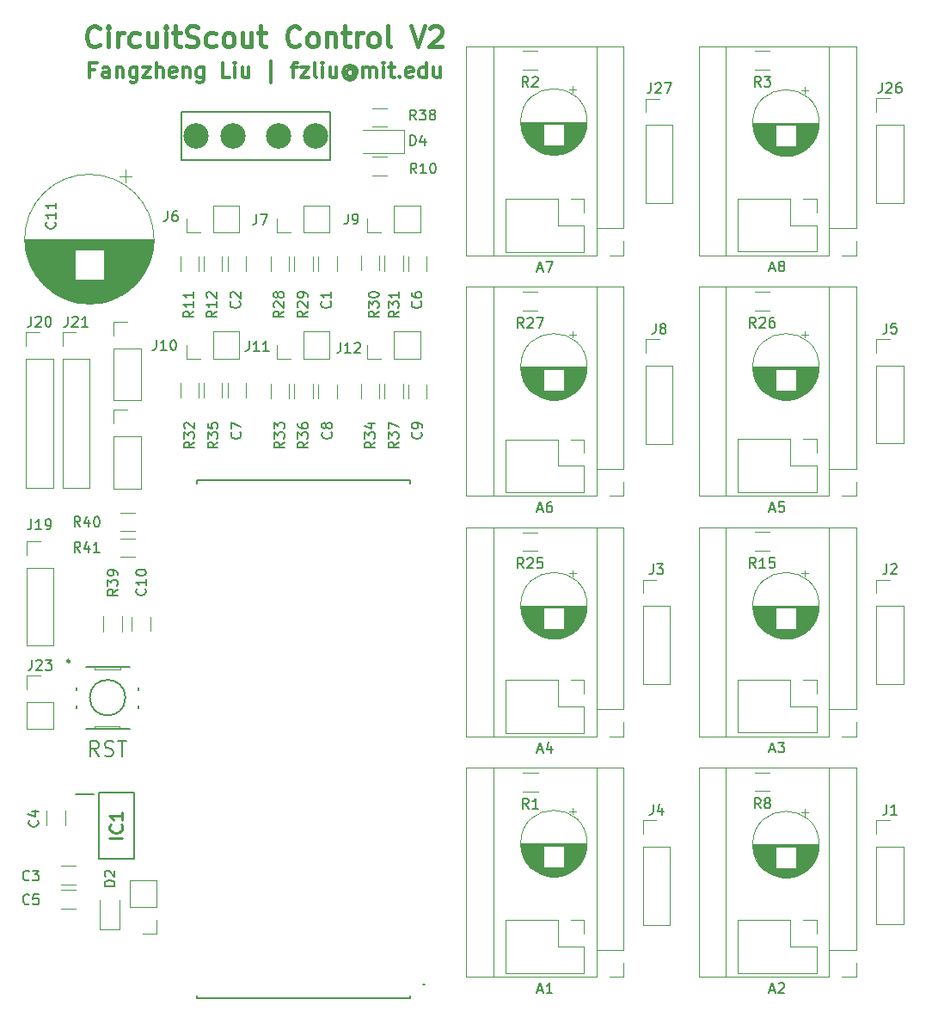
<source format=gbr>
%TF.GenerationSoftware,KiCad,Pcbnew,7.0.5*%
%TF.CreationDate,2023-08-20T17:21:48-04:00*%
%TF.ProjectId,RPi_Pico_W_A4988_control_board,5250695f-5069-4636-9f5f-575f41343938,rev?*%
%TF.SameCoordinates,Original*%
%TF.FileFunction,Legend,Top*%
%TF.FilePolarity,Positive*%
%FSLAX46Y46*%
G04 Gerber Fmt 4.6, Leading zero omitted, Abs format (unit mm)*
G04 Created by KiCad (PCBNEW 7.0.5) date 2023-08-20 17:21:48*
%MOMM*%
%LPD*%
G01*
G04 APERTURE LIST*
%ADD10C,0.203200*%
%ADD11C,0.400000*%
%ADD12C,0.300000*%
%ADD13C,0.254000*%
%ADD14C,0.150000*%
%ADD15C,0.050800*%
%ADD16C,0.152400*%
%ADD17C,0.250000*%
%ADD18C,0.200000*%
%ADD19C,0.120000*%
%ADD20C,2.500000*%
G04 APERTURE END LIST*
D10*
X110347969Y-101555861D02*
X109847969Y-100841575D01*
X109490826Y-101555861D02*
X109490826Y-100055861D01*
X109490826Y-100055861D02*
X110062255Y-100055861D01*
X110062255Y-100055861D02*
X110205112Y-100127290D01*
X110205112Y-100127290D02*
X110276541Y-100198718D01*
X110276541Y-100198718D02*
X110347969Y-100341575D01*
X110347969Y-100341575D02*
X110347969Y-100555861D01*
X110347969Y-100555861D02*
X110276541Y-100698718D01*
X110276541Y-100698718D02*
X110205112Y-100770147D01*
X110205112Y-100770147D02*
X110062255Y-100841575D01*
X110062255Y-100841575D02*
X109490826Y-100841575D01*
X110919398Y-101484433D02*
X111133684Y-101555861D01*
X111133684Y-101555861D02*
X111490826Y-101555861D01*
X111490826Y-101555861D02*
X111633684Y-101484433D01*
X111633684Y-101484433D02*
X111705112Y-101413004D01*
X111705112Y-101413004D02*
X111776541Y-101270147D01*
X111776541Y-101270147D02*
X111776541Y-101127290D01*
X111776541Y-101127290D02*
X111705112Y-100984433D01*
X111705112Y-100984433D02*
X111633684Y-100913004D01*
X111633684Y-100913004D02*
X111490826Y-100841575D01*
X111490826Y-100841575D02*
X111205112Y-100770147D01*
X111205112Y-100770147D02*
X111062255Y-100698718D01*
X111062255Y-100698718D02*
X110990826Y-100627290D01*
X110990826Y-100627290D02*
X110919398Y-100484433D01*
X110919398Y-100484433D02*
X110919398Y-100341575D01*
X110919398Y-100341575D02*
X110990826Y-100198718D01*
X110990826Y-100198718D02*
X111062255Y-100127290D01*
X111062255Y-100127290D02*
X111205112Y-100055861D01*
X111205112Y-100055861D02*
X111562255Y-100055861D01*
X111562255Y-100055861D02*
X111776541Y-100127290D01*
X112205112Y-100055861D02*
X113062255Y-100055861D01*
X112633683Y-101555861D02*
X112633683Y-100055861D01*
D11*
X110392916Y-31543961D02*
X110297678Y-31639200D01*
X110297678Y-31639200D02*
X110011964Y-31734438D01*
X110011964Y-31734438D02*
X109821488Y-31734438D01*
X109821488Y-31734438D02*
X109535773Y-31639200D01*
X109535773Y-31639200D02*
X109345297Y-31448723D01*
X109345297Y-31448723D02*
X109250059Y-31258247D01*
X109250059Y-31258247D02*
X109154821Y-30877295D01*
X109154821Y-30877295D02*
X109154821Y-30591580D01*
X109154821Y-30591580D02*
X109250059Y-30210628D01*
X109250059Y-30210628D02*
X109345297Y-30020152D01*
X109345297Y-30020152D02*
X109535773Y-29829676D01*
X109535773Y-29829676D02*
X109821488Y-29734438D01*
X109821488Y-29734438D02*
X110011964Y-29734438D01*
X110011964Y-29734438D02*
X110297678Y-29829676D01*
X110297678Y-29829676D02*
X110392916Y-29924914D01*
X111250059Y-31734438D02*
X111250059Y-30401104D01*
X111250059Y-29734438D02*
X111154821Y-29829676D01*
X111154821Y-29829676D02*
X111250059Y-29924914D01*
X111250059Y-29924914D02*
X111345297Y-29829676D01*
X111345297Y-29829676D02*
X111250059Y-29734438D01*
X111250059Y-29734438D02*
X111250059Y-29924914D01*
X112202440Y-31734438D02*
X112202440Y-30401104D01*
X112202440Y-30782057D02*
X112297678Y-30591580D01*
X112297678Y-30591580D02*
X112392916Y-30496342D01*
X112392916Y-30496342D02*
X112583392Y-30401104D01*
X112583392Y-30401104D02*
X112773869Y-30401104D01*
X114297678Y-31639200D02*
X114107202Y-31734438D01*
X114107202Y-31734438D02*
X113726249Y-31734438D01*
X113726249Y-31734438D02*
X113535773Y-31639200D01*
X113535773Y-31639200D02*
X113440535Y-31543961D01*
X113440535Y-31543961D02*
X113345297Y-31353485D01*
X113345297Y-31353485D02*
X113345297Y-30782057D01*
X113345297Y-30782057D02*
X113440535Y-30591580D01*
X113440535Y-30591580D02*
X113535773Y-30496342D01*
X113535773Y-30496342D02*
X113726249Y-30401104D01*
X113726249Y-30401104D02*
X114107202Y-30401104D01*
X114107202Y-30401104D02*
X114297678Y-30496342D01*
X116011964Y-30401104D02*
X116011964Y-31734438D01*
X115154821Y-30401104D02*
X115154821Y-31448723D01*
X115154821Y-31448723D02*
X115250059Y-31639200D01*
X115250059Y-31639200D02*
X115440535Y-31734438D01*
X115440535Y-31734438D02*
X115726250Y-31734438D01*
X115726250Y-31734438D02*
X115916726Y-31639200D01*
X115916726Y-31639200D02*
X116011964Y-31543961D01*
X116964345Y-31734438D02*
X116964345Y-30401104D01*
X116964345Y-29734438D02*
X116869107Y-29829676D01*
X116869107Y-29829676D02*
X116964345Y-29924914D01*
X116964345Y-29924914D02*
X117059583Y-29829676D01*
X117059583Y-29829676D02*
X116964345Y-29734438D01*
X116964345Y-29734438D02*
X116964345Y-29924914D01*
X117631012Y-30401104D02*
X118392916Y-30401104D01*
X117916726Y-29734438D02*
X117916726Y-31448723D01*
X117916726Y-31448723D02*
X118011964Y-31639200D01*
X118011964Y-31639200D02*
X118202440Y-31734438D01*
X118202440Y-31734438D02*
X118392916Y-31734438D01*
X118964345Y-31639200D02*
X119250059Y-31734438D01*
X119250059Y-31734438D02*
X119726250Y-31734438D01*
X119726250Y-31734438D02*
X119916726Y-31639200D01*
X119916726Y-31639200D02*
X120011964Y-31543961D01*
X120011964Y-31543961D02*
X120107202Y-31353485D01*
X120107202Y-31353485D02*
X120107202Y-31163009D01*
X120107202Y-31163009D02*
X120011964Y-30972533D01*
X120011964Y-30972533D02*
X119916726Y-30877295D01*
X119916726Y-30877295D02*
X119726250Y-30782057D01*
X119726250Y-30782057D02*
X119345297Y-30686819D01*
X119345297Y-30686819D02*
X119154821Y-30591580D01*
X119154821Y-30591580D02*
X119059583Y-30496342D01*
X119059583Y-30496342D02*
X118964345Y-30305866D01*
X118964345Y-30305866D02*
X118964345Y-30115390D01*
X118964345Y-30115390D02*
X119059583Y-29924914D01*
X119059583Y-29924914D02*
X119154821Y-29829676D01*
X119154821Y-29829676D02*
X119345297Y-29734438D01*
X119345297Y-29734438D02*
X119821488Y-29734438D01*
X119821488Y-29734438D02*
X120107202Y-29829676D01*
X121821488Y-31639200D02*
X121631012Y-31734438D01*
X121631012Y-31734438D02*
X121250059Y-31734438D01*
X121250059Y-31734438D02*
X121059583Y-31639200D01*
X121059583Y-31639200D02*
X120964345Y-31543961D01*
X120964345Y-31543961D02*
X120869107Y-31353485D01*
X120869107Y-31353485D02*
X120869107Y-30782057D01*
X120869107Y-30782057D02*
X120964345Y-30591580D01*
X120964345Y-30591580D02*
X121059583Y-30496342D01*
X121059583Y-30496342D02*
X121250059Y-30401104D01*
X121250059Y-30401104D02*
X121631012Y-30401104D01*
X121631012Y-30401104D02*
X121821488Y-30496342D01*
X122964345Y-31734438D02*
X122773869Y-31639200D01*
X122773869Y-31639200D02*
X122678631Y-31543961D01*
X122678631Y-31543961D02*
X122583393Y-31353485D01*
X122583393Y-31353485D02*
X122583393Y-30782057D01*
X122583393Y-30782057D02*
X122678631Y-30591580D01*
X122678631Y-30591580D02*
X122773869Y-30496342D01*
X122773869Y-30496342D02*
X122964345Y-30401104D01*
X122964345Y-30401104D02*
X123250060Y-30401104D01*
X123250060Y-30401104D02*
X123440536Y-30496342D01*
X123440536Y-30496342D02*
X123535774Y-30591580D01*
X123535774Y-30591580D02*
X123631012Y-30782057D01*
X123631012Y-30782057D02*
X123631012Y-31353485D01*
X123631012Y-31353485D02*
X123535774Y-31543961D01*
X123535774Y-31543961D02*
X123440536Y-31639200D01*
X123440536Y-31639200D02*
X123250060Y-31734438D01*
X123250060Y-31734438D02*
X122964345Y-31734438D01*
X125345298Y-30401104D02*
X125345298Y-31734438D01*
X124488155Y-30401104D02*
X124488155Y-31448723D01*
X124488155Y-31448723D02*
X124583393Y-31639200D01*
X124583393Y-31639200D02*
X124773869Y-31734438D01*
X124773869Y-31734438D02*
X125059584Y-31734438D01*
X125059584Y-31734438D02*
X125250060Y-31639200D01*
X125250060Y-31639200D02*
X125345298Y-31543961D01*
X126011965Y-30401104D02*
X126773869Y-30401104D01*
X126297679Y-29734438D02*
X126297679Y-31448723D01*
X126297679Y-31448723D02*
X126392917Y-31639200D01*
X126392917Y-31639200D02*
X126583393Y-31734438D01*
X126583393Y-31734438D02*
X126773869Y-31734438D01*
X130107203Y-31543961D02*
X130011965Y-31639200D01*
X130011965Y-31639200D02*
X129726251Y-31734438D01*
X129726251Y-31734438D02*
X129535775Y-31734438D01*
X129535775Y-31734438D02*
X129250060Y-31639200D01*
X129250060Y-31639200D02*
X129059584Y-31448723D01*
X129059584Y-31448723D02*
X128964346Y-31258247D01*
X128964346Y-31258247D02*
X128869108Y-30877295D01*
X128869108Y-30877295D02*
X128869108Y-30591580D01*
X128869108Y-30591580D02*
X128964346Y-30210628D01*
X128964346Y-30210628D02*
X129059584Y-30020152D01*
X129059584Y-30020152D02*
X129250060Y-29829676D01*
X129250060Y-29829676D02*
X129535775Y-29734438D01*
X129535775Y-29734438D02*
X129726251Y-29734438D01*
X129726251Y-29734438D02*
X130011965Y-29829676D01*
X130011965Y-29829676D02*
X130107203Y-29924914D01*
X131250060Y-31734438D02*
X131059584Y-31639200D01*
X131059584Y-31639200D02*
X130964346Y-31543961D01*
X130964346Y-31543961D02*
X130869108Y-31353485D01*
X130869108Y-31353485D02*
X130869108Y-30782057D01*
X130869108Y-30782057D02*
X130964346Y-30591580D01*
X130964346Y-30591580D02*
X131059584Y-30496342D01*
X131059584Y-30496342D02*
X131250060Y-30401104D01*
X131250060Y-30401104D02*
X131535775Y-30401104D01*
X131535775Y-30401104D02*
X131726251Y-30496342D01*
X131726251Y-30496342D02*
X131821489Y-30591580D01*
X131821489Y-30591580D02*
X131916727Y-30782057D01*
X131916727Y-30782057D02*
X131916727Y-31353485D01*
X131916727Y-31353485D02*
X131821489Y-31543961D01*
X131821489Y-31543961D02*
X131726251Y-31639200D01*
X131726251Y-31639200D02*
X131535775Y-31734438D01*
X131535775Y-31734438D02*
X131250060Y-31734438D01*
X132773870Y-30401104D02*
X132773870Y-31734438D01*
X132773870Y-30591580D02*
X132869108Y-30496342D01*
X132869108Y-30496342D02*
X133059584Y-30401104D01*
X133059584Y-30401104D02*
X133345299Y-30401104D01*
X133345299Y-30401104D02*
X133535775Y-30496342D01*
X133535775Y-30496342D02*
X133631013Y-30686819D01*
X133631013Y-30686819D02*
X133631013Y-31734438D01*
X134297680Y-30401104D02*
X135059584Y-30401104D01*
X134583394Y-29734438D02*
X134583394Y-31448723D01*
X134583394Y-31448723D02*
X134678632Y-31639200D01*
X134678632Y-31639200D02*
X134869108Y-31734438D01*
X134869108Y-31734438D02*
X135059584Y-31734438D01*
X135726251Y-31734438D02*
X135726251Y-30401104D01*
X135726251Y-30782057D02*
X135821489Y-30591580D01*
X135821489Y-30591580D02*
X135916727Y-30496342D01*
X135916727Y-30496342D02*
X136107203Y-30401104D01*
X136107203Y-30401104D02*
X136297680Y-30401104D01*
X137250060Y-31734438D02*
X137059584Y-31639200D01*
X137059584Y-31639200D02*
X136964346Y-31543961D01*
X136964346Y-31543961D02*
X136869108Y-31353485D01*
X136869108Y-31353485D02*
X136869108Y-30782057D01*
X136869108Y-30782057D02*
X136964346Y-30591580D01*
X136964346Y-30591580D02*
X137059584Y-30496342D01*
X137059584Y-30496342D02*
X137250060Y-30401104D01*
X137250060Y-30401104D02*
X137535775Y-30401104D01*
X137535775Y-30401104D02*
X137726251Y-30496342D01*
X137726251Y-30496342D02*
X137821489Y-30591580D01*
X137821489Y-30591580D02*
X137916727Y-30782057D01*
X137916727Y-30782057D02*
X137916727Y-31353485D01*
X137916727Y-31353485D02*
X137821489Y-31543961D01*
X137821489Y-31543961D02*
X137726251Y-31639200D01*
X137726251Y-31639200D02*
X137535775Y-31734438D01*
X137535775Y-31734438D02*
X137250060Y-31734438D01*
X139059584Y-31734438D02*
X138869108Y-31639200D01*
X138869108Y-31639200D02*
X138773870Y-31448723D01*
X138773870Y-31448723D02*
X138773870Y-29734438D01*
X141059585Y-29734438D02*
X141726251Y-31734438D01*
X141726251Y-31734438D02*
X142392918Y-29734438D01*
X142964347Y-29924914D02*
X143059585Y-29829676D01*
X143059585Y-29829676D02*
X143250061Y-29734438D01*
X143250061Y-29734438D02*
X143726252Y-29734438D01*
X143726252Y-29734438D02*
X143916728Y-29829676D01*
X143916728Y-29829676D02*
X144011966Y-29924914D01*
X144011966Y-29924914D02*
X144107204Y-30115390D01*
X144107204Y-30115390D02*
X144107204Y-30305866D01*
X144107204Y-30305866D02*
X144011966Y-30591580D01*
X144011966Y-30591580D02*
X142869109Y-31734438D01*
X142869109Y-31734438D02*
X144107204Y-31734438D01*
D12*
X109945487Y-34015114D02*
X109445487Y-34015114D01*
X109445487Y-34800828D02*
X109445487Y-33300828D01*
X109445487Y-33300828D02*
X110159773Y-33300828D01*
X111374059Y-34800828D02*
X111374059Y-34015114D01*
X111374059Y-34015114D02*
X111302630Y-33872257D01*
X111302630Y-33872257D02*
X111159773Y-33800828D01*
X111159773Y-33800828D02*
X110874059Y-33800828D01*
X110874059Y-33800828D02*
X110731201Y-33872257D01*
X111374059Y-34729400D02*
X111231201Y-34800828D01*
X111231201Y-34800828D02*
X110874059Y-34800828D01*
X110874059Y-34800828D02*
X110731201Y-34729400D01*
X110731201Y-34729400D02*
X110659773Y-34586542D01*
X110659773Y-34586542D02*
X110659773Y-34443685D01*
X110659773Y-34443685D02*
X110731201Y-34300828D01*
X110731201Y-34300828D02*
X110874059Y-34229400D01*
X110874059Y-34229400D02*
X111231201Y-34229400D01*
X111231201Y-34229400D02*
X111374059Y-34157971D01*
X112088344Y-33800828D02*
X112088344Y-34800828D01*
X112088344Y-33943685D02*
X112159773Y-33872257D01*
X112159773Y-33872257D02*
X112302630Y-33800828D01*
X112302630Y-33800828D02*
X112516916Y-33800828D01*
X112516916Y-33800828D02*
X112659773Y-33872257D01*
X112659773Y-33872257D02*
X112731202Y-34015114D01*
X112731202Y-34015114D02*
X112731202Y-34800828D01*
X114088345Y-33800828D02*
X114088345Y-35015114D01*
X114088345Y-35015114D02*
X114016916Y-35157971D01*
X114016916Y-35157971D02*
X113945487Y-35229400D01*
X113945487Y-35229400D02*
X113802630Y-35300828D01*
X113802630Y-35300828D02*
X113588345Y-35300828D01*
X113588345Y-35300828D02*
X113445487Y-35229400D01*
X114088345Y-34729400D02*
X113945487Y-34800828D01*
X113945487Y-34800828D02*
X113659773Y-34800828D01*
X113659773Y-34800828D02*
X113516916Y-34729400D01*
X113516916Y-34729400D02*
X113445487Y-34657971D01*
X113445487Y-34657971D02*
X113374059Y-34515114D01*
X113374059Y-34515114D02*
X113374059Y-34086542D01*
X113374059Y-34086542D02*
X113445487Y-33943685D01*
X113445487Y-33943685D02*
X113516916Y-33872257D01*
X113516916Y-33872257D02*
X113659773Y-33800828D01*
X113659773Y-33800828D02*
X113945487Y-33800828D01*
X113945487Y-33800828D02*
X114088345Y-33872257D01*
X114659773Y-33800828D02*
X115445488Y-33800828D01*
X115445488Y-33800828D02*
X114659773Y-34800828D01*
X114659773Y-34800828D02*
X115445488Y-34800828D01*
X116016916Y-34800828D02*
X116016916Y-33300828D01*
X116659774Y-34800828D02*
X116659774Y-34015114D01*
X116659774Y-34015114D02*
X116588345Y-33872257D01*
X116588345Y-33872257D02*
X116445488Y-33800828D01*
X116445488Y-33800828D02*
X116231202Y-33800828D01*
X116231202Y-33800828D02*
X116088345Y-33872257D01*
X116088345Y-33872257D02*
X116016916Y-33943685D01*
X117945488Y-34729400D02*
X117802631Y-34800828D01*
X117802631Y-34800828D02*
X117516917Y-34800828D01*
X117516917Y-34800828D02*
X117374059Y-34729400D01*
X117374059Y-34729400D02*
X117302631Y-34586542D01*
X117302631Y-34586542D02*
X117302631Y-34015114D01*
X117302631Y-34015114D02*
X117374059Y-33872257D01*
X117374059Y-33872257D02*
X117516917Y-33800828D01*
X117516917Y-33800828D02*
X117802631Y-33800828D01*
X117802631Y-33800828D02*
X117945488Y-33872257D01*
X117945488Y-33872257D02*
X118016917Y-34015114D01*
X118016917Y-34015114D02*
X118016917Y-34157971D01*
X118016917Y-34157971D02*
X117302631Y-34300828D01*
X118659773Y-33800828D02*
X118659773Y-34800828D01*
X118659773Y-33943685D02*
X118731202Y-33872257D01*
X118731202Y-33872257D02*
X118874059Y-33800828D01*
X118874059Y-33800828D02*
X119088345Y-33800828D01*
X119088345Y-33800828D02*
X119231202Y-33872257D01*
X119231202Y-33872257D02*
X119302631Y-34015114D01*
X119302631Y-34015114D02*
X119302631Y-34800828D01*
X120659774Y-33800828D02*
X120659774Y-35015114D01*
X120659774Y-35015114D02*
X120588345Y-35157971D01*
X120588345Y-35157971D02*
X120516916Y-35229400D01*
X120516916Y-35229400D02*
X120374059Y-35300828D01*
X120374059Y-35300828D02*
X120159774Y-35300828D01*
X120159774Y-35300828D02*
X120016916Y-35229400D01*
X120659774Y-34729400D02*
X120516916Y-34800828D01*
X120516916Y-34800828D02*
X120231202Y-34800828D01*
X120231202Y-34800828D02*
X120088345Y-34729400D01*
X120088345Y-34729400D02*
X120016916Y-34657971D01*
X120016916Y-34657971D02*
X119945488Y-34515114D01*
X119945488Y-34515114D02*
X119945488Y-34086542D01*
X119945488Y-34086542D02*
X120016916Y-33943685D01*
X120016916Y-33943685D02*
X120088345Y-33872257D01*
X120088345Y-33872257D02*
X120231202Y-33800828D01*
X120231202Y-33800828D02*
X120516916Y-33800828D01*
X120516916Y-33800828D02*
X120659774Y-33872257D01*
X123231202Y-34800828D02*
X122516916Y-34800828D01*
X122516916Y-34800828D02*
X122516916Y-33300828D01*
X123731202Y-34800828D02*
X123731202Y-33800828D01*
X123731202Y-33300828D02*
X123659774Y-33372257D01*
X123659774Y-33372257D02*
X123731202Y-33443685D01*
X123731202Y-33443685D02*
X123802631Y-33372257D01*
X123802631Y-33372257D02*
X123731202Y-33300828D01*
X123731202Y-33300828D02*
X123731202Y-33443685D01*
X125088346Y-33800828D02*
X125088346Y-34800828D01*
X124445488Y-33800828D02*
X124445488Y-34586542D01*
X124445488Y-34586542D02*
X124516917Y-34729400D01*
X124516917Y-34729400D02*
X124659774Y-34800828D01*
X124659774Y-34800828D02*
X124874060Y-34800828D01*
X124874060Y-34800828D02*
X125016917Y-34729400D01*
X125016917Y-34729400D02*
X125088346Y-34657971D01*
X127302631Y-35300828D02*
X127302631Y-33157971D01*
X129302631Y-33800828D02*
X129874059Y-33800828D01*
X129516916Y-34800828D02*
X129516916Y-33515114D01*
X129516916Y-33515114D02*
X129588345Y-33372257D01*
X129588345Y-33372257D02*
X129731202Y-33300828D01*
X129731202Y-33300828D02*
X129874059Y-33300828D01*
X130231202Y-33800828D02*
X131016917Y-33800828D01*
X131016917Y-33800828D02*
X130231202Y-34800828D01*
X130231202Y-34800828D02*
X131016917Y-34800828D01*
X131802631Y-34800828D02*
X131659774Y-34729400D01*
X131659774Y-34729400D02*
X131588345Y-34586542D01*
X131588345Y-34586542D02*
X131588345Y-33300828D01*
X132374059Y-34800828D02*
X132374059Y-33800828D01*
X132374059Y-33300828D02*
X132302631Y-33372257D01*
X132302631Y-33372257D02*
X132374059Y-33443685D01*
X132374059Y-33443685D02*
X132445488Y-33372257D01*
X132445488Y-33372257D02*
X132374059Y-33300828D01*
X132374059Y-33300828D02*
X132374059Y-33443685D01*
X133731203Y-33800828D02*
X133731203Y-34800828D01*
X133088345Y-33800828D02*
X133088345Y-34586542D01*
X133088345Y-34586542D02*
X133159774Y-34729400D01*
X133159774Y-34729400D02*
X133302631Y-34800828D01*
X133302631Y-34800828D02*
X133516917Y-34800828D01*
X133516917Y-34800828D02*
X133659774Y-34729400D01*
X133659774Y-34729400D02*
X133731203Y-34657971D01*
X135374060Y-34086542D02*
X135302631Y-34015114D01*
X135302631Y-34015114D02*
X135159774Y-33943685D01*
X135159774Y-33943685D02*
X135016917Y-33943685D01*
X135016917Y-33943685D02*
X134874060Y-34015114D01*
X134874060Y-34015114D02*
X134802631Y-34086542D01*
X134802631Y-34086542D02*
X134731203Y-34229400D01*
X134731203Y-34229400D02*
X134731203Y-34372257D01*
X134731203Y-34372257D02*
X134802631Y-34515114D01*
X134802631Y-34515114D02*
X134874060Y-34586542D01*
X134874060Y-34586542D02*
X135016917Y-34657971D01*
X135016917Y-34657971D02*
X135159774Y-34657971D01*
X135159774Y-34657971D02*
X135302631Y-34586542D01*
X135302631Y-34586542D02*
X135374060Y-34515114D01*
X135374060Y-33943685D02*
X135374060Y-34515114D01*
X135374060Y-34515114D02*
X135445488Y-34586542D01*
X135445488Y-34586542D02*
X135516917Y-34586542D01*
X135516917Y-34586542D02*
X135659774Y-34515114D01*
X135659774Y-34515114D02*
X135731203Y-34372257D01*
X135731203Y-34372257D02*
X135731203Y-34015114D01*
X135731203Y-34015114D02*
X135588346Y-33800828D01*
X135588346Y-33800828D02*
X135374060Y-33657971D01*
X135374060Y-33657971D02*
X135088346Y-33586542D01*
X135088346Y-33586542D02*
X134802631Y-33657971D01*
X134802631Y-33657971D02*
X134588346Y-33800828D01*
X134588346Y-33800828D02*
X134445488Y-34015114D01*
X134445488Y-34015114D02*
X134374060Y-34300828D01*
X134374060Y-34300828D02*
X134445488Y-34586542D01*
X134445488Y-34586542D02*
X134588346Y-34800828D01*
X134588346Y-34800828D02*
X134802631Y-34943685D01*
X134802631Y-34943685D02*
X135088346Y-35015114D01*
X135088346Y-35015114D02*
X135374060Y-34943685D01*
X135374060Y-34943685D02*
X135588346Y-34800828D01*
X136374059Y-34800828D02*
X136374059Y-33800828D01*
X136374059Y-33943685D02*
X136445488Y-33872257D01*
X136445488Y-33872257D02*
X136588345Y-33800828D01*
X136588345Y-33800828D02*
X136802631Y-33800828D01*
X136802631Y-33800828D02*
X136945488Y-33872257D01*
X136945488Y-33872257D02*
X137016917Y-34015114D01*
X137016917Y-34015114D02*
X137016917Y-34800828D01*
X137016917Y-34015114D02*
X137088345Y-33872257D01*
X137088345Y-33872257D02*
X137231202Y-33800828D01*
X137231202Y-33800828D02*
X137445488Y-33800828D01*
X137445488Y-33800828D02*
X137588345Y-33872257D01*
X137588345Y-33872257D02*
X137659774Y-34015114D01*
X137659774Y-34015114D02*
X137659774Y-34800828D01*
X138374059Y-34800828D02*
X138374059Y-33800828D01*
X138374059Y-33300828D02*
X138302631Y-33372257D01*
X138302631Y-33372257D02*
X138374059Y-33443685D01*
X138374059Y-33443685D02*
X138445488Y-33372257D01*
X138445488Y-33372257D02*
X138374059Y-33300828D01*
X138374059Y-33300828D02*
X138374059Y-33443685D01*
X138874060Y-33800828D02*
X139445488Y-33800828D01*
X139088345Y-33300828D02*
X139088345Y-34586542D01*
X139088345Y-34586542D02*
X139159774Y-34729400D01*
X139159774Y-34729400D02*
X139302631Y-34800828D01*
X139302631Y-34800828D02*
X139445488Y-34800828D01*
X139945488Y-34657971D02*
X140016917Y-34729400D01*
X140016917Y-34729400D02*
X139945488Y-34800828D01*
X139945488Y-34800828D02*
X139874060Y-34729400D01*
X139874060Y-34729400D02*
X139945488Y-34657971D01*
X139945488Y-34657971D02*
X139945488Y-34800828D01*
X141231203Y-34729400D02*
X141088346Y-34800828D01*
X141088346Y-34800828D02*
X140802632Y-34800828D01*
X140802632Y-34800828D02*
X140659774Y-34729400D01*
X140659774Y-34729400D02*
X140588346Y-34586542D01*
X140588346Y-34586542D02*
X140588346Y-34015114D01*
X140588346Y-34015114D02*
X140659774Y-33872257D01*
X140659774Y-33872257D02*
X140802632Y-33800828D01*
X140802632Y-33800828D02*
X141088346Y-33800828D01*
X141088346Y-33800828D02*
X141231203Y-33872257D01*
X141231203Y-33872257D02*
X141302632Y-34015114D01*
X141302632Y-34015114D02*
X141302632Y-34157971D01*
X141302632Y-34157971D02*
X140588346Y-34300828D01*
X142588346Y-34800828D02*
X142588346Y-33300828D01*
X142588346Y-34729400D02*
X142445488Y-34800828D01*
X142445488Y-34800828D02*
X142159774Y-34800828D01*
X142159774Y-34800828D02*
X142016917Y-34729400D01*
X142016917Y-34729400D02*
X141945488Y-34657971D01*
X141945488Y-34657971D02*
X141874060Y-34515114D01*
X141874060Y-34515114D02*
X141874060Y-34086542D01*
X141874060Y-34086542D02*
X141945488Y-33943685D01*
X141945488Y-33943685D02*
X142016917Y-33872257D01*
X142016917Y-33872257D02*
X142159774Y-33800828D01*
X142159774Y-33800828D02*
X142445488Y-33800828D01*
X142445488Y-33800828D02*
X142588346Y-33872257D01*
X143945489Y-33800828D02*
X143945489Y-34800828D01*
X143302631Y-33800828D02*
X143302631Y-34586542D01*
X143302631Y-34586542D02*
X143374060Y-34729400D01*
X143374060Y-34729400D02*
X143516917Y-34800828D01*
X143516917Y-34800828D02*
X143731203Y-34800828D01*
X143731203Y-34800828D02*
X143874060Y-34729400D01*
X143874060Y-34729400D02*
X143945489Y-34657971D01*
D13*
%TO.C,IC1*%
X112664318Y-109639762D02*
X111394318Y-109639762D01*
X112543365Y-108309285D02*
X112603842Y-108369761D01*
X112603842Y-108369761D02*
X112664318Y-108551190D01*
X112664318Y-108551190D02*
X112664318Y-108672142D01*
X112664318Y-108672142D02*
X112603842Y-108853571D01*
X112603842Y-108853571D02*
X112482889Y-108974523D01*
X112482889Y-108974523D02*
X112361937Y-109035000D01*
X112361937Y-109035000D02*
X112120032Y-109095476D01*
X112120032Y-109095476D02*
X111938603Y-109095476D01*
X111938603Y-109095476D02*
X111696699Y-109035000D01*
X111696699Y-109035000D02*
X111575746Y-108974523D01*
X111575746Y-108974523D02*
X111454794Y-108853571D01*
X111454794Y-108853571D02*
X111394318Y-108672142D01*
X111394318Y-108672142D02*
X111394318Y-108551190D01*
X111394318Y-108551190D02*
X111454794Y-108369761D01*
X111454794Y-108369761D02*
X111515270Y-108309285D01*
X112664318Y-107099761D02*
X112664318Y-107825476D01*
X112664318Y-107462619D02*
X111394318Y-107462619D01*
X111394318Y-107462619D02*
X111575746Y-107583571D01*
X111575746Y-107583571D02*
X111696699Y-107704523D01*
X111696699Y-107704523D02*
X111757175Y-107825476D01*
D14*
%TO.C,R38*%
X141583333Y-38954819D02*
X141250000Y-38478628D01*
X141011905Y-38954819D02*
X141011905Y-37954819D01*
X141011905Y-37954819D02*
X141392857Y-37954819D01*
X141392857Y-37954819D02*
X141488095Y-38002438D01*
X141488095Y-38002438D02*
X141535714Y-38050057D01*
X141535714Y-38050057D02*
X141583333Y-38145295D01*
X141583333Y-38145295D02*
X141583333Y-38288152D01*
X141583333Y-38288152D02*
X141535714Y-38383390D01*
X141535714Y-38383390D02*
X141488095Y-38431009D01*
X141488095Y-38431009D02*
X141392857Y-38478628D01*
X141392857Y-38478628D02*
X141011905Y-38478628D01*
X141916667Y-37954819D02*
X142535714Y-37954819D01*
X142535714Y-37954819D02*
X142202381Y-38335771D01*
X142202381Y-38335771D02*
X142345238Y-38335771D01*
X142345238Y-38335771D02*
X142440476Y-38383390D01*
X142440476Y-38383390D02*
X142488095Y-38431009D01*
X142488095Y-38431009D02*
X142535714Y-38526247D01*
X142535714Y-38526247D02*
X142535714Y-38764342D01*
X142535714Y-38764342D02*
X142488095Y-38859580D01*
X142488095Y-38859580D02*
X142440476Y-38907200D01*
X142440476Y-38907200D02*
X142345238Y-38954819D01*
X142345238Y-38954819D02*
X142059524Y-38954819D01*
X142059524Y-38954819D02*
X141964286Y-38907200D01*
X141964286Y-38907200D02*
X141916667Y-38859580D01*
X143107143Y-38383390D02*
X143011905Y-38335771D01*
X143011905Y-38335771D02*
X142964286Y-38288152D01*
X142964286Y-38288152D02*
X142916667Y-38192914D01*
X142916667Y-38192914D02*
X142916667Y-38145295D01*
X142916667Y-38145295D02*
X142964286Y-38050057D01*
X142964286Y-38050057D02*
X143011905Y-38002438D01*
X143011905Y-38002438D02*
X143107143Y-37954819D01*
X143107143Y-37954819D02*
X143297619Y-37954819D01*
X143297619Y-37954819D02*
X143392857Y-38002438D01*
X143392857Y-38002438D02*
X143440476Y-38050057D01*
X143440476Y-38050057D02*
X143488095Y-38145295D01*
X143488095Y-38145295D02*
X143488095Y-38192914D01*
X143488095Y-38192914D02*
X143440476Y-38288152D01*
X143440476Y-38288152D02*
X143392857Y-38335771D01*
X143392857Y-38335771D02*
X143297619Y-38383390D01*
X143297619Y-38383390D02*
X143107143Y-38383390D01*
X143107143Y-38383390D02*
X143011905Y-38431009D01*
X143011905Y-38431009D02*
X142964286Y-38478628D01*
X142964286Y-38478628D02*
X142916667Y-38573866D01*
X142916667Y-38573866D02*
X142916667Y-38764342D01*
X142916667Y-38764342D02*
X142964286Y-38859580D01*
X142964286Y-38859580D02*
X143011905Y-38907200D01*
X143011905Y-38907200D02*
X143107143Y-38954819D01*
X143107143Y-38954819D02*
X143297619Y-38954819D01*
X143297619Y-38954819D02*
X143392857Y-38907200D01*
X143392857Y-38907200D02*
X143440476Y-38859580D01*
X143440476Y-38859580D02*
X143488095Y-38764342D01*
X143488095Y-38764342D02*
X143488095Y-38573866D01*
X143488095Y-38573866D02*
X143440476Y-38478628D01*
X143440476Y-38478628D02*
X143392857Y-38431009D01*
X143392857Y-38431009D02*
X143297619Y-38383390D01*
%TO.C,J2*%
X187916666Y-82634819D02*
X187916666Y-83349104D01*
X187916666Y-83349104D02*
X187869047Y-83491961D01*
X187869047Y-83491961D02*
X187773809Y-83587200D01*
X187773809Y-83587200D02*
X187630952Y-83634819D01*
X187630952Y-83634819D02*
X187535714Y-83634819D01*
X188345238Y-82730057D02*
X188392857Y-82682438D01*
X188392857Y-82682438D02*
X188488095Y-82634819D01*
X188488095Y-82634819D02*
X188726190Y-82634819D01*
X188726190Y-82634819D02*
X188821428Y-82682438D01*
X188821428Y-82682438D02*
X188869047Y-82730057D01*
X188869047Y-82730057D02*
X188916666Y-82825295D01*
X188916666Y-82825295D02*
X188916666Y-82920533D01*
X188916666Y-82920533D02*
X188869047Y-83063390D01*
X188869047Y-83063390D02*
X188297619Y-83634819D01*
X188297619Y-83634819D02*
X188916666Y-83634819D01*
%TO.C,C9*%
X142059580Y-69690476D02*
X142107200Y-69738095D01*
X142107200Y-69738095D02*
X142154819Y-69880952D01*
X142154819Y-69880952D02*
X142154819Y-69976190D01*
X142154819Y-69976190D02*
X142107200Y-70119047D01*
X142107200Y-70119047D02*
X142011961Y-70214285D01*
X142011961Y-70214285D02*
X141916723Y-70261904D01*
X141916723Y-70261904D02*
X141726247Y-70309523D01*
X141726247Y-70309523D02*
X141583390Y-70309523D01*
X141583390Y-70309523D02*
X141392914Y-70261904D01*
X141392914Y-70261904D02*
X141297676Y-70214285D01*
X141297676Y-70214285D02*
X141202438Y-70119047D01*
X141202438Y-70119047D02*
X141154819Y-69976190D01*
X141154819Y-69976190D02*
X141154819Y-69880952D01*
X141154819Y-69880952D02*
X141202438Y-69738095D01*
X141202438Y-69738095D02*
X141250057Y-69690476D01*
X142154819Y-69214285D02*
X142154819Y-69023809D01*
X142154819Y-69023809D02*
X142107200Y-68928571D01*
X142107200Y-68928571D02*
X142059580Y-68880952D01*
X142059580Y-68880952D02*
X141916723Y-68785714D01*
X141916723Y-68785714D02*
X141726247Y-68738095D01*
X141726247Y-68738095D02*
X141345295Y-68738095D01*
X141345295Y-68738095D02*
X141250057Y-68785714D01*
X141250057Y-68785714D02*
X141202438Y-68833333D01*
X141202438Y-68833333D02*
X141154819Y-68928571D01*
X141154819Y-68928571D02*
X141154819Y-69119047D01*
X141154819Y-69119047D02*
X141202438Y-69214285D01*
X141202438Y-69214285D02*
X141250057Y-69261904D01*
X141250057Y-69261904D02*
X141345295Y-69309523D01*
X141345295Y-69309523D02*
X141583390Y-69309523D01*
X141583390Y-69309523D02*
X141678628Y-69261904D01*
X141678628Y-69261904D02*
X141726247Y-69214285D01*
X141726247Y-69214285D02*
X141773866Y-69119047D01*
X141773866Y-69119047D02*
X141773866Y-68928571D01*
X141773866Y-68928571D02*
X141726247Y-68833333D01*
X141726247Y-68833333D02*
X141678628Y-68785714D01*
X141678628Y-68785714D02*
X141583390Y-68738095D01*
%TO.C,R33*%
X128604819Y-70642857D02*
X128128628Y-70976190D01*
X128604819Y-71214285D02*
X127604819Y-71214285D01*
X127604819Y-71214285D02*
X127604819Y-70833333D01*
X127604819Y-70833333D02*
X127652438Y-70738095D01*
X127652438Y-70738095D02*
X127700057Y-70690476D01*
X127700057Y-70690476D02*
X127795295Y-70642857D01*
X127795295Y-70642857D02*
X127938152Y-70642857D01*
X127938152Y-70642857D02*
X128033390Y-70690476D01*
X128033390Y-70690476D02*
X128081009Y-70738095D01*
X128081009Y-70738095D02*
X128128628Y-70833333D01*
X128128628Y-70833333D02*
X128128628Y-71214285D01*
X127604819Y-70309523D02*
X127604819Y-69690476D01*
X127604819Y-69690476D02*
X127985771Y-70023809D01*
X127985771Y-70023809D02*
X127985771Y-69880952D01*
X127985771Y-69880952D02*
X128033390Y-69785714D01*
X128033390Y-69785714D02*
X128081009Y-69738095D01*
X128081009Y-69738095D02*
X128176247Y-69690476D01*
X128176247Y-69690476D02*
X128414342Y-69690476D01*
X128414342Y-69690476D02*
X128509580Y-69738095D01*
X128509580Y-69738095D02*
X128557200Y-69785714D01*
X128557200Y-69785714D02*
X128604819Y-69880952D01*
X128604819Y-69880952D02*
X128604819Y-70166666D01*
X128604819Y-70166666D02*
X128557200Y-70261904D01*
X128557200Y-70261904D02*
X128509580Y-70309523D01*
X127604819Y-69357142D02*
X127604819Y-68738095D01*
X127604819Y-68738095D02*
X127985771Y-69071428D01*
X127985771Y-69071428D02*
X127985771Y-68928571D01*
X127985771Y-68928571D02*
X128033390Y-68833333D01*
X128033390Y-68833333D02*
X128081009Y-68785714D01*
X128081009Y-68785714D02*
X128176247Y-68738095D01*
X128176247Y-68738095D02*
X128414342Y-68738095D01*
X128414342Y-68738095D02*
X128509580Y-68785714D01*
X128509580Y-68785714D02*
X128557200Y-68833333D01*
X128557200Y-68833333D02*
X128604819Y-68928571D01*
X128604819Y-68928571D02*
X128604819Y-69214285D01*
X128604819Y-69214285D02*
X128557200Y-69309523D01*
X128557200Y-69309523D02*
X128509580Y-69357142D01*
%TO.C,J4*%
X164916666Y-106319819D02*
X164916666Y-107034104D01*
X164916666Y-107034104D02*
X164869047Y-107176961D01*
X164869047Y-107176961D02*
X164773809Y-107272200D01*
X164773809Y-107272200D02*
X164630952Y-107319819D01*
X164630952Y-107319819D02*
X164535714Y-107319819D01*
X165821428Y-106653152D02*
X165821428Y-107319819D01*
X165583333Y-106272200D02*
X165345238Y-106986485D01*
X165345238Y-106986485D02*
X165964285Y-106986485D01*
%TO.C,R28*%
X128554819Y-57780357D02*
X128078628Y-58113690D01*
X128554819Y-58351785D02*
X127554819Y-58351785D01*
X127554819Y-58351785D02*
X127554819Y-57970833D01*
X127554819Y-57970833D02*
X127602438Y-57875595D01*
X127602438Y-57875595D02*
X127650057Y-57827976D01*
X127650057Y-57827976D02*
X127745295Y-57780357D01*
X127745295Y-57780357D02*
X127888152Y-57780357D01*
X127888152Y-57780357D02*
X127983390Y-57827976D01*
X127983390Y-57827976D02*
X128031009Y-57875595D01*
X128031009Y-57875595D02*
X128078628Y-57970833D01*
X128078628Y-57970833D02*
X128078628Y-58351785D01*
X127650057Y-57399404D02*
X127602438Y-57351785D01*
X127602438Y-57351785D02*
X127554819Y-57256547D01*
X127554819Y-57256547D02*
X127554819Y-57018452D01*
X127554819Y-57018452D02*
X127602438Y-56923214D01*
X127602438Y-56923214D02*
X127650057Y-56875595D01*
X127650057Y-56875595D02*
X127745295Y-56827976D01*
X127745295Y-56827976D02*
X127840533Y-56827976D01*
X127840533Y-56827976D02*
X127983390Y-56875595D01*
X127983390Y-56875595D02*
X128554819Y-57447023D01*
X128554819Y-57447023D02*
X128554819Y-56827976D01*
X127983390Y-56256547D02*
X127935771Y-56351785D01*
X127935771Y-56351785D02*
X127888152Y-56399404D01*
X127888152Y-56399404D02*
X127792914Y-56447023D01*
X127792914Y-56447023D02*
X127745295Y-56447023D01*
X127745295Y-56447023D02*
X127650057Y-56399404D01*
X127650057Y-56399404D02*
X127602438Y-56351785D01*
X127602438Y-56351785D02*
X127554819Y-56256547D01*
X127554819Y-56256547D02*
X127554819Y-56066071D01*
X127554819Y-56066071D02*
X127602438Y-55970833D01*
X127602438Y-55970833D02*
X127650057Y-55923214D01*
X127650057Y-55923214D02*
X127745295Y-55875595D01*
X127745295Y-55875595D02*
X127792914Y-55875595D01*
X127792914Y-55875595D02*
X127888152Y-55923214D01*
X127888152Y-55923214D02*
X127935771Y-55970833D01*
X127935771Y-55970833D02*
X127983390Y-56066071D01*
X127983390Y-56066071D02*
X127983390Y-56256547D01*
X127983390Y-56256547D02*
X128031009Y-56351785D01*
X128031009Y-56351785D02*
X128078628Y-56399404D01*
X128078628Y-56399404D02*
X128173866Y-56447023D01*
X128173866Y-56447023D02*
X128364342Y-56447023D01*
X128364342Y-56447023D02*
X128459580Y-56399404D01*
X128459580Y-56399404D02*
X128507200Y-56351785D01*
X128507200Y-56351785D02*
X128554819Y-56256547D01*
X128554819Y-56256547D02*
X128554819Y-56066071D01*
X128554819Y-56066071D02*
X128507200Y-55970833D01*
X128507200Y-55970833D02*
X128459580Y-55923214D01*
X128459580Y-55923214D02*
X128364342Y-55875595D01*
X128364342Y-55875595D02*
X128173866Y-55875595D01*
X128173866Y-55875595D02*
X128078628Y-55923214D01*
X128078628Y-55923214D02*
X128031009Y-55970833D01*
X128031009Y-55970833D02*
X127983390Y-56066071D01*
%TO.C,J27*%
X164700476Y-35324819D02*
X164700476Y-36039104D01*
X164700476Y-36039104D02*
X164652857Y-36181961D01*
X164652857Y-36181961D02*
X164557619Y-36277200D01*
X164557619Y-36277200D02*
X164414762Y-36324819D01*
X164414762Y-36324819D02*
X164319524Y-36324819D01*
X165129048Y-35420057D02*
X165176667Y-35372438D01*
X165176667Y-35372438D02*
X165271905Y-35324819D01*
X165271905Y-35324819D02*
X165510000Y-35324819D01*
X165510000Y-35324819D02*
X165605238Y-35372438D01*
X165605238Y-35372438D02*
X165652857Y-35420057D01*
X165652857Y-35420057D02*
X165700476Y-35515295D01*
X165700476Y-35515295D02*
X165700476Y-35610533D01*
X165700476Y-35610533D02*
X165652857Y-35753390D01*
X165652857Y-35753390D02*
X165081429Y-36324819D01*
X165081429Y-36324819D02*
X165700476Y-36324819D01*
X166033810Y-35324819D02*
X166700476Y-35324819D01*
X166700476Y-35324819D02*
X166271905Y-36324819D01*
%TO.C,J8*%
X165176666Y-58989819D02*
X165176666Y-59704104D01*
X165176666Y-59704104D02*
X165129047Y-59846961D01*
X165129047Y-59846961D02*
X165033809Y-59942200D01*
X165033809Y-59942200D02*
X164890952Y-59989819D01*
X164890952Y-59989819D02*
X164795714Y-59989819D01*
X165795714Y-59418390D02*
X165700476Y-59370771D01*
X165700476Y-59370771D02*
X165652857Y-59323152D01*
X165652857Y-59323152D02*
X165605238Y-59227914D01*
X165605238Y-59227914D02*
X165605238Y-59180295D01*
X165605238Y-59180295D02*
X165652857Y-59085057D01*
X165652857Y-59085057D02*
X165700476Y-59037438D01*
X165700476Y-59037438D02*
X165795714Y-58989819D01*
X165795714Y-58989819D02*
X165986190Y-58989819D01*
X165986190Y-58989819D02*
X166081428Y-59037438D01*
X166081428Y-59037438D02*
X166129047Y-59085057D01*
X166129047Y-59085057D02*
X166176666Y-59180295D01*
X166176666Y-59180295D02*
X166176666Y-59227914D01*
X166176666Y-59227914D02*
X166129047Y-59323152D01*
X166129047Y-59323152D02*
X166081428Y-59370771D01*
X166081428Y-59370771D02*
X165986190Y-59418390D01*
X165986190Y-59418390D02*
X165795714Y-59418390D01*
X165795714Y-59418390D02*
X165700476Y-59466009D01*
X165700476Y-59466009D02*
X165652857Y-59513628D01*
X165652857Y-59513628D02*
X165605238Y-59608866D01*
X165605238Y-59608866D02*
X165605238Y-59799342D01*
X165605238Y-59799342D02*
X165652857Y-59894580D01*
X165652857Y-59894580D02*
X165700476Y-59942200D01*
X165700476Y-59942200D02*
X165795714Y-59989819D01*
X165795714Y-59989819D02*
X165986190Y-59989819D01*
X165986190Y-59989819D02*
X166081428Y-59942200D01*
X166081428Y-59942200D02*
X166129047Y-59894580D01*
X166129047Y-59894580D02*
X166176666Y-59799342D01*
X166176666Y-59799342D02*
X166176666Y-59608866D01*
X166176666Y-59608866D02*
X166129047Y-59513628D01*
X166129047Y-59513628D02*
X166081428Y-59466009D01*
X166081428Y-59466009D02*
X165986190Y-59418390D01*
%TO.C,J12*%
X134140476Y-60854819D02*
X134140476Y-61569104D01*
X134140476Y-61569104D02*
X134092857Y-61711961D01*
X134092857Y-61711961D02*
X133997619Y-61807200D01*
X133997619Y-61807200D02*
X133854762Y-61854819D01*
X133854762Y-61854819D02*
X133759524Y-61854819D01*
X135140476Y-61854819D02*
X134569048Y-61854819D01*
X134854762Y-61854819D02*
X134854762Y-60854819D01*
X134854762Y-60854819D02*
X134759524Y-60997676D01*
X134759524Y-60997676D02*
X134664286Y-61092914D01*
X134664286Y-61092914D02*
X134569048Y-61140533D01*
X135521429Y-60950057D02*
X135569048Y-60902438D01*
X135569048Y-60902438D02*
X135664286Y-60854819D01*
X135664286Y-60854819D02*
X135902381Y-60854819D01*
X135902381Y-60854819D02*
X135997619Y-60902438D01*
X135997619Y-60902438D02*
X136045238Y-60950057D01*
X136045238Y-60950057D02*
X136092857Y-61045295D01*
X136092857Y-61045295D02*
X136092857Y-61140533D01*
X136092857Y-61140533D02*
X136045238Y-61283390D01*
X136045238Y-61283390D02*
X135473810Y-61854819D01*
X135473810Y-61854819D02*
X136092857Y-61854819D01*
%TO.C,R40*%
X108507142Y-78979819D02*
X108173809Y-78503628D01*
X107935714Y-78979819D02*
X107935714Y-77979819D01*
X107935714Y-77979819D02*
X108316666Y-77979819D01*
X108316666Y-77979819D02*
X108411904Y-78027438D01*
X108411904Y-78027438D02*
X108459523Y-78075057D01*
X108459523Y-78075057D02*
X108507142Y-78170295D01*
X108507142Y-78170295D02*
X108507142Y-78313152D01*
X108507142Y-78313152D02*
X108459523Y-78408390D01*
X108459523Y-78408390D02*
X108411904Y-78456009D01*
X108411904Y-78456009D02*
X108316666Y-78503628D01*
X108316666Y-78503628D02*
X107935714Y-78503628D01*
X109364285Y-78313152D02*
X109364285Y-78979819D01*
X109126190Y-77932200D02*
X108888095Y-78646485D01*
X108888095Y-78646485D02*
X109507142Y-78646485D01*
X110078571Y-77979819D02*
X110173809Y-77979819D01*
X110173809Y-77979819D02*
X110269047Y-78027438D01*
X110269047Y-78027438D02*
X110316666Y-78075057D01*
X110316666Y-78075057D02*
X110364285Y-78170295D01*
X110364285Y-78170295D02*
X110411904Y-78360771D01*
X110411904Y-78360771D02*
X110411904Y-78598866D01*
X110411904Y-78598866D02*
X110364285Y-78789342D01*
X110364285Y-78789342D02*
X110316666Y-78884580D01*
X110316666Y-78884580D02*
X110269047Y-78932200D01*
X110269047Y-78932200D02*
X110173809Y-78979819D01*
X110173809Y-78979819D02*
X110078571Y-78979819D01*
X110078571Y-78979819D02*
X109983333Y-78932200D01*
X109983333Y-78932200D02*
X109935714Y-78884580D01*
X109935714Y-78884580D02*
X109888095Y-78789342D01*
X109888095Y-78789342D02*
X109840476Y-78598866D01*
X109840476Y-78598866D02*
X109840476Y-78360771D01*
X109840476Y-78360771D02*
X109888095Y-78170295D01*
X109888095Y-78170295D02*
X109935714Y-78075057D01*
X109935714Y-78075057D02*
X109983333Y-78027438D01*
X109983333Y-78027438D02*
X110078571Y-77979819D01*
%TO.C,R37*%
X139859819Y-70642857D02*
X139383628Y-70976190D01*
X139859819Y-71214285D02*
X138859819Y-71214285D01*
X138859819Y-71214285D02*
X138859819Y-70833333D01*
X138859819Y-70833333D02*
X138907438Y-70738095D01*
X138907438Y-70738095D02*
X138955057Y-70690476D01*
X138955057Y-70690476D02*
X139050295Y-70642857D01*
X139050295Y-70642857D02*
X139193152Y-70642857D01*
X139193152Y-70642857D02*
X139288390Y-70690476D01*
X139288390Y-70690476D02*
X139336009Y-70738095D01*
X139336009Y-70738095D02*
X139383628Y-70833333D01*
X139383628Y-70833333D02*
X139383628Y-71214285D01*
X138859819Y-70309523D02*
X138859819Y-69690476D01*
X138859819Y-69690476D02*
X139240771Y-70023809D01*
X139240771Y-70023809D02*
X139240771Y-69880952D01*
X139240771Y-69880952D02*
X139288390Y-69785714D01*
X139288390Y-69785714D02*
X139336009Y-69738095D01*
X139336009Y-69738095D02*
X139431247Y-69690476D01*
X139431247Y-69690476D02*
X139669342Y-69690476D01*
X139669342Y-69690476D02*
X139764580Y-69738095D01*
X139764580Y-69738095D02*
X139812200Y-69785714D01*
X139812200Y-69785714D02*
X139859819Y-69880952D01*
X139859819Y-69880952D02*
X139859819Y-70166666D01*
X139859819Y-70166666D02*
X139812200Y-70261904D01*
X139812200Y-70261904D02*
X139764580Y-70309523D01*
X138859819Y-69357142D02*
X138859819Y-68690476D01*
X138859819Y-68690476D02*
X139859819Y-69119047D01*
%TO.C,J21*%
X107290476Y-58294819D02*
X107290476Y-59009104D01*
X107290476Y-59009104D02*
X107242857Y-59151961D01*
X107242857Y-59151961D02*
X107147619Y-59247200D01*
X107147619Y-59247200D02*
X107004762Y-59294819D01*
X107004762Y-59294819D02*
X106909524Y-59294819D01*
X107719048Y-58390057D02*
X107766667Y-58342438D01*
X107766667Y-58342438D02*
X107861905Y-58294819D01*
X107861905Y-58294819D02*
X108100000Y-58294819D01*
X108100000Y-58294819D02*
X108195238Y-58342438D01*
X108195238Y-58342438D02*
X108242857Y-58390057D01*
X108242857Y-58390057D02*
X108290476Y-58485295D01*
X108290476Y-58485295D02*
X108290476Y-58580533D01*
X108290476Y-58580533D02*
X108242857Y-58723390D01*
X108242857Y-58723390D02*
X107671429Y-59294819D01*
X107671429Y-59294819D02*
X108290476Y-59294819D01*
X109242857Y-59294819D02*
X108671429Y-59294819D01*
X108957143Y-59294819D02*
X108957143Y-58294819D01*
X108957143Y-58294819D02*
X108861905Y-58437676D01*
X108861905Y-58437676D02*
X108766667Y-58532914D01*
X108766667Y-58532914D02*
X108671429Y-58580533D01*
%TO.C,C10*%
X114909580Y-85102857D02*
X114957200Y-85150476D01*
X114957200Y-85150476D02*
X115004819Y-85293333D01*
X115004819Y-85293333D02*
X115004819Y-85388571D01*
X115004819Y-85388571D02*
X114957200Y-85531428D01*
X114957200Y-85531428D02*
X114861961Y-85626666D01*
X114861961Y-85626666D02*
X114766723Y-85674285D01*
X114766723Y-85674285D02*
X114576247Y-85721904D01*
X114576247Y-85721904D02*
X114433390Y-85721904D01*
X114433390Y-85721904D02*
X114242914Y-85674285D01*
X114242914Y-85674285D02*
X114147676Y-85626666D01*
X114147676Y-85626666D02*
X114052438Y-85531428D01*
X114052438Y-85531428D02*
X114004819Y-85388571D01*
X114004819Y-85388571D02*
X114004819Y-85293333D01*
X114004819Y-85293333D02*
X114052438Y-85150476D01*
X114052438Y-85150476D02*
X114100057Y-85102857D01*
X115004819Y-84150476D02*
X115004819Y-84721904D01*
X115004819Y-84436190D02*
X114004819Y-84436190D01*
X114004819Y-84436190D02*
X114147676Y-84531428D01*
X114147676Y-84531428D02*
X114242914Y-84626666D01*
X114242914Y-84626666D02*
X114290533Y-84721904D01*
X114004819Y-83531428D02*
X114004819Y-83436190D01*
X114004819Y-83436190D02*
X114052438Y-83340952D01*
X114052438Y-83340952D02*
X114100057Y-83293333D01*
X114100057Y-83293333D02*
X114195295Y-83245714D01*
X114195295Y-83245714D02*
X114385771Y-83198095D01*
X114385771Y-83198095D02*
X114623866Y-83198095D01*
X114623866Y-83198095D02*
X114814342Y-83245714D01*
X114814342Y-83245714D02*
X114909580Y-83293333D01*
X114909580Y-83293333D02*
X114957200Y-83340952D01*
X114957200Y-83340952D02*
X115004819Y-83436190D01*
X115004819Y-83436190D02*
X115004819Y-83531428D01*
X115004819Y-83531428D02*
X114957200Y-83626666D01*
X114957200Y-83626666D02*
X114909580Y-83674285D01*
X114909580Y-83674285D02*
X114814342Y-83721904D01*
X114814342Y-83721904D02*
X114623866Y-83769523D01*
X114623866Y-83769523D02*
X114385771Y-83769523D01*
X114385771Y-83769523D02*
X114195295Y-83721904D01*
X114195295Y-83721904D02*
X114100057Y-83674285D01*
X114100057Y-83674285D02*
X114052438Y-83626666D01*
X114052438Y-83626666D02*
X114004819Y-83531428D01*
%TO.C,A3*%
X176435714Y-100909104D02*
X176911904Y-100909104D01*
X176340476Y-101194819D02*
X176673809Y-100194819D01*
X176673809Y-100194819D02*
X177007142Y-101194819D01*
X177245238Y-100194819D02*
X177864285Y-100194819D01*
X177864285Y-100194819D02*
X177530952Y-100575771D01*
X177530952Y-100575771D02*
X177673809Y-100575771D01*
X177673809Y-100575771D02*
X177769047Y-100623390D01*
X177769047Y-100623390D02*
X177816666Y-100671009D01*
X177816666Y-100671009D02*
X177864285Y-100766247D01*
X177864285Y-100766247D02*
X177864285Y-101004342D01*
X177864285Y-101004342D02*
X177816666Y-101099580D01*
X177816666Y-101099580D02*
X177769047Y-101147200D01*
X177769047Y-101147200D02*
X177673809Y-101194819D01*
X177673809Y-101194819D02*
X177388095Y-101194819D01*
X177388095Y-101194819D02*
X177292857Y-101147200D01*
X177292857Y-101147200D02*
X177245238Y-101099580D01*
%TO.C,J11*%
X125140476Y-60697319D02*
X125140476Y-61411604D01*
X125140476Y-61411604D02*
X125092857Y-61554461D01*
X125092857Y-61554461D02*
X124997619Y-61649700D01*
X124997619Y-61649700D02*
X124854762Y-61697319D01*
X124854762Y-61697319D02*
X124759524Y-61697319D01*
X126140476Y-61697319D02*
X125569048Y-61697319D01*
X125854762Y-61697319D02*
X125854762Y-60697319D01*
X125854762Y-60697319D02*
X125759524Y-60840176D01*
X125759524Y-60840176D02*
X125664286Y-60935414D01*
X125664286Y-60935414D02*
X125569048Y-60983033D01*
X127092857Y-61697319D02*
X126521429Y-61697319D01*
X126807143Y-61697319D02*
X126807143Y-60697319D01*
X126807143Y-60697319D02*
X126711905Y-60840176D01*
X126711905Y-60840176D02*
X126616667Y-60935414D01*
X126616667Y-60935414D02*
X126521429Y-60983033D01*
%TO.C,R12*%
X121929819Y-57780357D02*
X121453628Y-58113690D01*
X121929819Y-58351785D02*
X120929819Y-58351785D01*
X120929819Y-58351785D02*
X120929819Y-57970833D01*
X120929819Y-57970833D02*
X120977438Y-57875595D01*
X120977438Y-57875595D02*
X121025057Y-57827976D01*
X121025057Y-57827976D02*
X121120295Y-57780357D01*
X121120295Y-57780357D02*
X121263152Y-57780357D01*
X121263152Y-57780357D02*
X121358390Y-57827976D01*
X121358390Y-57827976D02*
X121406009Y-57875595D01*
X121406009Y-57875595D02*
X121453628Y-57970833D01*
X121453628Y-57970833D02*
X121453628Y-58351785D01*
X121929819Y-56827976D02*
X121929819Y-57399404D01*
X121929819Y-57113690D02*
X120929819Y-57113690D01*
X120929819Y-57113690D02*
X121072676Y-57208928D01*
X121072676Y-57208928D02*
X121167914Y-57304166D01*
X121167914Y-57304166D02*
X121215533Y-57399404D01*
X121025057Y-56447023D02*
X120977438Y-56399404D01*
X120977438Y-56399404D02*
X120929819Y-56304166D01*
X120929819Y-56304166D02*
X120929819Y-56066071D01*
X120929819Y-56066071D02*
X120977438Y-55970833D01*
X120977438Y-55970833D02*
X121025057Y-55923214D01*
X121025057Y-55923214D02*
X121120295Y-55875595D01*
X121120295Y-55875595D02*
X121215533Y-55875595D01*
X121215533Y-55875595D02*
X121358390Y-55923214D01*
X121358390Y-55923214D02*
X121929819Y-56494642D01*
X121929819Y-56494642D02*
X121929819Y-55875595D01*
%TO.C,C6*%
X142029580Y-56827976D02*
X142077200Y-56875595D01*
X142077200Y-56875595D02*
X142124819Y-57018452D01*
X142124819Y-57018452D02*
X142124819Y-57113690D01*
X142124819Y-57113690D02*
X142077200Y-57256547D01*
X142077200Y-57256547D02*
X141981961Y-57351785D01*
X141981961Y-57351785D02*
X141886723Y-57399404D01*
X141886723Y-57399404D02*
X141696247Y-57447023D01*
X141696247Y-57447023D02*
X141553390Y-57447023D01*
X141553390Y-57447023D02*
X141362914Y-57399404D01*
X141362914Y-57399404D02*
X141267676Y-57351785D01*
X141267676Y-57351785D02*
X141172438Y-57256547D01*
X141172438Y-57256547D02*
X141124819Y-57113690D01*
X141124819Y-57113690D02*
X141124819Y-57018452D01*
X141124819Y-57018452D02*
X141172438Y-56875595D01*
X141172438Y-56875595D02*
X141220057Y-56827976D01*
X141124819Y-55970833D02*
X141124819Y-56161309D01*
X141124819Y-56161309D02*
X141172438Y-56256547D01*
X141172438Y-56256547D02*
X141220057Y-56304166D01*
X141220057Y-56304166D02*
X141362914Y-56399404D01*
X141362914Y-56399404D02*
X141553390Y-56447023D01*
X141553390Y-56447023D02*
X141934342Y-56447023D01*
X141934342Y-56447023D02*
X142029580Y-56399404D01*
X142029580Y-56399404D02*
X142077200Y-56351785D01*
X142077200Y-56351785D02*
X142124819Y-56256547D01*
X142124819Y-56256547D02*
X142124819Y-56066071D01*
X142124819Y-56066071D02*
X142077200Y-55970833D01*
X142077200Y-55970833D02*
X142029580Y-55923214D01*
X142029580Y-55923214D02*
X141934342Y-55875595D01*
X141934342Y-55875595D02*
X141696247Y-55875595D01*
X141696247Y-55875595D02*
X141601009Y-55923214D01*
X141601009Y-55923214D02*
X141553390Y-55970833D01*
X141553390Y-55970833D02*
X141505771Y-56066071D01*
X141505771Y-56066071D02*
X141505771Y-56256547D01*
X141505771Y-56256547D02*
X141553390Y-56351785D01*
X141553390Y-56351785D02*
X141601009Y-56399404D01*
X141601009Y-56399404D02*
X141696247Y-56447023D01*
%TO.C,R30*%
X137904819Y-57780357D02*
X137428628Y-58113690D01*
X137904819Y-58351785D02*
X136904819Y-58351785D01*
X136904819Y-58351785D02*
X136904819Y-57970833D01*
X136904819Y-57970833D02*
X136952438Y-57875595D01*
X136952438Y-57875595D02*
X137000057Y-57827976D01*
X137000057Y-57827976D02*
X137095295Y-57780357D01*
X137095295Y-57780357D02*
X137238152Y-57780357D01*
X137238152Y-57780357D02*
X137333390Y-57827976D01*
X137333390Y-57827976D02*
X137381009Y-57875595D01*
X137381009Y-57875595D02*
X137428628Y-57970833D01*
X137428628Y-57970833D02*
X137428628Y-58351785D01*
X136904819Y-57447023D02*
X136904819Y-56827976D01*
X136904819Y-56827976D02*
X137285771Y-57161309D01*
X137285771Y-57161309D02*
X137285771Y-57018452D01*
X137285771Y-57018452D02*
X137333390Y-56923214D01*
X137333390Y-56923214D02*
X137381009Y-56875595D01*
X137381009Y-56875595D02*
X137476247Y-56827976D01*
X137476247Y-56827976D02*
X137714342Y-56827976D01*
X137714342Y-56827976D02*
X137809580Y-56875595D01*
X137809580Y-56875595D02*
X137857200Y-56923214D01*
X137857200Y-56923214D02*
X137904819Y-57018452D01*
X137904819Y-57018452D02*
X137904819Y-57304166D01*
X137904819Y-57304166D02*
X137857200Y-57399404D01*
X137857200Y-57399404D02*
X137809580Y-57447023D01*
X136904819Y-56208928D02*
X136904819Y-56113690D01*
X136904819Y-56113690D02*
X136952438Y-56018452D01*
X136952438Y-56018452D02*
X137000057Y-55970833D01*
X137000057Y-55970833D02*
X137095295Y-55923214D01*
X137095295Y-55923214D02*
X137285771Y-55875595D01*
X137285771Y-55875595D02*
X137523866Y-55875595D01*
X137523866Y-55875595D02*
X137714342Y-55923214D01*
X137714342Y-55923214D02*
X137809580Y-55970833D01*
X137809580Y-55970833D02*
X137857200Y-56018452D01*
X137857200Y-56018452D02*
X137904819Y-56113690D01*
X137904819Y-56113690D02*
X137904819Y-56208928D01*
X137904819Y-56208928D02*
X137857200Y-56304166D01*
X137857200Y-56304166D02*
X137809580Y-56351785D01*
X137809580Y-56351785D02*
X137714342Y-56399404D01*
X137714342Y-56399404D02*
X137523866Y-56447023D01*
X137523866Y-56447023D02*
X137285771Y-56447023D01*
X137285771Y-56447023D02*
X137095295Y-56399404D01*
X137095295Y-56399404D02*
X137000057Y-56351785D01*
X137000057Y-56351785D02*
X136952438Y-56304166D01*
X136952438Y-56304166D02*
X136904819Y-56208928D01*
%TO.C,R25*%
X152157142Y-83054819D02*
X151823809Y-82578628D01*
X151585714Y-83054819D02*
X151585714Y-82054819D01*
X151585714Y-82054819D02*
X151966666Y-82054819D01*
X151966666Y-82054819D02*
X152061904Y-82102438D01*
X152061904Y-82102438D02*
X152109523Y-82150057D01*
X152109523Y-82150057D02*
X152157142Y-82245295D01*
X152157142Y-82245295D02*
X152157142Y-82388152D01*
X152157142Y-82388152D02*
X152109523Y-82483390D01*
X152109523Y-82483390D02*
X152061904Y-82531009D01*
X152061904Y-82531009D02*
X151966666Y-82578628D01*
X151966666Y-82578628D02*
X151585714Y-82578628D01*
X152538095Y-82150057D02*
X152585714Y-82102438D01*
X152585714Y-82102438D02*
X152680952Y-82054819D01*
X152680952Y-82054819D02*
X152919047Y-82054819D01*
X152919047Y-82054819D02*
X153014285Y-82102438D01*
X153014285Y-82102438D02*
X153061904Y-82150057D01*
X153061904Y-82150057D02*
X153109523Y-82245295D01*
X153109523Y-82245295D02*
X153109523Y-82340533D01*
X153109523Y-82340533D02*
X153061904Y-82483390D01*
X153061904Y-82483390D02*
X152490476Y-83054819D01*
X152490476Y-83054819D02*
X153109523Y-83054819D01*
X154014285Y-82054819D02*
X153538095Y-82054819D01*
X153538095Y-82054819D02*
X153490476Y-82531009D01*
X153490476Y-82531009D02*
X153538095Y-82483390D01*
X153538095Y-82483390D02*
X153633333Y-82435771D01*
X153633333Y-82435771D02*
X153871428Y-82435771D01*
X153871428Y-82435771D02*
X153966666Y-82483390D01*
X153966666Y-82483390D02*
X154014285Y-82531009D01*
X154014285Y-82531009D02*
X154061904Y-82626247D01*
X154061904Y-82626247D02*
X154061904Y-82864342D01*
X154061904Y-82864342D02*
X154014285Y-82959580D01*
X154014285Y-82959580D02*
X153966666Y-83007200D01*
X153966666Y-83007200D02*
X153871428Y-83054819D01*
X153871428Y-83054819D02*
X153633333Y-83054819D01*
X153633333Y-83054819D02*
X153538095Y-83007200D01*
X153538095Y-83007200D02*
X153490476Y-82959580D01*
%TO.C,R8*%
X175503333Y-106684819D02*
X175170000Y-106208628D01*
X174931905Y-106684819D02*
X174931905Y-105684819D01*
X174931905Y-105684819D02*
X175312857Y-105684819D01*
X175312857Y-105684819D02*
X175408095Y-105732438D01*
X175408095Y-105732438D02*
X175455714Y-105780057D01*
X175455714Y-105780057D02*
X175503333Y-105875295D01*
X175503333Y-105875295D02*
X175503333Y-106018152D01*
X175503333Y-106018152D02*
X175455714Y-106113390D01*
X175455714Y-106113390D02*
X175408095Y-106161009D01*
X175408095Y-106161009D02*
X175312857Y-106208628D01*
X175312857Y-106208628D02*
X174931905Y-106208628D01*
X176074762Y-106113390D02*
X175979524Y-106065771D01*
X175979524Y-106065771D02*
X175931905Y-106018152D01*
X175931905Y-106018152D02*
X175884286Y-105922914D01*
X175884286Y-105922914D02*
X175884286Y-105875295D01*
X175884286Y-105875295D02*
X175931905Y-105780057D01*
X175931905Y-105780057D02*
X175979524Y-105732438D01*
X175979524Y-105732438D02*
X176074762Y-105684819D01*
X176074762Y-105684819D02*
X176265238Y-105684819D01*
X176265238Y-105684819D02*
X176360476Y-105732438D01*
X176360476Y-105732438D02*
X176408095Y-105780057D01*
X176408095Y-105780057D02*
X176455714Y-105875295D01*
X176455714Y-105875295D02*
X176455714Y-105922914D01*
X176455714Y-105922914D02*
X176408095Y-106018152D01*
X176408095Y-106018152D02*
X176360476Y-106065771D01*
X176360476Y-106065771D02*
X176265238Y-106113390D01*
X176265238Y-106113390D02*
X176074762Y-106113390D01*
X176074762Y-106113390D02*
X175979524Y-106161009D01*
X175979524Y-106161009D02*
X175931905Y-106208628D01*
X175931905Y-106208628D02*
X175884286Y-106303866D01*
X175884286Y-106303866D02*
X175884286Y-106494342D01*
X175884286Y-106494342D02*
X175931905Y-106589580D01*
X175931905Y-106589580D02*
X175979524Y-106637200D01*
X175979524Y-106637200D02*
X176074762Y-106684819D01*
X176074762Y-106684819D02*
X176265238Y-106684819D01*
X176265238Y-106684819D02*
X176360476Y-106637200D01*
X176360476Y-106637200D02*
X176408095Y-106589580D01*
X176408095Y-106589580D02*
X176455714Y-106494342D01*
X176455714Y-106494342D02*
X176455714Y-106303866D01*
X176455714Y-106303866D02*
X176408095Y-106208628D01*
X176408095Y-106208628D02*
X176360476Y-106161009D01*
X176360476Y-106161009D02*
X176265238Y-106113390D01*
%TO.C,R36*%
X130929819Y-70642857D02*
X130453628Y-70976190D01*
X130929819Y-71214285D02*
X129929819Y-71214285D01*
X129929819Y-71214285D02*
X129929819Y-70833333D01*
X129929819Y-70833333D02*
X129977438Y-70738095D01*
X129977438Y-70738095D02*
X130025057Y-70690476D01*
X130025057Y-70690476D02*
X130120295Y-70642857D01*
X130120295Y-70642857D02*
X130263152Y-70642857D01*
X130263152Y-70642857D02*
X130358390Y-70690476D01*
X130358390Y-70690476D02*
X130406009Y-70738095D01*
X130406009Y-70738095D02*
X130453628Y-70833333D01*
X130453628Y-70833333D02*
X130453628Y-71214285D01*
X129929819Y-70309523D02*
X129929819Y-69690476D01*
X129929819Y-69690476D02*
X130310771Y-70023809D01*
X130310771Y-70023809D02*
X130310771Y-69880952D01*
X130310771Y-69880952D02*
X130358390Y-69785714D01*
X130358390Y-69785714D02*
X130406009Y-69738095D01*
X130406009Y-69738095D02*
X130501247Y-69690476D01*
X130501247Y-69690476D02*
X130739342Y-69690476D01*
X130739342Y-69690476D02*
X130834580Y-69738095D01*
X130834580Y-69738095D02*
X130882200Y-69785714D01*
X130882200Y-69785714D02*
X130929819Y-69880952D01*
X130929819Y-69880952D02*
X130929819Y-70166666D01*
X130929819Y-70166666D02*
X130882200Y-70261904D01*
X130882200Y-70261904D02*
X130834580Y-70309523D01*
X129929819Y-68833333D02*
X129929819Y-69023809D01*
X129929819Y-69023809D02*
X129977438Y-69119047D01*
X129977438Y-69119047D02*
X130025057Y-69166666D01*
X130025057Y-69166666D02*
X130167914Y-69261904D01*
X130167914Y-69261904D02*
X130358390Y-69309523D01*
X130358390Y-69309523D02*
X130739342Y-69309523D01*
X130739342Y-69309523D02*
X130834580Y-69261904D01*
X130834580Y-69261904D02*
X130882200Y-69214285D01*
X130882200Y-69214285D02*
X130929819Y-69119047D01*
X130929819Y-69119047D02*
X130929819Y-68928571D01*
X130929819Y-68928571D02*
X130882200Y-68833333D01*
X130882200Y-68833333D02*
X130834580Y-68785714D01*
X130834580Y-68785714D02*
X130739342Y-68738095D01*
X130739342Y-68738095D02*
X130501247Y-68738095D01*
X130501247Y-68738095D02*
X130406009Y-68785714D01*
X130406009Y-68785714D02*
X130358390Y-68833333D01*
X130358390Y-68833333D02*
X130310771Y-68928571D01*
X130310771Y-68928571D02*
X130310771Y-69119047D01*
X130310771Y-69119047D02*
X130358390Y-69214285D01*
X130358390Y-69214285D02*
X130406009Y-69261904D01*
X130406009Y-69261904D02*
X130501247Y-69309523D01*
%TO.C,A2*%
X176435714Y-124574104D02*
X176911904Y-124574104D01*
X176340476Y-124859819D02*
X176673809Y-123859819D01*
X176673809Y-123859819D02*
X177007142Y-124859819D01*
X177292857Y-123955057D02*
X177340476Y-123907438D01*
X177340476Y-123907438D02*
X177435714Y-123859819D01*
X177435714Y-123859819D02*
X177673809Y-123859819D01*
X177673809Y-123859819D02*
X177769047Y-123907438D01*
X177769047Y-123907438D02*
X177816666Y-123955057D01*
X177816666Y-123955057D02*
X177864285Y-124050295D01*
X177864285Y-124050295D02*
X177864285Y-124145533D01*
X177864285Y-124145533D02*
X177816666Y-124288390D01*
X177816666Y-124288390D02*
X177245238Y-124859819D01*
X177245238Y-124859819D02*
X177864285Y-124859819D01*
%TO.C,R1*%
X152673333Y-106704819D02*
X152340000Y-106228628D01*
X152101905Y-106704819D02*
X152101905Y-105704819D01*
X152101905Y-105704819D02*
X152482857Y-105704819D01*
X152482857Y-105704819D02*
X152578095Y-105752438D01*
X152578095Y-105752438D02*
X152625714Y-105800057D01*
X152625714Y-105800057D02*
X152673333Y-105895295D01*
X152673333Y-105895295D02*
X152673333Y-106038152D01*
X152673333Y-106038152D02*
X152625714Y-106133390D01*
X152625714Y-106133390D02*
X152578095Y-106181009D01*
X152578095Y-106181009D02*
X152482857Y-106228628D01*
X152482857Y-106228628D02*
X152101905Y-106228628D01*
X153625714Y-106704819D02*
X153054286Y-106704819D01*
X153340000Y-106704819D02*
X153340000Y-105704819D01*
X153340000Y-105704819D02*
X153244762Y-105847676D01*
X153244762Y-105847676D02*
X153149524Y-105942914D01*
X153149524Y-105942914D02*
X153054286Y-105990533D01*
%TO.C,R10*%
X141607142Y-44204819D02*
X141273809Y-43728628D01*
X141035714Y-44204819D02*
X141035714Y-43204819D01*
X141035714Y-43204819D02*
X141416666Y-43204819D01*
X141416666Y-43204819D02*
X141511904Y-43252438D01*
X141511904Y-43252438D02*
X141559523Y-43300057D01*
X141559523Y-43300057D02*
X141607142Y-43395295D01*
X141607142Y-43395295D02*
X141607142Y-43538152D01*
X141607142Y-43538152D02*
X141559523Y-43633390D01*
X141559523Y-43633390D02*
X141511904Y-43681009D01*
X141511904Y-43681009D02*
X141416666Y-43728628D01*
X141416666Y-43728628D02*
X141035714Y-43728628D01*
X142559523Y-44204819D02*
X141988095Y-44204819D01*
X142273809Y-44204819D02*
X142273809Y-43204819D01*
X142273809Y-43204819D02*
X142178571Y-43347676D01*
X142178571Y-43347676D02*
X142083333Y-43442914D01*
X142083333Y-43442914D02*
X141988095Y-43490533D01*
X143178571Y-43204819D02*
X143273809Y-43204819D01*
X143273809Y-43204819D02*
X143369047Y-43252438D01*
X143369047Y-43252438D02*
X143416666Y-43300057D01*
X143416666Y-43300057D02*
X143464285Y-43395295D01*
X143464285Y-43395295D02*
X143511904Y-43585771D01*
X143511904Y-43585771D02*
X143511904Y-43823866D01*
X143511904Y-43823866D02*
X143464285Y-44014342D01*
X143464285Y-44014342D02*
X143416666Y-44109580D01*
X143416666Y-44109580D02*
X143369047Y-44157200D01*
X143369047Y-44157200D02*
X143273809Y-44204819D01*
X143273809Y-44204819D02*
X143178571Y-44204819D01*
X143178571Y-44204819D02*
X143083333Y-44157200D01*
X143083333Y-44157200D02*
X143035714Y-44109580D01*
X143035714Y-44109580D02*
X142988095Y-44014342D01*
X142988095Y-44014342D02*
X142940476Y-43823866D01*
X142940476Y-43823866D02*
X142940476Y-43585771D01*
X142940476Y-43585771D02*
X142988095Y-43395295D01*
X142988095Y-43395295D02*
X143035714Y-43300057D01*
X143035714Y-43300057D02*
X143083333Y-43252438D01*
X143083333Y-43252438D02*
X143178571Y-43204819D01*
%TO.C,J19*%
X103690476Y-78244819D02*
X103690476Y-78959104D01*
X103690476Y-78959104D02*
X103642857Y-79101961D01*
X103642857Y-79101961D02*
X103547619Y-79197200D01*
X103547619Y-79197200D02*
X103404762Y-79244819D01*
X103404762Y-79244819D02*
X103309524Y-79244819D01*
X104690476Y-79244819D02*
X104119048Y-79244819D01*
X104404762Y-79244819D02*
X104404762Y-78244819D01*
X104404762Y-78244819D02*
X104309524Y-78387676D01*
X104309524Y-78387676D02*
X104214286Y-78482914D01*
X104214286Y-78482914D02*
X104119048Y-78530533D01*
X105166667Y-79244819D02*
X105357143Y-79244819D01*
X105357143Y-79244819D02*
X105452381Y-79197200D01*
X105452381Y-79197200D02*
X105500000Y-79149580D01*
X105500000Y-79149580D02*
X105595238Y-79006723D01*
X105595238Y-79006723D02*
X105642857Y-78816247D01*
X105642857Y-78816247D02*
X105642857Y-78435295D01*
X105642857Y-78435295D02*
X105595238Y-78340057D01*
X105595238Y-78340057D02*
X105547619Y-78292438D01*
X105547619Y-78292438D02*
X105452381Y-78244819D01*
X105452381Y-78244819D02*
X105261905Y-78244819D01*
X105261905Y-78244819D02*
X105166667Y-78292438D01*
X105166667Y-78292438D02*
X105119048Y-78340057D01*
X105119048Y-78340057D02*
X105071429Y-78435295D01*
X105071429Y-78435295D02*
X105071429Y-78673390D01*
X105071429Y-78673390D02*
X105119048Y-78768628D01*
X105119048Y-78768628D02*
X105166667Y-78816247D01*
X105166667Y-78816247D02*
X105261905Y-78863866D01*
X105261905Y-78863866D02*
X105452381Y-78863866D01*
X105452381Y-78863866D02*
X105547619Y-78816247D01*
X105547619Y-78816247D02*
X105595238Y-78768628D01*
X105595238Y-78768628D02*
X105642857Y-78673390D01*
%TO.C,R39*%
X112189819Y-85132857D02*
X111713628Y-85466190D01*
X112189819Y-85704285D02*
X111189819Y-85704285D01*
X111189819Y-85704285D02*
X111189819Y-85323333D01*
X111189819Y-85323333D02*
X111237438Y-85228095D01*
X111237438Y-85228095D02*
X111285057Y-85180476D01*
X111285057Y-85180476D02*
X111380295Y-85132857D01*
X111380295Y-85132857D02*
X111523152Y-85132857D01*
X111523152Y-85132857D02*
X111618390Y-85180476D01*
X111618390Y-85180476D02*
X111666009Y-85228095D01*
X111666009Y-85228095D02*
X111713628Y-85323333D01*
X111713628Y-85323333D02*
X111713628Y-85704285D01*
X111189819Y-84799523D02*
X111189819Y-84180476D01*
X111189819Y-84180476D02*
X111570771Y-84513809D01*
X111570771Y-84513809D02*
X111570771Y-84370952D01*
X111570771Y-84370952D02*
X111618390Y-84275714D01*
X111618390Y-84275714D02*
X111666009Y-84228095D01*
X111666009Y-84228095D02*
X111761247Y-84180476D01*
X111761247Y-84180476D02*
X111999342Y-84180476D01*
X111999342Y-84180476D02*
X112094580Y-84228095D01*
X112094580Y-84228095D02*
X112142200Y-84275714D01*
X112142200Y-84275714D02*
X112189819Y-84370952D01*
X112189819Y-84370952D02*
X112189819Y-84656666D01*
X112189819Y-84656666D02*
X112142200Y-84751904D01*
X112142200Y-84751904D02*
X112094580Y-84799523D01*
X112189819Y-83704285D02*
X112189819Y-83513809D01*
X112189819Y-83513809D02*
X112142200Y-83418571D01*
X112142200Y-83418571D02*
X112094580Y-83370952D01*
X112094580Y-83370952D02*
X111951723Y-83275714D01*
X111951723Y-83275714D02*
X111761247Y-83228095D01*
X111761247Y-83228095D02*
X111380295Y-83228095D01*
X111380295Y-83228095D02*
X111285057Y-83275714D01*
X111285057Y-83275714D02*
X111237438Y-83323333D01*
X111237438Y-83323333D02*
X111189819Y-83418571D01*
X111189819Y-83418571D02*
X111189819Y-83609047D01*
X111189819Y-83609047D02*
X111237438Y-83704285D01*
X111237438Y-83704285D02*
X111285057Y-83751904D01*
X111285057Y-83751904D02*
X111380295Y-83799523D01*
X111380295Y-83799523D02*
X111618390Y-83799523D01*
X111618390Y-83799523D02*
X111713628Y-83751904D01*
X111713628Y-83751904D02*
X111761247Y-83704285D01*
X111761247Y-83704285D02*
X111808866Y-83609047D01*
X111808866Y-83609047D02*
X111808866Y-83418571D01*
X111808866Y-83418571D02*
X111761247Y-83323333D01*
X111761247Y-83323333D02*
X111713628Y-83275714D01*
X111713628Y-83275714D02*
X111618390Y-83228095D01*
%TO.C,J5*%
X187916666Y-58969819D02*
X187916666Y-59684104D01*
X187916666Y-59684104D02*
X187869047Y-59826961D01*
X187869047Y-59826961D02*
X187773809Y-59922200D01*
X187773809Y-59922200D02*
X187630952Y-59969819D01*
X187630952Y-59969819D02*
X187535714Y-59969819D01*
X188869047Y-58969819D02*
X188392857Y-58969819D01*
X188392857Y-58969819D02*
X188345238Y-59446009D01*
X188345238Y-59446009D02*
X188392857Y-59398390D01*
X188392857Y-59398390D02*
X188488095Y-59350771D01*
X188488095Y-59350771D02*
X188726190Y-59350771D01*
X188726190Y-59350771D02*
X188821428Y-59398390D01*
X188821428Y-59398390D02*
X188869047Y-59446009D01*
X188869047Y-59446009D02*
X188916666Y-59541247D01*
X188916666Y-59541247D02*
X188916666Y-59779342D01*
X188916666Y-59779342D02*
X188869047Y-59874580D01*
X188869047Y-59874580D02*
X188821428Y-59922200D01*
X188821428Y-59922200D02*
X188726190Y-59969819D01*
X188726190Y-59969819D02*
X188488095Y-59969819D01*
X188488095Y-59969819D02*
X188392857Y-59922200D01*
X188392857Y-59922200D02*
X188345238Y-59874580D01*
%TO.C,R41*%
X108507142Y-81479819D02*
X108173809Y-81003628D01*
X107935714Y-81479819D02*
X107935714Y-80479819D01*
X107935714Y-80479819D02*
X108316666Y-80479819D01*
X108316666Y-80479819D02*
X108411904Y-80527438D01*
X108411904Y-80527438D02*
X108459523Y-80575057D01*
X108459523Y-80575057D02*
X108507142Y-80670295D01*
X108507142Y-80670295D02*
X108507142Y-80813152D01*
X108507142Y-80813152D02*
X108459523Y-80908390D01*
X108459523Y-80908390D02*
X108411904Y-80956009D01*
X108411904Y-80956009D02*
X108316666Y-81003628D01*
X108316666Y-81003628D02*
X107935714Y-81003628D01*
X109364285Y-80813152D02*
X109364285Y-81479819D01*
X109126190Y-80432200D02*
X108888095Y-81146485D01*
X108888095Y-81146485D02*
X109507142Y-81146485D01*
X110411904Y-81479819D02*
X109840476Y-81479819D01*
X110126190Y-81479819D02*
X110126190Y-80479819D01*
X110126190Y-80479819D02*
X110030952Y-80622676D01*
X110030952Y-80622676D02*
X109935714Y-80717914D01*
X109935714Y-80717914D02*
X109840476Y-80765533D01*
%TO.C,A7*%
X153555714Y-53599104D02*
X154031904Y-53599104D01*
X153460476Y-53884819D02*
X153793809Y-52884819D01*
X153793809Y-52884819D02*
X154127142Y-53884819D01*
X154365238Y-52884819D02*
X155031904Y-52884819D01*
X155031904Y-52884819D02*
X154603333Y-53884819D01*
%TO.C,D4*%
X141011905Y-41454819D02*
X141011905Y-40454819D01*
X141011905Y-40454819D02*
X141250000Y-40454819D01*
X141250000Y-40454819D02*
X141392857Y-40502438D01*
X141392857Y-40502438D02*
X141488095Y-40597676D01*
X141488095Y-40597676D02*
X141535714Y-40692914D01*
X141535714Y-40692914D02*
X141583333Y-40883390D01*
X141583333Y-40883390D02*
X141583333Y-41026247D01*
X141583333Y-41026247D02*
X141535714Y-41216723D01*
X141535714Y-41216723D02*
X141488095Y-41311961D01*
X141488095Y-41311961D02*
X141392857Y-41407200D01*
X141392857Y-41407200D02*
X141250000Y-41454819D01*
X141250000Y-41454819D02*
X141011905Y-41454819D01*
X142440476Y-40788152D02*
X142440476Y-41454819D01*
X142202381Y-40407200D02*
X141964286Y-41121485D01*
X141964286Y-41121485D02*
X142583333Y-41121485D01*
%TO.C,J26*%
X187440476Y-35304819D02*
X187440476Y-36019104D01*
X187440476Y-36019104D02*
X187392857Y-36161961D01*
X187392857Y-36161961D02*
X187297619Y-36257200D01*
X187297619Y-36257200D02*
X187154762Y-36304819D01*
X187154762Y-36304819D02*
X187059524Y-36304819D01*
X187869048Y-35400057D02*
X187916667Y-35352438D01*
X187916667Y-35352438D02*
X188011905Y-35304819D01*
X188011905Y-35304819D02*
X188250000Y-35304819D01*
X188250000Y-35304819D02*
X188345238Y-35352438D01*
X188345238Y-35352438D02*
X188392857Y-35400057D01*
X188392857Y-35400057D02*
X188440476Y-35495295D01*
X188440476Y-35495295D02*
X188440476Y-35590533D01*
X188440476Y-35590533D02*
X188392857Y-35733390D01*
X188392857Y-35733390D02*
X187821429Y-36304819D01*
X187821429Y-36304819D02*
X188440476Y-36304819D01*
X189297619Y-35304819D02*
X189107143Y-35304819D01*
X189107143Y-35304819D02*
X189011905Y-35352438D01*
X189011905Y-35352438D02*
X188964286Y-35400057D01*
X188964286Y-35400057D02*
X188869048Y-35542914D01*
X188869048Y-35542914D02*
X188821429Y-35733390D01*
X188821429Y-35733390D02*
X188821429Y-36114342D01*
X188821429Y-36114342D02*
X188869048Y-36209580D01*
X188869048Y-36209580D02*
X188916667Y-36257200D01*
X188916667Y-36257200D02*
X189011905Y-36304819D01*
X189011905Y-36304819D02*
X189202381Y-36304819D01*
X189202381Y-36304819D02*
X189297619Y-36257200D01*
X189297619Y-36257200D02*
X189345238Y-36209580D01*
X189345238Y-36209580D02*
X189392857Y-36114342D01*
X189392857Y-36114342D02*
X189392857Y-35876247D01*
X189392857Y-35876247D02*
X189345238Y-35781009D01*
X189345238Y-35781009D02*
X189297619Y-35733390D01*
X189297619Y-35733390D02*
X189202381Y-35685771D01*
X189202381Y-35685771D02*
X189011905Y-35685771D01*
X189011905Y-35685771D02*
X188916667Y-35733390D01*
X188916667Y-35733390D02*
X188869048Y-35781009D01*
X188869048Y-35781009D02*
X188821429Y-35876247D01*
%TO.C,R32*%
X119729819Y-70642857D02*
X119253628Y-70976190D01*
X119729819Y-71214285D02*
X118729819Y-71214285D01*
X118729819Y-71214285D02*
X118729819Y-70833333D01*
X118729819Y-70833333D02*
X118777438Y-70738095D01*
X118777438Y-70738095D02*
X118825057Y-70690476D01*
X118825057Y-70690476D02*
X118920295Y-70642857D01*
X118920295Y-70642857D02*
X119063152Y-70642857D01*
X119063152Y-70642857D02*
X119158390Y-70690476D01*
X119158390Y-70690476D02*
X119206009Y-70738095D01*
X119206009Y-70738095D02*
X119253628Y-70833333D01*
X119253628Y-70833333D02*
X119253628Y-71214285D01*
X118729819Y-70309523D02*
X118729819Y-69690476D01*
X118729819Y-69690476D02*
X119110771Y-70023809D01*
X119110771Y-70023809D02*
X119110771Y-69880952D01*
X119110771Y-69880952D02*
X119158390Y-69785714D01*
X119158390Y-69785714D02*
X119206009Y-69738095D01*
X119206009Y-69738095D02*
X119301247Y-69690476D01*
X119301247Y-69690476D02*
X119539342Y-69690476D01*
X119539342Y-69690476D02*
X119634580Y-69738095D01*
X119634580Y-69738095D02*
X119682200Y-69785714D01*
X119682200Y-69785714D02*
X119729819Y-69880952D01*
X119729819Y-69880952D02*
X119729819Y-70166666D01*
X119729819Y-70166666D02*
X119682200Y-70261904D01*
X119682200Y-70261904D02*
X119634580Y-70309523D01*
X118825057Y-69309523D02*
X118777438Y-69261904D01*
X118777438Y-69261904D02*
X118729819Y-69166666D01*
X118729819Y-69166666D02*
X118729819Y-68928571D01*
X118729819Y-68928571D02*
X118777438Y-68833333D01*
X118777438Y-68833333D02*
X118825057Y-68785714D01*
X118825057Y-68785714D02*
X118920295Y-68738095D01*
X118920295Y-68738095D02*
X119015533Y-68738095D01*
X119015533Y-68738095D02*
X119158390Y-68785714D01*
X119158390Y-68785714D02*
X119729819Y-69357142D01*
X119729819Y-69357142D02*
X119729819Y-68738095D01*
%TO.C,C8*%
X133209580Y-69690476D02*
X133257200Y-69738095D01*
X133257200Y-69738095D02*
X133304819Y-69880952D01*
X133304819Y-69880952D02*
X133304819Y-69976190D01*
X133304819Y-69976190D02*
X133257200Y-70119047D01*
X133257200Y-70119047D02*
X133161961Y-70214285D01*
X133161961Y-70214285D02*
X133066723Y-70261904D01*
X133066723Y-70261904D02*
X132876247Y-70309523D01*
X132876247Y-70309523D02*
X132733390Y-70309523D01*
X132733390Y-70309523D02*
X132542914Y-70261904D01*
X132542914Y-70261904D02*
X132447676Y-70214285D01*
X132447676Y-70214285D02*
X132352438Y-70119047D01*
X132352438Y-70119047D02*
X132304819Y-69976190D01*
X132304819Y-69976190D02*
X132304819Y-69880952D01*
X132304819Y-69880952D02*
X132352438Y-69738095D01*
X132352438Y-69738095D02*
X132400057Y-69690476D01*
X132733390Y-69119047D02*
X132685771Y-69214285D01*
X132685771Y-69214285D02*
X132638152Y-69261904D01*
X132638152Y-69261904D02*
X132542914Y-69309523D01*
X132542914Y-69309523D02*
X132495295Y-69309523D01*
X132495295Y-69309523D02*
X132400057Y-69261904D01*
X132400057Y-69261904D02*
X132352438Y-69214285D01*
X132352438Y-69214285D02*
X132304819Y-69119047D01*
X132304819Y-69119047D02*
X132304819Y-68928571D01*
X132304819Y-68928571D02*
X132352438Y-68833333D01*
X132352438Y-68833333D02*
X132400057Y-68785714D01*
X132400057Y-68785714D02*
X132495295Y-68738095D01*
X132495295Y-68738095D02*
X132542914Y-68738095D01*
X132542914Y-68738095D02*
X132638152Y-68785714D01*
X132638152Y-68785714D02*
X132685771Y-68833333D01*
X132685771Y-68833333D02*
X132733390Y-68928571D01*
X132733390Y-68928571D02*
X132733390Y-69119047D01*
X132733390Y-69119047D02*
X132781009Y-69214285D01*
X132781009Y-69214285D02*
X132828628Y-69261904D01*
X132828628Y-69261904D02*
X132923866Y-69309523D01*
X132923866Y-69309523D02*
X133114342Y-69309523D01*
X133114342Y-69309523D02*
X133209580Y-69261904D01*
X133209580Y-69261904D02*
X133257200Y-69214285D01*
X133257200Y-69214285D02*
X133304819Y-69119047D01*
X133304819Y-69119047D02*
X133304819Y-68928571D01*
X133304819Y-68928571D02*
X133257200Y-68833333D01*
X133257200Y-68833333D02*
X133209580Y-68785714D01*
X133209580Y-68785714D02*
X133114342Y-68738095D01*
X133114342Y-68738095D02*
X132923866Y-68738095D01*
X132923866Y-68738095D02*
X132828628Y-68785714D01*
X132828628Y-68785714D02*
X132781009Y-68833333D01*
X132781009Y-68833333D02*
X132733390Y-68928571D01*
%TO.C,R31*%
X139889819Y-57780357D02*
X139413628Y-58113690D01*
X139889819Y-58351785D02*
X138889819Y-58351785D01*
X138889819Y-58351785D02*
X138889819Y-57970833D01*
X138889819Y-57970833D02*
X138937438Y-57875595D01*
X138937438Y-57875595D02*
X138985057Y-57827976D01*
X138985057Y-57827976D02*
X139080295Y-57780357D01*
X139080295Y-57780357D02*
X139223152Y-57780357D01*
X139223152Y-57780357D02*
X139318390Y-57827976D01*
X139318390Y-57827976D02*
X139366009Y-57875595D01*
X139366009Y-57875595D02*
X139413628Y-57970833D01*
X139413628Y-57970833D02*
X139413628Y-58351785D01*
X138889819Y-57447023D02*
X138889819Y-56827976D01*
X138889819Y-56827976D02*
X139270771Y-57161309D01*
X139270771Y-57161309D02*
X139270771Y-57018452D01*
X139270771Y-57018452D02*
X139318390Y-56923214D01*
X139318390Y-56923214D02*
X139366009Y-56875595D01*
X139366009Y-56875595D02*
X139461247Y-56827976D01*
X139461247Y-56827976D02*
X139699342Y-56827976D01*
X139699342Y-56827976D02*
X139794580Y-56875595D01*
X139794580Y-56875595D02*
X139842200Y-56923214D01*
X139842200Y-56923214D02*
X139889819Y-57018452D01*
X139889819Y-57018452D02*
X139889819Y-57304166D01*
X139889819Y-57304166D02*
X139842200Y-57399404D01*
X139842200Y-57399404D02*
X139794580Y-57447023D01*
X139889819Y-55875595D02*
X139889819Y-56447023D01*
X139889819Y-56161309D02*
X138889819Y-56161309D01*
X138889819Y-56161309D02*
X139032676Y-56256547D01*
X139032676Y-56256547D02*
X139127914Y-56351785D01*
X139127914Y-56351785D02*
X139175533Y-56447023D01*
%TO.C,C11*%
X106009580Y-49018898D02*
X106057200Y-49066517D01*
X106057200Y-49066517D02*
X106104819Y-49209374D01*
X106104819Y-49209374D02*
X106104819Y-49304612D01*
X106104819Y-49304612D02*
X106057200Y-49447469D01*
X106057200Y-49447469D02*
X105961961Y-49542707D01*
X105961961Y-49542707D02*
X105866723Y-49590326D01*
X105866723Y-49590326D02*
X105676247Y-49637945D01*
X105676247Y-49637945D02*
X105533390Y-49637945D01*
X105533390Y-49637945D02*
X105342914Y-49590326D01*
X105342914Y-49590326D02*
X105247676Y-49542707D01*
X105247676Y-49542707D02*
X105152438Y-49447469D01*
X105152438Y-49447469D02*
X105104819Y-49304612D01*
X105104819Y-49304612D02*
X105104819Y-49209374D01*
X105104819Y-49209374D02*
X105152438Y-49066517D01*
X105152438Y-49066517D02*
X105200057Y-49018898D01*
X106104819Y-48066517D02*
X106104819Y-48637945D01*
X106104819Y-48352231D02*
X105104819Y-48352231D01*
X105104819Y-48352231D02*
X105247676Y-48447469D01*
X105247676Y-48447469D02*
X105342914Y-48542707D01*
X105342914Y-48542707D02*
X105390533Y-48637945D01*
X106104819Y-47114136D02*
X106104819Y-47685564D01*
X106104819Y-47399850D02*
X105104819Y-47399850D01*
X105104819Y-47399850D02*
X105247676Y-47495088D01*
X105247676Y-47495088D02*
X105342914Y-47590326D01*
X105342914Y-47590326D02*
X105390533Y-47685564D01*
%TO.C,A5*%
X176435714Y-77244104D02*
X176911904Y-77244104D01*
X176340476Y-77529819D02*
X176673809Y-76529819D01*
X176673809Y-76529819D02*
X177007142Y-77529819D01*
X177816666Y-76529819D02*
X177340476Y-76529819D01*
X177340476Y-76529819D02*
X177292857Y-77006009D01*
X177292857Y-77006009D02*
X177340476Y-76958390D01*
X177340476Y-76958390D02*
X177435714Y-76910771D01*
X177435714Y-76910771D02*
X177673809Y-76910771D01*
X177673809Y-76910771D02*
X177769047Y-76958390D01*
X177769047Y-76958390D02*
X177816666Y-77006009D01*
X177816666Y-77006009D02*
X177864285Y-77101247D01*
X177864285Y-77101247D02*
X177864285Y-77339342D01*
X177864285Y-77339342D02*
X177816666Y-77434580D01*
X177816666Y-77434580D02*
X177769047Y-77482200D01*
X177769047Y-77482200D02*
X177673809Y-77529819D01*
X177673809Y-77529819D02*
X177435714Y-77529819D01*
X177435714Y-77529819D02*
X177340476Y-77482200D01*
X177340476Y-77482200D02*
X177292857Y-77434580D01*
%TO.C,A6*%
X153555714Y-77264104D02*
X154031904Y-77264104D01*
X153460476Y-77549819D02*
X153793809Y-76549819D01*
X153793809Y-76549819D02*
X154127142Y-77549819D01*
X154889047Y-76549819D02*
X154698571Y-76549819D01*
X154698571Y-76549819D02*
X154603333Y-76597438D01*
X154603333Y-76597438D02*
X154555714Y-76645057D01*
X154555714Y-76645057D02*
X154460476Y-76787914D01*
X154460476Y-76787914D02*
X154412857Y-76978390D01*
X154412857Y-76978390D02*
X154412857Y-77359342D01*
X154412857Y-77359342D02*
X154460476Y-77454580D01*
X154460476Y-77454580D02*
X154508095Y-77502200D01*
X154508095Y-77502200D02*
X154603333Y-77549819D01*
X154603333Y-77549819D02*
X154793809Y-77549819D01*
X154793809Y-77549819D02*
X154889047Y-77502200D01*
X154889047Y-77502200D02*
X154936666Y-77454580D01*
X154936666Y-77454580D02*
X154984285Y-77359342D01*
X154984285Y-77359342D02*
X154984285Y-77121247D01*
X154984285Y-77121247D02*
X154936666Y-77026009D01*
X154936666Y-77026009D02*
X154889047Y-76978390D01*
X154889047Y-76978390D02*
X154793809Y-76930771D01*
X154793809Y-76930771D02*
X154603333Y-76930771D01*
X154603333Y-76930771D02*
X154508095Y-76978390D01*
X154508095Y-76978390D02*
X154460476Y-77026009D01*
X154460476Y-77026009D02*
X154412857Y-77121247D01*
%TO.C,A1*%
X153555714Y-124594104D02*
X154031904Y-124594104D01*
X153460476Y-124879819D02*
X153793809Y-123879819D01*
X153793809Y-123879819D02*
X154127142Y-124879819D01*
X154984285Y-124879819D02*
X154412857Y-124879819D01*
X154698571Y-124879819D02*
X154698571Y-123879819D01*
X154698571Y-123879819D02*
X154603333Y-124022676D01*
X154603333Y-124022676D02*
X154508095Y-124117914D01*
X154508095Y-124117914D02*
X154412857Y-124165533D01*
%TO.C,D2*%
X111904819Y-114353094D02*
X110904819Y-114353094D01*
X110904819Y-114353094D02*
X110904819Y-114114999D01*
X110904819Y-114114999D02*
X110952438Y-113972142D01*
X110952438Y-113972142D02*
X111047676Y-113876904D01*
X111047676Y-113876904D02*
X111142914Y-113829285D01*
X111142914Y-113829285D02*
X111333390Y-113781666D01*
X111333390Y-113781666D02*
X111476247Y-113781666D01*
X111476247Y-113781666D02*
X111666723Y-113829285D01*
X111666723Y-113829285D02*
X111761961Y-113876904D01*
X111761961Y-113876904D02*
X111857200Y-113972142D01*
X111857200Y-113972142D02*
X111904819Y-114114999D01*
X111904819Y-114114999D02*
X111904819Y-114353094D01*
X111000057Y-113400713D02*
X110952438Y-113353094D01*
X110952438Y-113353094D02*
X110904819Y-113257856D01*
X110904819Y-113257856D02*
X110904819Y-113019761D01*
X110904819Y-113019761D02*
X110952438Y-112924523D01*
X110952438Y-112924523D02*
X111000057Y-112876904D01*
X111000057Y-112876904D02*
X111095295Y-112829285D01*
X111095295Y-112829285D02*
X111190533Y-112829285D01*
X111190533Y-112829285D02*
X111333390Y-112876904D01*
X111333390Y-112876904D02*
X111904819Y-113448332D01*
X111904819Y-113448332D02*
X111904819Y-112829285D01*
%TO.C,R34*%
X137534819Y-70642857D02*
X137058628Y-70976190D01*
X137534819Y-71214285D02*
X136534819Y-71214285D01*
X136534819Y-71214285D02*
X136534819Y-70833333D01*
X136534819Y-70833333D02*
X136582438Y-70738095D01*
X136582438Y-70738095D02*
X136630057Y-70690476D01*
X136630057Y-70690476D02*
X136725295Y-70642857D01*
X136725295Y-70642857D02*
X136868152Y-70642857D01*
X136868152Y-70642857D02*
X136963390Y-70690476D01*
X136963390Y-70690476D02*
X137011009Y-70738095D01*
X137011009Y-70738095D02*
X137058628Y-70833333D01*
X137058628Y-70833333D02*
X137058628Y-71214285D01*
X136534819Y-70309523D02*
X136534819Y-69690476D01*
X136534819Y-69690476D02*
X136915771Y-70023809D01*
X136915771Y-70023809D02*
X136915771Y-69880952D01*
X136915771Y-69880952D02*
X136963390Y-69785714D01*
X136963390Y-69785714D02*
X137011009Y-69738095D01*
X137011009Y-69738095D02*
X137106247Y-69690476D01*
X137106247Y-69690476D02*
X137344342Y-69690476D01*
X137344342Y-69690476D02*
X137439580Y-69738095D01*
X137439580Y-69738095D02*
X137487200Y-69785714D01*
X137487200Y-69785714D02*
X137534819Y-69880952D01*
X137534819Y-69880952D02*
X137534819Y-70166666D01*
X137534819Y-70166666D02*
X137487200Y-70261904D01*
X137487200Y-70261904D02*
X137439580Y-70309523D01*
X136868152Y-68833333D02*
X137534819Y-68833333D01*
X136487200Y-69071428D02*
X137201485Y-69309523D01*
X137201485Y-69309523D02*
X137201485Y-68690476D01*
%TO.C,R26*%
X175027142Y-59384819D02*
X174693809Y-58908628D01*
X174455714Y-59384819D02*
X174455714Y-58384819D01*
X174455714Y-58384819D02*
X174836666Y-58384819D01*
X174836666Y-58384819D02*
X174931904Y-58432438D01*
X174931904Y-58432438D02*
X174979523Y-58480057D01*
X174979523Y-58480057D02*
X175027142Y-58575295D01*
X175027142Y-58575295D02*
X175027142Y-58718152D01*
X175027142Y-58718152D02*
X174979523Y-58813390D01*
X174979523Y-58813390D02*
X174931904Y-58861009D01*
X174931904Y-58861009D02*
X174836666Y-58908628D01*
X174836666Y-58908628D02*
X174455714Y-58908628D01*
X175408095Y-58480057D02*
X175455714Y-58432438D01*
X175455714Y-58432438D02*
X175550952Y-58384819D01*
X175550952Y-58384819D02*
X175789047Y-58384819D01*
X175789047Y-58384819D02*
X175884285Y-58432438D01*
X175884285Y-58432438D02*
X175931904Y-58480057D01*
X175931904Y-58480057D02*
X175979523Y-58575295D01*
X175979523Y-58575295D02*
X175979523Y-58670533D01*
X175979523Y-58670533D02*
X175931904Y-58813390D01*
X175931904Y-58813390D02*
X175360476Y-59384819D01*
X175360476Y-59384819D02*
X175979523Y-59384819D01*
X176836666Y-58384819D02*
X176646190Y-58384819D01*
X176646190Y-58384819D02*
X176550952Y-58432438D01*
X176550952Y-58432438D02*
X176503333Y-58480057D01*
X176503333Y-58480057D02*
X176408095Y-58622914D01*
X176408095Y-58622914D02*
X176360476Y-58813390D01*
X176360476Y-58813390D02*
X176360476Y-59194342D01*
X176360476Y-59194342D02*
X176408095Y-59289580D01*
X176408095Y-59289580D02*
X176455714Y-59337200D01*
X176455714Y-59337200D02*
X176550952Y-59384819D01*
X176550952Y-59384819D02*
X176741428Y-59384819D01*
X176741428Y-59384819D02*
X176836666Y-59337200D01*
X176836666Y-59337200D02*
X176884285Y-59289580D01*
X176884285Y-59289580D02*
X176931904Y-59194342D01*
X176931904Y-59194342D02*
X176931904Y-58956247D01*
X176931904Y-58956247D02*
X176884285Y-58861009D01*
X176884285Y-58861009D02*
X176836666Y-58813390D01*
X176836666Y-58813390D02*
X176741428Y-58765771D01*
X176741428Y-58765771D02*
X176550952Y-58765771D01*
X176550952Y-58765771D02*
X176455714Y-58813390D01*
X176455714Y-58813390D02*
X176408095Y-58861009D01*
X176408095Y-58861009D02*
X176360476Y-58956247D01*
%TO.C,C5*%
X103473333Y-116059580D02*
X103425714Y-116107200D01*
X103425714Y-116107200D02*
X103282857Y-116154819D01*
X103282857Y-116154819D02*
X103187619Y-116154819D01*
X103187619Y-116154819D02*
X103044762Y-116107200D01*
X103044762Y-116107200D02*
X102949524Y-116011961D01*
X102949524Y-116011961D02*
X102901905Y-115916723D01*
X102901905Y-115916723D02*
X102854286Y-115726247D01*
X102854286Y-115726247D02*
X102854286Y-115583390D01*
X102854286Y-115583390D02*
X102901905Y-115392914D01*
X102901905Y-115392914D02*
X102949524Y-115297676D01*
X102949524Y-115297676D02*
X103044762Y-115202438D01*
X103044762Y-115202438D02*
X103187619Y-115154819D01*
X103187619Y-115154819D02*
X103282857Y-115154819D01*
X103282857Y-115154819D02*
X103425714Y-115202438D01*
X103425714Y-115202438D02*
X103473333Y-115250057D01*
X104378095Y-115154819D02*
X103901905Y-115154819D01*
X103901905Y-115154819D02*
X103854286Y-115631009D01*
X103854286Y-115631009D02*
X103901905Y-115583390D01*
X103901905Y-115583390D02*
X103997143Y-115535771D01*
X103997143Y-115535771D02*
X104235238Y-115535771D01*
X104235238Y-115535771D02*
X104330476Y-115583390D01*
X104330476Y-115583390D02*
X104378095Y-115631009D01*
X104378095Y-115631009D02*
X104425714Y-115726247D01*
X104425714Y-115726247D02*
X104425714Y-115964342D01*
X104425714Y-115964342D02*
X104378095Y-116059580D01*
X104378095Y-116059580D02*
X104330476Y-116107200D01*
X104330476Y-116107200D02*
X104235238Y-116154819D01*
X104235238Y-116154819D02*
X103997143Y-116154819D01*
X103997143Y-116154819D02*
X103901905Y-116107200D01*
X103901905Y-116107200D02*
X103854286Y-116059580D01*
%TO.C,R27*%
X152157142Y-59404819D02*
X151823809Y-58928628D01*
X151585714Y-59404819D02*
X151585714Y-58404819D01*
X151585714Y-58404819D02*
X151966666Y-58404819D01*
X151966666Y-58404819D02*
X152061904Y-58452438D01*
X152061904Y-58452438D02*
X152109523Y-58500057D01*
X152109523Y-58500057D02*
X152157142Y-58595295D01*
X152157142Y-58595295D02*
X152157142Y-58738152D01*
X152157142Y-58738152D02*
X152109523Y-58833390D01*
X152109523Y-58833390D02*
X152061904Y-58881009D01*
X152061904Y-58881009D02*
X151966666Y-58928628D01*
X151966666Y-58928628D02*
X151585714Y-58928628D01*
X152538095Y-58500057D02*
X152585714Y-58452438D01*
X152585714Y-58452438D02*
X152680952Y-58404819D01*
X152680952Y-58404819D02*
X152919047Y-58404819D01*
X152919047Y-58404819D02*
X153014285Y-58452438D01*
X153014285Y-58452438D02*
X153061904Y-58500057D01*
X153061904Y-58500057D02*
X153109523Y-58595295D01*
X153109523Y-58595295D02*
X153109523Y-58690533D01*
X153109523Y-58690533D02*
X153061904Y-58833390D01*
X153061904Y-58833390D02*
X152490476Y-59404819D01*
X152490476Y-59404819D02*
X153109523Y-59404819D01*
X153442857Y-58404819D02*
X154109523Y-58404819D01*
X154109523Y-58404819D02*
X153680952Y-59404819D01*
%TO.C,J3*%
X164916666Y-82654819D02*
X164916666Y-83369104D01*
X164916666Y-83369104D02*
X164869047Y-83511961D01*
X164869047Y-83511961D02*
X164773809Y-83607200D01*
X164773809Y-83607200D02*
X164630952Y-83654819D01*
X164630952Y-83654819D02*
X164535714Y-83654819D01*
X165297619Y-82654819D02*
X165916666Y-82654819D01*
X165916666Y-82654819D02*
X165583333Y-83035771D01*
X165583333Y-83035771D02*
X165726190Y-83035771D01*
X165726190Y-83035771D02*
X165821428Y-83083390D01*
X165821428Y-83083390D02*
X165869047Y-83131009D01*
X165869047Y-83131009D02*
X165916666Y-83226247D01*
X165916666Y-83226247D02*
X165916666Y-83464342D01*
X165916666Y-83464342D02*
X165869047Y-83559580D01*
X165869047Y-83559580D02*
X165821428Y-83607200D01*
X165821428Y-83607200D02*
X165726190Y-83654819D01*
X165726190Y-83654819D02*
X165440476Y-83654819D01*
X165440476Y-83654819D02*
X165345238Y-83607200D01*
X165345238Y-83607200D02*
X165297619Y-83559580D01*
%TO.C,J9*%
X134866666Y-48197319D02*
X134866666Y-48911604D01*
X134866666Y-48911604D02*
X134819047Y-49054461D01*
X134819047Y-49054461D02*
X134723809Y-49149700D01*
X134723809Y-49149700D02*
X134580952Y-49197319D01*
X134580952Y-49197319D02*
X134485714Y-49197319D01*
X135390476Y-49197319D02*
X135580952Y-49197319D01*
X135580952Y-49197319D02*
X135676190Y-49149700D01*
X135676190Y-49149700D02*
X135723809Y-49102080D01*
X135723809Y-49102080D02*
X135819047Y-48959223D01*
X135819047Y-48959223D02*
X135866666Y-48768747D01*
X135866666Y-48768747D02*
X135866666Y-48387795D01*
X135866666Y-48387795D02*
X135819047Y-48292557D01*
X135819047Y-48292557D02*
X135771428Y-48244938D01*
X135771428Y-48244938D02*
X135676190Y-48197319D01*
X135676190Y-48197319D02*
X135485714Y-48197319D01*
X135485714Y-48197319D02*
X135390476Y-48244938D01*
X135390476Y-48244938D02*
X135342857Y-48292557D01*
X135342857Y-48292557D02*
X135295238Y-48387795D01*
X135295238Y-48387795D02*
X135295238Y-48625890D01*
X135295238Y-48625890D02*
X135342857Y-48721128D01*
X135342857Y-48721128D02*
X135390476Y-48768747D01*
X135390476Y-48768747D02*
X135485714Y-48816366D01*
X135485714Y-48816366D02*
X135676190Y-48816366D01*
X135676190Y-48816366D02*
X135771428Y-48768747D01*
X135771428Y-48768747D02*
X135819047Y-48721128D01*
X135819047Y-48721128D02*
X135866666Y-48625890D01*
%TO.C,C2*%
X124184580Y-56827976D02*
X124232200Y-56875595D01*
X124232200Y-56875595D02*
X124279819Y-57018452D01*
X124279819Y-57018452D02*
X124279819Y-57113690D01*
X124279819Y-57113690D02*
X124232200Y-57256547D01*
X124232200Y-57256547D02*
X124136961Y-57351785D01*
X124136961Y-57351785D02*
X124041723Y-57399404D01*
X124041723Y-57399404D02*
X123851247Y-57447023D01*
X123851247Y-57447023D02*
X123708390Y-57447023D01*
X123708390Y-57447023D02*
X123517914Y-57399404D01*
X123517914Y-57399404D02*
X123422676Y-57351785D01*
X123422676Y-57351785D02*
X123327438Y-57256547D01*
X123327438Y-57256547D02*
X123279819Y-57113690D01*
X123279819Y-57113690D02*
X123279819Y-57018452D01*
X123279819Y-57018452D02*
X123327438Y-56875595D01*
X123327438Y-56875595D02*
X123375057Y-56827976D01*
X123375057Y-56447023D02*
X123327438Y-56399404D01*
X123327438Y-56399404D02*
X123279819Y-56304166D01*
X123279819Y-56304166D02*
X123279819Y-56066071D01*
X123279819Y-56066071D02*
X123327438Y-55970833D01*
X123327438Y-55970833D02*
X123375057Y-55923214D01*
X123375057Y-55923214D02*
X123470295Y-55875595D01*
X123470295Y-55875595D02*
X123565533Y-55875595D01*
X123565533Y-55875595D02*
X123708390Y-55923214D01*
X123708390Y-55923214D02*
X124279819Y-56494642D01*
X124279819Y-56494642D02*
X124279819Y-55875595D01*
%TO.C,C3*%
X103473333Y-113709580D02*
X103425714Y-113757200D01*
X103425714Y-113757200D02*
X103282857Y-113804819D01*
X103282857Y-113804819D02*
X103187619Y-113804819D01*
X103187619Y-113804819D02*
X103044762Y-113757200D01*
X103044762Y-113757200D02*
X102949524Y-113661961D01*
X102949524Y-113661961D02*
X102901905Y-113566723D01*
X102901905Y-113566723D02*
X102854286Y-113376247D01*
X102854286Y-113376247D02*
X102854286Y-113233390D01*
X102854286Y-113233390D02*
X102901905Y-113042914D01*
X102901905Y-113042914D02*
X102949524Y-112947676D01*
X102949524Y-112947676D02*
X103044762Y-112852438D01*
X103044762Y-112852438D02*
X103187619Y-112804819D01*
X103187619Y-112804819D02*
X103282857Y-112804819D01*
X103282857Y-112804819D02*
X103425714Y-112852438D01*
X103425714Y-112852438D02*
X103473333Y-112900057D01*
X103806667Y-112804819D02*
X104425714Y-112804819D01*
X104425714Y-112804819D02*
X104092381Y-113185771D01*
X104092381Y-113185771D02*
X104235238Y-113185771D01*
X104235238Y-113185771D02*
X104330476Y-113233390D01*
X104330476Y-113233390D02*
X104378095Y-113281009D01*
X104378095Y-113281009D02*
X104425714Y-113376247D01*
X104425714Y-113376247D02*
X104425714Y-113614342D01*
X104425714Y-113614342D02*
X104378095Y-113709580D01*
X104378095Y-113709580D02*
X104330476Y-113757200D01*
X104330476Y-113757200D02*
X104235238Y-113804819D01*
X104235238Y-113804819D02*
X103949524Y-113804819D01*
X103949524Y-113804819D02*
X103854286Y-113757200D01*
X103854286Y-113757200D02*
X103806667Y-113709580D01*
%TO.C,C4*%
X104309580Y-107866666D02*
X104357200Y-107914285D01*
X104357200Y-107914285D02*
X104404819Y-108057142D01*
X104404819Y-108057142D02*
X104404819Y-108152380D01*
X104404819Y-108152380D02*
X104357200Y-108295237D01*
X104357200Y-108295237D02*
X104261961Y-108390475D01*
X104261961Y-108390475D02*
X104166723Y-108438094D01*
X104166723Y-108438094D02*
X103976247Y-108485713D01*
X103976247Y-108485713D02*
X103833390Y-108485713D01*
X103833390Y-108485713D02*
X103642914Y-108438094D01*
X103642914Y-108438094D02*
X103547676Y-108390475D01*
X103547676Y-108390475D02*
X103452438Y-108295237D01*
X103452438Y-108295237D02*
X103404819Y-108152380D01*
X103404819Y-108152380D02*
X103404819Y-108057142D01*
X103404819Y-108057142D02*
X103452438Y-107914285D01*
X103452438Y-107914285D02*
X103500057Y-107866666D01*
X103738152Y-107009523D02*
X104404819Y-107009523D01*
X103357200Y-107247618D02*
X104071485Y-107485713D01*
X104071485Y-107485713D02*
X104071485Y-106866666D01*
%TO.C,R15*%
X175027142Y-83034819D02*
X174693809Y-82558628D01*
X174455714Y-83034819D02*
X174455714Y-82034819D01*
X174455714Y-82034819D02*
X174836666Y-82034819D01*
X174836666Y-82034819D02*
X174931904Y-82082438D01*
X174931904Y-82082438D02*
X174979523Y-82130057D01*
X174979523Y-82130057D02*
X175027142Y-82225295D01*
X175027142Y-82225295D02*
X175027142Y-82368152D01*
X175027142Y-82368152D02*
X174979523Y-82463390D01*
X174979523Y-82463390D02*
X174931904Y-82511009D01*
X174931904Y-82511009D02*
X174836666Y-82558628D01*
X174836666Y-82558628D02*
X174455714Y-82558628D01*
X175979523Y-83034819D02*
X175408095Y-83034819D01*
X175693809Y-83034819D02*
X175693809Y-82034819D01*
X175693809Y-82034819D02*
X175598571Y-82177676D01*
X175598571Y-82177676D02*
X175503333Y-82272914D01*
X175503333Y-82272914D02*
X175408095Y-82320533D01*
X176884285Y-82034819D02*
X176408095Y-82034819D01*
X176408095Y-82034819D02*
X176360476Y-82511009D01*
X176360476Y-82511009D02*
X176408095Y-82463390D01*
X176408095Y-82463390D02*
X176503333Y-82415771D01*
X176503333Y-82415771D02*
X176741428Y-82415771D01*
X176741428Y-82415771D02*
X176836666Y-82463390D01*
X176836666Y-82463390D02*
X176884285Y-82511009D01*
X176884285Y-82511009D02*
X176931904Y-82606247D01*
X176931904Y-82606247D02*
X176931904Y-82844342D01*
X176931904Y-82844342D02*
X176884285Y-82939580D01*
X176884285Y-82939580D02*
X176836666Y-82987200D01*
X176836666Y-82987200D02*
X176741428Y-83034819D01*
X176741428Y-83034819D02*
X176503333Y-83034819D01*
X176503333Y-83034819D02*
X176408095Y-82987200D01*
X176408095Y-82987200D02*
X176360476Y-82939580D01*
%TO.C,R29*%
X130879819Y-57780357D02*
X130403628Y-58113690D01*
X130879819Y-58351785D02*
X129879819Y-58351785D01*
X129879819Y-58351785D02*
X129879819Y-57970833D01*
X129879819Y-57970833D02*
X129927438Y-57875595D01*
X129927438Y-57875595D02*
X129975057Y-57827976D01*
X129975057Y-57827976D02*
X130070295Y-57780357D01*
X130070295Y-57780357D02*
X130213152Y-57780357D01*
X130213152Y-57780357D02*
X130308390Y-57827976D01*
X130308390Y-57827976D02*
X130356009Y-57875595D01*
X130356009Y-57875595D02*
X130403628Y-57970833D01*
X130403628Y-57970833D02*
X130403628Y-58351785D01*
X129975057Y-57399404D02*
X129927438Y-57351785D01*
X129927438Y-57351785D02*
X129879819Y-57256547D01*
X129879819Y-57256547D02*
X129879819Y-57018452D01*
X129879819Y-57018452D02*
X129927438Y-56923214D01*
X129927438Y-56923214D02*
X129975057Y-56875595D01*
X129975057Y-56875595D02*
X130070295Y-56827976D01*
X130070295Y-56827976D02*
X130165533Y-56827976D01*
X130165533Y-56827976D02*
X130308390Y-56875595D01*
X130308390Y-56875595D02*
X130879819Y-57447023D01*
X130879819Y-57447023D02*
X130879819Y-56827976D01*
X130879819Y-56351785D02*
X130879819Y-56161309D01*
X130879819Y-56161309D02*
X130832200Y-56066071D01*
X130832200Y-56066071D02*
X130784580Y-56018452D01*
X130784580Y-56018452D02*
X130641723Y-55923214D01*
X130641723Y-55923214D02*
X130451247Y-55875595D01*
X130451247Y-55875595D02*
X130070295Y-55875595D01*
X130070295Y-55875595D02*
X129975057Y-55923214D01*
X129975057Y-55923214D02*
X129927438Y-55970833D01*
X129927438Y-55970833D02*
X129879819Y-56066071D01*
X129879819Y-56066071D02*
X129879819Y-56256547D01*
X129879819Y-56256547D02*
X129927438Y-56351785D01*
X129927438Y-56351785D02*
X129975057Y-56399404D01*
X129975057Y-56399404D02*
X130070295Y-56447023D01*
X130070295Y-56447023D02*
X130308390Y-56447023D01*
X130308390Y-56447023D02*
X130403628Y-56399404D01*
X130403628Y-56399404D02*
X130451247Y-56351785D01*
X130451247Y-56351785D02*
X130498866Y-56256547D01*
X130498866Y-56256547D02*
X130498866Y-56066071D01*
X130498866Y-56066071D02*
X130451247Y-55970833D01*
X130451247Y-55970833D02*
X130403628Y-55923214D01*
X130403628Y-55923214D02*
X130308390Y-55875595D01*
%TO.C,A8*%
X176435714Y-53579104D02*
X176911904Y-53579104D01*
X176340476Y-53864819D02*
X176673809Y-52864819D01*
X176673809Y-52864819D02*
X177007142Y-53864819D01*
X177483333Y-53293390D02*
X177388095Y-53245771D01*
X177388095Y-53245771D02*
X177340476Y-53198152D01*
X177340476Y-53198152D02*
X177292857Y-53102914D01*
X177292857Y-53102914D02*
X177292857Y-53055295D01*
X177292857Y-53055295D02*
X177340476Y-52960057D01*
X177340476Y-52960057D02*
X177388095Y-52912438D01*
X177388095Y-52912438D02*
X177483333Y-52864819D01*
X177483333Y-52864819D02*
X177673809Y-52864819D01*
X177673809Y-52864819D02*
X177769047Y-52912438D01*
X177769047Y-52912438D02*
X177816666Y-52960057D01*
X177816666Y-52960057D02*
X177864285Y-53055295D01*
X177864285Y-53055295D02*
X177864285Y-53102914D01*
X177864285Y-53102914D02*
X177816666Y-53198152D01*
X177816666Y-53198152D02*
X177769047Y-53245771D01*
X177769047Y-53245771D02*
X177673809Y-53293390D01*
X177673809Y-53293390D02*
X177483333Y-53293390D01*
X177483333Y-53293390D02*
X177388095Y-53341009D01*
X177388095Y-53341009D02*
X177340476Y-53388628D01*
X177340476Y-53388628D02*
X177292857Y-53483866D01*
X177292857Y-53483866D02*
X177292857Y-53674342D01*
X177292857Y-53674342D02*
X177340476Y-53769580D01*
X177340476Y-53769580D02*
X177388095Y-53817200D01*
X177388095Y-53817200D02*
X177483333Y-53864819D01*
X177483333Y-53864819D02*
X177673809Y-53864819D01*
X177673809Y-53864819D02*
X177769047Y-53817200D01*
X177769047Y-53817200D02*
X177816666Y-53769580D01*
X177816666Y-53769580D02*
X177864285Y-53674342D01*
X177864285Y-53674342D02*
X177864285Y-53483866D01*
X177864285Y-53483866D02*
X177816666Y-53388628D01*
X177816666Y-53388628D02*
X177769047Y-53341009D01*
X177769047Y-53341009D02*
X177673809Y-53293390D01*
%TO.C,R3*%
X175503333Y-35684819D02*
X175170000Y-35208628D01*
X174931905Y-35684819D02*
X174931905Y-34684819D01*
X174931905Y-34684819D02*
X175312857Y-34684819D01*
X175312857Y-34684819D02*
X175408095Y-34732438D01*
X175408095Y-34732438D02*
X175455714Y-34780057D01*
X175455714Y-34780057D02*
X175503333Y-34875295D01*
X175503333Y-34875295D02*
X175503333Y-35018152D01*
X175503333Y-35018152D02*
X175455714Y-35113390D01*
X175455714Y-35113390D02*
X175408095Y-35161009D01*
X175408095Y-35161009D02*
X175312857Y-35208628D01*
X175312857Y-35208628D02*
X174931905Y-35208628D01*
X175836667Y-34684819D02*
X176455714Y-34684819D01*
X176455714Y-34684819D02*
X176122381Y-35065771D01*
X176122381Y-35065771D02*
X176265238Y-35065771D01*
X176265238Y-35065771D02*
X176360476Y-35113390D01*
X176360476Y-35113390D02*
X176408095Y-35161009D01*
X176408095Y-35161009D02*
X176455714Y-35256247D01*
X176455714Y-35256247D02*
X176455714Y-35494342D01*
X176455714Y-35494342D02*
X176408095Y-35589580D01*
X176408095Y-35589580D02*
X176360476Y-35637200D01*
X176360476Y-35637200D02*
X176265238Y-35684819D01*
X176265238Y-35684819D02*
X175979524Y-35684819D01*
X175979524Y-35684819D02*
X175884286Y-35637200D01*
X175884286Y-35637200D02*
X175836667Y-35589580D01*
%TO.C,C1*%
X133129580Y-56827976D02*
X133177200Y-56875595D01*
X133177200Y-56875595D02*
X133224819Y-57018452D01*
X133224819Y-57018452D02*
X133224819Y-57113690D01*
X133224819Y-57113690D02*
X133177200Y-57256547D01*
X133177200Y-57256547D02*
X133081961Y-57351785D01*
X133081961Y-57351785D02*
X132986723Y-57399404D01*
X132986723Y-57399404D02*
X132796247Y-57447023D01*
X132796247Y-57447023D02*
X132653390Y-57447023D01*
X132653390Y-57447023D02*
X132462914Y-57399404D01*
X132462914Y-57399404D02*
X132367676Y-57351785D01*
X132367676Y-57351785D02*
X132272438Y-57256547D01*
X132272438Y-57256547D02*
X132224819Y-57113690D01*
X132224819Y-57113690D02*
X132224819Y-57018452D01*
X132224819Y-57018452D02*
X132272438Y-56875595D01*
X132272438Y-56875595D02*
X132320057Y-56827976D01*
X133224819Y-55875595D02*
X133224819Y-56447023D01*
X133224819Y-56161309D02*
X132224819Y-56161309D01*
X132224819Y-56161309D02*
X132367676Y-56256547D01*
X132367676Y-56256547D02*
X132462914Y-56351785D01*
X132462914Y-56351785D02*
X132510533Y-56447023D01*
%TO.C,C7*%
X124259580Y-69690476D02*
X124307200Y-69738095D01*
X124307200Y-69738095D02*
X124354819Y-69880952D01*
X124354819Y-69880952D02*
X124354819Y-69976190D01*
X124354819Y-69976190D02*
X124307200Y-70119047D01*
X124307200Y-70119047D02*
X124211961Y-70214285D01*
X124211961Y-70214285D02*
X124116723Y-70261904D01*
X124116723Y-70261904D02*
X123926247Y-70309523D01*
X123926247Y-70309523D02*
X123783390Y-70309523D01*
X123783390Y-70309523D02*
X123592914Y-70261904D01*
X123592914Y-70261904D02*
X123497676Y-70214285D01*
X123497676Y-70214285D02*
X123402438Y-70119047D01*
X123402438Y-70119047D02*
X123354819Y-69976190D01*
X123354819Y-69976190D02*
X123354819Y-69880952D01*
X123354819Y-69880952D02*
X123402438Y-69738095D01*
X123402438Y-69738095D02*
X123450057Y-69690476D01*
X123354819Y-69357142D02*
X123354819Y-68690476D01*
X123354819Y-68690476D02*
X124354819Y-69119047D01*
%TO.C,R2*%
X152633333Y-35704819D02*
X152300000Y-35228628D01*
X152061905Y-35704819D02*
X152061905Y-34704819D01*
X152061905Y-34704819D02*
X152442857Y-34704819D01*
X152442857Y-34704819D02*
X152538095Y-34752438D01*
X152538095Y-34752438D02*
X152585714Y-34800057D01*
X152585714Y-34800057D02*
X152633333Y-34895295D01*
X152633333Y-34895295D02*
X152633333Y-35038152D01*
X152633333Y-35038152D02*
X152585714Y-35133390D01*
X152585714Y-35133390D02*
X152538095Y-35181009D01*
X152538095Y-35181009D02*
X152442857Y-35228628D01*
X152442857Y-35228628D02*
X152061905Y-35228628D01*
X153014286Y-34800057D02*
X153061905Y-34752438D01*
X153061905Y-34752438D02*
X153157143Y-34704819D01*
X153157143Y-34704819D02*
X153395238Y-34704819D01*
X153395238Y-34704819D02*
X153490476Y-34752438D01*
X153490476Y-34752438D02*
X153538095Y-34800057D01*
X153538095Y-34800057D02*
X153585714Y-34895295D01*
X153585714Y-34895295D02*
X153585714Y-34990533D01*
X153585714Y-34990533D02*
X153538095Y-35133390D01*
X153538095Y-35133390D02*
X152966667Y-35704819D01*
X152966667Y-35704819D02*
X153585714Y-35704819D01*
%TO.C,A4*%
X153555714Y-100929104D02*
X154031904Y-100929104D01*
X153460476Y-101214819D02*
X153793809Y-100214819D01*
X153793809Y-100214819D02*
X154127142Y-101214819D01*
X154889047Y-100548152D02*
X154889047Y-101214819D01*
X154650952Y-100167200D02*
X154412857Y-100881485D01*
X154412857Y-100881485D02*
X155031904Y-100881485D01*
%TO.C,R35*%
X122059819Y-70642857D02*
X121583628Y-70976190D01*
X122059819Y-71214285D02*
X121059819Y-71214285D01*
X121059819Y-71214285D02*
X121059819Y-70833333D01*
X121059819Y-70833333D02*
X121107438Y-70738095D01*
X121107438Y-70738095D02*
X121155057Y-70690476D01*
X121155057Y-70690476D02*
X121250295Y-70642857D01*
X121250295Y-70642857D02*
X121393152Y-70642857D01*
X121393152Y-70642857D02*
X121488390Y-70690476D01*
X121488390Y-70690476D02*
X121536009Y-70738095D01*
X121536009Y-70738095D02*
X121583628Y-70833333D01*
X121583628Y-70833333D02*
X121583628Y-71214285D01*
X121059819Y-70309523D02*
X121059819Y-69690476D01*
X121059819Y-69690476D02*
X121440771Y-70023809D01*
X121440771Y-70023809D02*
X121440771Y-69880952D01*
X121440771Y-69880952D02*
X121488390Y-69785714D01*
X121488390Y-69785714D02*
X121536009Y-69738095D01*
X121536009Y-69738095D02*
X121631247Y-69690476D01*
X121631247Y-69690476D02*
X121869342Y-69690476D01*
X121869342Y-69690476D02*
X121964580Y-69738095D01*
X121964580Y-69738095D02*
X122012200Y-69785714D01*
X122012200Y-69785714D02*
X122059819Y-69880952D01*
X122059819Y-69880952D02*
X122059819Y-70166666D01*
X122059819Y-70166666D02*
X122012200Y-70261904D01*
X122012200Y-70261904D02*
X121964580Y-70309523D01*
X121059819Y-68785714D02*
X121059819Y-69261904D01*
X121059819Y-69261904D02*
X121536009Y-69309523D01*
X121536009Y-69309523D02*
X121488390Y-69261904D01*
X121488390Y-69261904D02*
X121440771Y-69166666D01*
X121440771Y-69166666D02*
X121440771Y-68928571D01*
X121440771Y-68928571D02*
X121488390Y-68833333D01*
X121488390Y-68833333D02*
X121536009Y-68785714D01*
X121536009Y-68785714D02*
X121631247Y-68738095D01*
X121631247Y-68738095D02*
X121869342Y-68738095D01*
X121869342Y-68738095D02*
X121964580Y-68785714D01*
X121964580Y-68785714D02*
X122012200Y-68833333D01*
X122012200Y-68833333D02*
X122059819Y-68928571D01*
X122059819Y-68928571D02*
X122059819Y-69166666D01*
X122059819Y-69166666D02*
X122012200Y-69261904D01*
X122012200Y-69261904D02*
X121964580Y-69309523D01*
%TO.C,J10*%
X116015476Y-60604819D02*
X116015476Y-61319104D01*
X116015476Y-61319104D02*
X115967857Y-61461961D01*
X115967857Y-61461961D02*
X115872619Y-61557200D01*
X115872619Y-61557200D02*
X115729762Y-61604819D01*
X115729762Y-61604819D02*
X115634524Y-61604819D01*
X117015476Y-61604819D02*
X116444048Y-61604819D01*
X116729762Y-61604819D02*
X116729762Y-60604819D01*
X116729762Y-60604819D02*
X116634524Y-60747676D01*
X116634524Y-60747676D02*
X116539286Y-60842914D01*
X116539286Y-60842914D02*
X116444048Y-60890533D01*
X117634524Y-60604819D02*
X117729762Y-60604819D01*
X117729762Y-60604819D02*
X117825000Y-60652438D01*
X117825000Y-60652438D02*
X117872619Y-60700057D01*
X117872619Y-60700057D02*
X117920238Y-60795295D01*
X117920238Y-60795295D02*
X117967857Y-60985771D01*
X117967857Y-60985771D02*
X117967857Y-61223866D01*
X117967857Y-61223866D02*
X117920238Y-61414342D01*
X117920238Y-61414342D02*
X117872619Y-61509580D01*
X117872619Y-61509580D02*
X117825000Y-61557200D01*
X117825000Y-61557200D02*
X117729762Y-61604819D01*
X117729762Y-61604819D02*
X117634524Y-61604819D01*
X117634524Y-61604819D02*
X117539286Y-61557200D01*
X117539286Y-61557200D02*
X117491667Y-61509580D01*
X117491667Y-61509580D02*
X117444048Y-61414342D01*
X117444048Y-61414342D02*
X117396429Y-61223866D01*
X117396429Y-61223866D02*
X117396429Y-60985771D01*
X117396429Y-60985771D02*
X117444048Y-60795295D01*
X117444048Y-60795295D02*
X117491667Y-60700057D01*
X117491667Y-60700057D02*
X117539286Y-60652438D01*
X117539286Y-60652438D02*
X117634524Y-60604819D01*
%TO.C,J6*%
X117116666Y-47904819D02*
X117116666Y-48619104D01*
X117116666Y-48619104D02*
X117069047Y-48761961D01*
X117069047Y-48761961D02*
X116973809Y-48857200D01*
X116973809Y-48857200D02*
X116830952Y-48904819D01*
X116830952Y-48904819D02*
X116735714Y-48904819D01*
X118021428Y-47904819D02*
X117830952Y-47904819D01*
X117830952Y-47904819D02*
X117735714Y-47952438D01*
X117735714Y-47952438D02*
X117688095Y-48000057D01*
X117688095Y-48000057D02*
X117592857Y-48142914D01*
X117592857Y-48142914D02*
X117545238Y-48333390D01*
X117545238Y-48333390D02*
X117545238Y-48714342D01*
X117545238Y-48714342D02*
X117592857Y-48809580D01*
X117592857Y-48809580D02*
X117640476Y-48857200D01*
X117640476Y-48857200D02*
X117735714Y-48904819D01*
X117735714Y-48904819D02*
X117926190Y-48904819D01*
X117926190Y-48904819D02*
X118021428Y-48857200D01*
X118021428Y-48857200D02*
X118069047Y-48809580D01*
X118069047Y-48809580D02*
X118116666Y-48714342D01*
X118116666Y-48714342D02*
X118116666Y-48476247D01*
X118116666Y-48476247D02*
X118069047Y-48381009D01*
X118069047Y-48381009D02*
X118021428Y-48333390D01*
X118021428Y-48333390D02*
X117926190Y-48285771D01*
X117926190Y-48285771D02*
X117735714Y-48285771D01*
X117735714Y-48285771D02*
X117640476Y-48333390D01*
X117640476Y-48333390D02*
X117592857Y-48381009D01*
X117592857Y-48381009D02*
X117545238Y-48476247D01*
%TO.C,J23*%
X103740476Y-92084819D02*
X103740476Y-92799104D01*
X103740476Y-92799104D02*
X103692857Y-92941961D01*
X103692857Y-92941961D02*
X103597619Y-93037200D01*
X103597619Y-93037200D02*
X103454762Y-93084819D01*
X103454762Y-93084819D02*
X103359524Y-93084819D01*
X104169048Y-92180057D02*
X104216667Y-92132438D01*
X104216667Y-92132438D02*
X104311905Y-92084819D01*
X104311905Y-92084819D02*
X104550000Y-92084819D01*
X104550000Y-92084819D02*
X104645238Y-92132438D01*
X104645238Y-92132438D02*
X104692857Y-92180057D01*
X104692857Y-92180057D02*
X104740476Y-92275295D01*
X104740476Y-92275295D02*
X104740476Y-92370533D01*
X104740476Y-92370533D02*
X104692857Y-92513390D01*
X104692857Y-92513390D02*
X104121429Y-93084819D01*
X104121429Y-93084819D02*
X104740476Y-93084819D01*
X105073810Y-92084819D02*
X105692857Y-92084819D01*
X105692857Y-92084819D02*
X105359524Y-92465771D01*
X105359524Y-92465771D02*
X105502381Y-92465771D01*
X105502381Y-92465771D02*
X105597619Y-92513390D01*
X105597619Y-92513390D02*
X105645238Y-92561009D01*
X105645238Y-92561009D02*
X105692857Y-92656247D01*
X105692857Y-92656247D02*
X105692857Y-92894342D01*
X105692857Y-92894342D02*
X105645238Y-92989580D01*
X105645238Y-92989580D02*
X105597619Y-93037200D01*
X105597619Y-93037200D02*
X105502381Y-93084819D01*
X105502381Y-93084819D02*
X105216667Y-93084819D01*
X105216667Y-93084819D02*
X105121429Y-93037200D01*
X105121429Y-93037200D02*
X105073810Y-92989580D01*
%TO.C,R11*%
X119679819Y-57780357D02*
X119203628Y-58113690D01*
X119679819Y-58351785D02*
X118679819Y-58351785D01*
X118679819Y-58351785D02*
X118679819Y-57970833D01*
X118679819Y-57970833D02*
X118727438Y-57875595D01*
X118727438Y-57875595D02*
X118775057Y-57827976D01*
X118775057Y-57827976D02*
X118870295Y-57780357D01*
X118870295Y-57780357D02*
X119013152Y-57780357D01*
X119013152Y-57780357D02*
X119108390Y-57827976D01*
X119108390Y-57827976D02*
X119156009Y-57875595D01*
X119156009Y-57875595D02*
X119203628Y-57970833D01*
X119203628Y-57970833D02*
X119203628Y-58351785D01*
X119679819Y-56827976D02*
X119679819Y-57399404D01*
X119679819Y-57113690D02*
X118679819Y-57113690D01*
X118679819Y-57113690D02*
X118822676Y-57208928D01*
X118822676Y-57208928D02*
X118917914Y-57304166D01*
X118917914Y-57304166D02*
X118965533Y-57399404D01*
X119679819Y-55875595D02*
X119679819Y-56447023D01*
X119679819Y-56161309D02*
X118679819Y-56161309D01*
X118679819Y-56161309D02*
X118822676Y-56256547D01*
X118822676Y-56256547D02*
X118917914Y-56351785D01*
X118917914Y-56351785D02*
X118965533Y-56447023D01*
%TO.C,J20*%
X103690476Y-58294819D02*
X103690476Y-59009104D01*
X103690476Y-59009104D02*
X103642857Y-59151961D01*
X103642857Y-59151961D02*
X103547619Y-59247200D01*
X103547619Y-59247200D02*
X103404762Y-59294819D01*
X103404762Y-59294819D02*
X103309524Y-59294819D01*
X104119048Y-58390057D02*
X104166667Y-58342438D01*
X104166667Y-58342438D02*
X104261905Y-58294819D01*
X104261905Y-58294819D02*
X104500000Y-58294819D01*
X104500000Y-58294819D02*
X104595238Y-58342438D01*
X104595238Y-58342438D02*
X104642857Y-58390057D01*
X104642857Y-58390057D02*
X104690476Y-58485295D01*
X104690476Y-58485295D02*
X104690476Y-58580533D01*
X104690476Y-58580533D02*
X104642857Y-58723390D01*
X104642857Y-58723390D02*
X104071429Y-59294819D01*
X104071429Y-59294819D02*
X104690476Y-59294819D01*
X105309524Y-58294819D02*
X105404762Y-58294819D01*
X105404762Y-58294819D02*
X105500000Y-58342438D01*
X105500000Y-58342438D02*
X105547619Y-58390057D01*
X105547619Y-58390057D02*
X105595238Y-58485295D01*
X105595238Y-58485295D02*
X105642857Y-58675771D01*
X105642857Y-58675771D02*
X105642857Y-58913866D01*
X105642857Y-58913866D02*
X105595238Y-59104342D01*
X105595238Y-59104342D02*
X105547619Y-59199580D01*
X105547619Y-59199580D02*
X105500000Y-59247200D01*
X105500000Y-59247200D02*
X105404762Y-59294819D01*
X105404762Y-59294819D02*
X105309524Y-59294819D01*
X105309524Y-59294819D02*
X105214286Y-59247200D01*
X105214286Y-59247200D02*
X105166667Y-59199580D01*
X105166667Y-59199580D02*
X105119048Y-59104342D01*
X105119048Y-59104342D02*
X105071429Y-58913866D01*
X105071429Y-58913866D02*
X105071429Y-58675771D01*
X105071429Y-58675771D02*
X105119048Y-58485295D01*
X105119048Y-58485295D02*
X105166667Y-58390057D01*
X105166667Y-58390057D02*
X105214286Y-58342438D01*
X105214286Y-58342438D02*
X105309524Y-58294819D01*
%TO.C,J7*%
X125866666Y-48242319D02*
X125866666Y-48956604D01*
X125866666Y-48956604D02*
X125819047Y-49099461D01*
X125819047Y-49099461D02*
X125723809Y-49194700D01*
X125723809Y-49194700D02*
X125580952Y-49242319D01*
X125580952Y-49242319D02*
X125485714Y-49242319D01*
X126247619Y-48242319D02*
X126914285Y-48242319D01*
X126914285Y-48242319D02*
X126485714Y-49242319D01*
%TO.C,J1*%
X187916666Y-106299819D02*
X187916666Y-107014104D01*
X187916666Y-107014104D02*
X187869047Y-107156961D01*
X187869047Y-107156961D02*
X187773809Y-107252200D01*
X187773809Y-107252200D02*
X187630952Y-107299819D01*
X187630952Y-107299819D02*
X187535714Y-107299819D01*
X188916666Y-107299819D02*
X188345238Y-107299819D01*
X188630952Y-107299819D02*
X188630952Y-106299819D01*
X188630952Y-106299819D02*
X188535714Y-106442676D01*
X188535714Y-106442676D02*
X188440476Y-106537914D01*
X188440476Y-106537914D02*
X188345238Y-106585533D01*
D15*
%TO.C,SW1*%
X109930000Y-92752000D02*
X109930000Y-93006000D01*
X112470000Y-93006000D02*
X109930000Y-93006000D01*
X112470000Y-93006000D02*
X112470000Y-92752000D01*
X112343000Y-98594000D02*
X109930000Y-98594000D01*
X112343000Y-98594000D02*
X112343000Y-98848000D01*
X109930000Y-98594000D02*
X109930000Y-98848000D01*
D16*
X109041000Y-98848000D02*
X109930000Y-98848000D01*
X113359000Y-92752000D02*
X112470000Y-92752000D01*
X112470000Y-92752000D02*
X109930000Y-92752000D01*
X109930000Y-92752000D02*
X109041000Y-92752000D01*
X109930000Y-98848000D02*
X112343000Y-98848000D01*
X112343000Y-98848000D02*
X113359000Y-98848000D01*
X114248000Y-96562000D02*
X114248000Y-96816000D01*
X114248000Y-95038000D02*
X114248000Y-94784000D01*
X108152000Y-96562000D02*
X108152000Y-96816000D01*
X108152000Y-95038000D02*
X108152000Y-94784000D01*
X112950000Y-95800000D02*
G75*
G03*
X112950000Y-95800000I-1750000J0D01*
G01*
D17*
X107475000Y-92200000D02*
G75*
G03*
X107475000Y-92200000I-125000J0D01*
G01*
D18*
%TO.C,IC1*%
X108065000Y-105275000D02*
X109815000Y-105275000D01*
X110340000Y-105150000D02*
X113840000Y-105150000D01*
X110340000Y-111650000D02*
X110340000Y-105150000D01*
X113840000Y-105150000D02*
X113840000Y-111650000D01*
X113840000Y-111650000D02*
X110340000Y-111650000D01*
D19*
%TO.C,R38*%
X137272936Y-37790000D02*
X138727064Y-37790000D01*
X137272936Y-39610000D02*
X138727064Y-39610000D01*
%TO.C,C13*%
X179839000Y-35749759D02*
X179839000Y-36379759D01*
X180154000Y-36064759D02*
X179524000Y-36064759D01*
X181230000Y-39250000D02*
X174770000Y-39250000D01*
X181230000Y-39290000D02*
X174770000Y-39290000D01*
X181230000Y-39330000D02*
X174770000Y-39330000D01*
X181228000Y-39370000D02*
X174772000Y-39370000D01*
X181227000Y-39410000D02*
X174773000Y-39410000D01*
X181224000Y-39450000D02*
X174776000Y-39450000D01*
X181222000Y-39490000D02*
X179040000Y-39490000D01*
X176960000Y-39490000D02*
X174778000Y-39490000D01*
X181218000Y-39530000D02*
X179040000Y-39530000D01*
X176960000Y-39530000D02*
X174782000Y-39530000D01*
X181215000Y-39570000D02*
X179040000Y-39570000D01*
X176960000Y-39570000D02*
X174785000Y-39570000D01*
X181211000Y-39610000D02*
X179040000Y-39610000D01*
X176960000Y-39610000D02*
X174789000Y-39610000D01*
X181206000Y-39650000D02*
X179040000Y-39650000D01*
X176960000Y-39650000D02*
X174794000Y-39650000D01*
X181201000Y-39690000D02*
X179040000Y-39690000D01*
X176960000Y-39690000D02*
X174799000Y-39690000D01*
X181195000Y-39730000D02*
X179040000Y-39730000D01*
X176960000Y-39730000D02*
X174805000Y-39730000D01*
X181189000Y-39770000D02*
X179040000Y-39770000D01*
X176960000Y-39770000D02*
X174811000Y-39770000D01*
X181182000Y-39810000D02*
X179040000Y-39810000D01*
X176960000Y-39810000D02*
X174818000Y-39810000D01*
X181175000Y-39850000D02*
X179040000Y-39850000D01*
X176960000Y-39850000D02*
X174825000Y-39850000D01*
X181167000Y-39890000D02*
X179040000Y-39890000D01*
X176960000Y-39890000D02*
X174833000Y-39890000D01*
X181159000Y-39930000D02*
X179040000Y-39930000D01*
X176960000Y-39930000D02*
X174841000Y-39930000D01*
X181150000Y-39971000D02*
X179040000Y-39971000D01*
X176960000Y-39971000D02*
X174850000Y-39971000D01*
X181141000Y-40011000D02*
X179040000Y-40011000D01*
X176960000Y-40011000D02*
X174859000Y-40011000D01*
X181131000Y-40051000D02*
X179040000Y-40051000D01*
X176960000Y-40051000D02*
X174869000Y-40051000D01*
X181121000Y-40091000D02*
X179040000Y-40091000D01*
X176960000Y-40091000D02*
X174879000Y-40091000D01*
X181110000Y-40131000D02*
X179040000Y-40131000D01*
X176960000Y-40131000D02*
X174890000Y-40131000D01*
X181098000Y-40171000D02*
X179040000Y-40171000D01*
X176960000Y-40171000D02*
X174902000Y-40171000D01*
X181086000Y-40211000D02*
X179040000Y-40211000D01*
X176960000Y-40211000D02*
X174914000Y-40211000D01*
X181074000Y-40251000D02*
X179040000Y-40251000D01*
X176960000Y-40251000D02*
X174926000Y-40251000D01*
X181061000Y-40291000D02*
X179040000Y-40291000D01*
X176960000Y-40291000D02*
X174939000Y-40291000D01*
X181047000Y-40331000D02*
X179040000Y-40331000D01*
X176960000Y-40331000D02*
X174953000Y-40331000D01*
X181033000Y-40371000D02*
X179040000Y-40371000D01*
X176960000Y-40371000D02*
X174967000Y-40371000D01*
X181018000Y-40411000D02*
X179040000Y-40411000D01*
X176960000Y-40411000D02*
X174982000Y-40411000D01*
X181002000Y-40451000D02*
X179040000Y-40451000D01*
X176960000Y-40451000D02*
X174998000Y-40451000D01*
X180986000Y-40491000D02*
X179040000Y-40491000D01*
X176960000Y-40491000D02*
X175014000Y-40491000D01*
X180970000Y-40531000D02*
X179040000Y-40531000D01*
X176960000Y-40531000D02*
X175030000Y-40531000D01*
X180952000Y-40571000D02*
X179040000Y-40571000D01*
X176960000Y-40571000D02*
X175048000Y-40571000D01*
X180934000Y-40611000D02*
X179040000Y-40611000D01*
X176960000Y-40611000D02*
X175066000Y-40611000D01*
X180916000Y-40651000D02*
X179040000Y-40651000D01*
X176960000Y-40651000D02*
X175084000Y-40651000D01*
X180896000Y-40691000D02*
X179040000Y-40691000D01*
X176960000Y-40691000D02*
X175104000Y-40691000D01*
X180876000Y-40731000D02*
X179040000Y-40731000D01*
X176960000Y-40731000D02*
X175124000Y-40731000D01*
X180856000Y-40771000D02*
X179040000Y-40771000D01*
X176960000Y-40771000D02*
X175144000Y-40771000D01*
X180834000Y-40811000D02*
X179040000Y-40811000D01*
X176960000Y-40811000D02*
X175166000Y-40811000D01*
X180812000Y-40851000D02*
X179040000Y-40851000D01*
X176960000Y-40851000D02*
X175188000Y-40851000D01*
X180790000Y-40891000D02*
X179040000Y-40891000D01*
X176960000Y-40891000D02*
X175210000Y-40891000D01*
X180766000Y-40931000D02*
X179040000Y-40931000D01*
X176960000Y-40931000D02*
X175234000Y-40931000D01*
X180742000Y-40971000D02*
X179040000Y-40971000D01*
X176960000Y-40971000D02*
X175258000Y-40971000D01*
X180716000Y-41011000D02*
X179040000Y-41011000D01*
X176960000Y-41011000D02*
X175284000Y-41011000D01*
X180690000Y-41051000D02*
X179040000Y-41051000D01*
X176960000Y-41051000D02*
X175310000Y-41051000D01*
X180664000Y-41091000D02*
X179040000Y-41091000D01*
X176960000Y-41091000D02*
X175336000Y-41091000D01*
X180636000Y-41131000D02*
X179040000Y-41131000D01*
X176960000Y-41131000D02*
X175364000Y-41131000D01*
X180607000Y-41171000D02*
X179040000Y-41171000D01*
X176960000Y-41171000D02*
X175393000Y-41171000D01*
X180578000Y-41211000D02*
X179040000Y-41211000D01*
X176960000Y-41211000D02*
X175422000Y-41211000D01*
X180548000Y-41251000D02*
X179040000Y-41251000D01*
X176960000Y-41251000D02*
X175452000Y-41251000D01*
X180516000Y-41291000D02*
X179040000Y-41291000D01*
X176960000Y-41291000D02*
X175484000Y-41291000D01*
X180484000Y-41331000D02*
X179040000Y-41331000D01*
X176960000Y-41331000D02*
X175516000Y-41331000D01*
X180450000Y-41371000D02*
X179040000Y-41371000D01*
X176960000Y-41371000D02*
X175550000Y-41371000D01*
X180416000Y-41411000D02*
X179040000Y-41411000D01*
X176960000Y-41411000D02*
X175584000Y-41411000D01*
X180380000Y-41451000D02*
X179040000Y-41451000D01*
X176960000Y-41451000D02*
X175620000Y-41451000D01*
X180343000Y-41491000D02*
X179040000Y-41491000D01*
X176960000Y-41491000D02*
X175657000Y-41491000D01*
X180305000Y-41531000D02*
X179040000Y-41531000D01*
X176960000Y-41531000D02*
X175695000Y-41531000D01*
X180265000Y-41571000D02*
X175735000Y-41571000D01*
X180224000Y-41611000D02*
X175776000Y-41611000D01*
X180182000Y-41651000D02*
X175818000Y-41651000D01*
X180137000Y-41691000D02*
X175863000Y-41691000D01*
X180092000Y-41731000D02*
X175908000Y-41731000D01*
X180044000Y-41771000D02*
X175956000Y-41771000D01*
X179995000Y-41811000D02*
X176005000Y-41811000D01*
X179944000Y-41851000D02*
X176056000Y-41851000D01*
X179890000Y-41891000D02*
X176110000Y-41891000D01*
X179834000Y-41931000D02*
X176166000Y-41931000D01*
X179776000Y-41971000D02*
X176224000Y-41971000D01*
X179714000Y-42011000D02*
X176286000Y-42011000D01*
X179650000Y-42051000D02*
X176350000Y-42051000D01*
X179581000Y-42091000D02*
X176419000Y-42091000D01*
X179509000Y-42131000D02*
X176491000Y-42131000D01*
X179432000Y-42171000D02*
X176568000Y-42171000D01*
X179350000Y-42211000D02*
X176650000Y-42211000D01*
X179262000Y-42251000D02*
X176738000Y-42251000D01*
X179165000Y-42291000D02*
X176835000Y-42291000D01*
X179059000Y-42331000D02*
X176941000Y-42331000D01*
X178940000Y-42371000D02*
X177060000Y-42371000D01*
X178802000Y-42411000D02*
X177198000Y-42411000D01*
X178633000Y-42451000D02*
X177367000Y-42451000D01*
X178402000Y-42491000D02*
X177598000Y-42491000D01*
X181270000Y-39250000D02*
G75*
G03*
X181270000Y-39250000I-3270000J0D01*
G01*
%TO.C,J2*%
X186920000Y-84180000D02*
X188250000Y-84180000D01*
X186920000Y-85510000D02*
X186920000Y-84180000D01*
X186920000Y-86780000D02*
X186920000Y-94460000D01*
X186920000Y-86780000D02*
X189580000Y-86780000D01*
X186920000Y-94460000D02*
X189580000Y-94460000D01*
X189580000Y-86780000D02*
X189580000Y-94460000D01*
%TO.C,C9*%
X140790000Y-66391252D02*
X140790000Y-64968748D01*
X142610000Y-66391252D02*
X142610000Y-64968748D01*
%TO.C,J13*%
X158135000Y-117695000D02*
X158135000Y-119025000D01*
X156805000Y-117695000D02*
X158135000Y-117695000D01*
X155535000Y-117695000D02*
X150395000Y-117695000D01*
X155535000Y-117695000D02*
X155535000Y-120295000D01*
X150395000Y-117695000D02*
X150395000Y-122895000D01*
X158135000Y-120295000D02*
X158135000Y-122895000D01*
X155535000Y-120295000D02*
X158135000Y-120295000D01*
X158135000Y-122895000D02*
X150395000Y-122895000D01*
%TO.C,R33*%
X127240000Y-66377064D02*
X127240000Y-64922936D01*
X129060000Y-66377064D02*
X129060000Y-64922936D01*
D18*
%TO.C,U1*%
X118460000Y-38175000D02*
X118460000Y-42925000D01*
X118460000Y-42925000D02*
X133140000Y-42925000D01*
X133140000Y-38175000D02*
X118460000Y-38175000D01*
X133140000Y-42925000D02*
X133140000Y-38175000D01*
D19*
%TO.C,J4*%
X163920000Y-107865000D02*
X165250000Y-107865000D01*
X163920000Y-109195000D02*
X163920000Y-107865000D01*
X163920000Y-110465000D02*
X163920000Y-118145000D01*
X163920000Y-110465000D02*
X166580000Y-110465000D01*
X163920000Y-118145000D02*
X166580000Y-118145000D01*
X166580000Y-110465000D02*
X166580000Y-118145000D01*
%TO.C,R28*%
X127240000Y-53814564D02*
X127240000Y-52360436D01*
X129060000Y-53814564D02*
X129060000Y-52360436D01*
%TO.C,J27*%
X164180000Y-36870000D02*
X165510000Y-36870000D01*
X164180000Y-38200000D02*
X164180000Y-36870000D01*
X164180000Y-39470000D02*
X164180000Y-47150000D01*
X164180000Y-39470000D02*
X166840000Y-39470000D01*
X164180000Y-47150000D02*
X166840000Y-47150000D01*
X166840000Y-39470000D02*
X166840000Y-47150000D01*
%TO.C,J8*%
X164180000Y-60535000D02*
X165510000Y-60535000D01*
X164180000Y-61865000D02*
X164180000Y-60535000D01*
X164180000Y-63135000D02*
X164180000Y-70815000D01*
X164180000Y-63135000D02*
X166840000Y-63135000D01*
X164180000Y-70815000D02*
X166840000Y-70815000D01*
X166840000Y-63135000D02*
X166840000Y-70815000D01*
%TO.C,J12*%
X136770000Y-62430000D02*
X136770000Y-61100000D01*
X138100000Y-62430000D02*
X136770000Y-62430000D01*
X139370000Y-62430000D02*
X141970000Y-62430000D01*
X139370000Y-62430000D02*
X139370000Y-59770000D01*
X141970000Y-62430000D02*
X141970000Y-59770000D01*
X139370000Y-59770000D02*
X141970000Y-59770000D01*
%TO.C,R40*%
X112472936Y-77590000D02*
X113927064Y-77590000D01*
X112472936Y-79410000D02*
X113927064Y-79410000D01*
%TO.C,J25*%
X181015000Y-46710000D02*
X181015000Y-48040000D01*
X179685000Y-46710000D02*
X181015000Y-46710000D01*
X178415000Y-46710000D02*
X173275000Y-46710000D01*
X178415000Y-46710000D02*
X178415000Y-49310000D01*
X173275000Y-46710000D02*
X173275000Y-51910000D01*
X181015000Y-49310000D02*
X181015000Y-51910000D01*
X178415000Y-49310000D02*
X181015000Y-49310000D01*
X181015000Y-51910000D02*
X173275000Y-51910000D01*
%TO.C,R37*%
X138465000Y-66377064D02*
X138465000Y-64922936D01*
X140285000Y-66377064D02*
X140285000Y-64922936D01*
%TO.C,J21*%
X106770000Y-59840000D02*
X108100000Y-59840000D01*
X106770000Y-61170000D02*
X106770000Y-59840000D01*
X106770000Y-62440000D02*
X106770000Y-75200000D01*
X106770000Y-62440000D02*
X109430000Y-62440000D01*
X106770000Y-75200000D02*
X109430000Y-75200000D01*
X109430000Y-62440000D02*
X109430000Y-75200000D01*
%TO.C,J28*%
X111820000Y-58810000D02*
X113150000Y-58810000D01*
X111820000Y-60140000D02*
X111820000Y-58810000D01*
X111820000Y-61410000D02*
X111820000Y-66550000D01*
X111820000Y-61410000D02*
X114480000Y-61410000D01*
X111820000Y-66550000D02*
X114480000Y-66550000D01*
X114480000Y-61410000D02*
X114480000Y-66550000D01*
%TO.C,C10*%
X113590000Y-89251252D02*
X113590000Y-87828748D01*
X115410000Y-89251252D02*
X115410000Y-87828748D01*
%TO.C,A3*%
X184900000Y-99600000D02*
X184900000Y-98200000D01*
X184900000Y-96930000D02*
X184900000Y-79020000D01*
X184900000Y-79020000D02*
X169400000Y-79020000D01*
X183500000Y-99600000D02*
X184900000Y-99600000D01*
X182230000Y-99600000D02*
X182230000Y-96930000D01*
X182230000Y-96930000D02*
X184900000Y-96930000D01*
X182230000Y-96930000D02*
X182230000Y-79020000D01*
X172070000Y-99600000D02*
X172070000Y-79020000D01*
X169400000Y-99600000D02*
X182230000Y-99600000D01*
X169400000Y-79020000D02*
X169400000Y-99600000D01*
%TO.C,J11*%
X127870000Y-62430000D02*
X127870000Y-61100000D01*
X129200000Y-62430000D02*
X127870000Y-62430000D01*
X130470000Y-62430000D02*
X133070000Y-62430000D01*
X130470000Y-62430000D02*
X130470000Y-59770000D01*
X133070000Y-62430000D02*
X133070000Y-59770000D01*
X130470000Y-59770000D02*
X133070000Y-59770000D01*
%TO.C,R12*%
X120665000Y-53814564D02*
X120665000Y-52360436D01*
X122485000Y-53814564D02*
X122485000Y-52360436D01*
%TO.C,J22*%
X116030000Y-119005000D02*
X114700000Y-119005000D01*
X116030000Y-117675000D02*
X116030000Y-119005000D01*
X116030000Y-116405000D02*
X116030000Y-113805000D01*
X116030000Y-116405000D02*
X113370000Y-116405000D01*
X116030000Y-113805000D02*
X113370000Y-113805000D01*
X113370000Y-116405000D02*
X113370000Y-113805000D01*
%TO.C,C6*%
X140790000Y-53798752D02*
X140790000Y-52376248D01*
X142610000Y-53798752D02*
X142610000Y-52376248D01*
%TO.C,R30*%
X136140000Y-53777064D02*
X136140000Y-52322936D01*
X137960000Y-53777064D02*
X137960000Y-52322936D01*
%TO.C,R25*%
X152072936Y-79540000D02*
X153527064Y-79540000D01*
X152072936Y-81360000D02*
X153527064Y-81360000D01*
%TO.C,C15*%
X179839000Y-83249759D02*
X179839000Y-83879759D01*
X180154000Y-83564759D02*
X179524000Y-83564759D01*
X181230000Y-86750000D02*
X174770000Y-86750000D01*
X181230000Y-86790000D02*
X174770000Y-86790000D01*
X181230000Y-86830000D02*
X174770000Y-86830000D01*
X181228000Y-86870000D02*
X174772000Y-86870000D01*
X181227000Y-86910000D02*
X174773000Y-86910000D01*
X181224000Y-86950000D02*
X174776000Y-86950000D01*
X181222000Y-86990000D02*
X179040000Y-86990000D01*
X176960000Y-86990000D02*
X174778000Y-86990000D01*
X181218000Y-87030000D02*
X179040000Y-87030000D01*
X176960000Y-87030000D02*
X174782000Y-87030000D01*
X181215000Y-87070000D02*
X179040000Y-87070000D01*
X176960000Y-87070000D02*
X174785000Y-87070000D01*
X181211000Y-87110000D02*
X179040000Y-87110000D01*
X176960000Y-87110000D02*
X174789000Y-87110000D01*
X181206000Y-87150000D02*
X179040000Y-87150000D01*
X176960000Y-87150000D02*
X174794000Y-87150000D01*
X181201000Y-87190000D02*
X179040000Y-87190000D01*
X176960000Y-87190000D02*
X174799000Y-87190000D01*
X181195000Y-87230000D02*
X179040000Y-87230000D01*
X176960000Y-87230000D02*
X174805000Y-87230000D01*
X181189000Y-87270000D02*
X179040000Y-87270000D01*
X176960000Y-87270000D02*
X174811000Y-87270000D01*
X181182000Y-87310000D02*
X179040000Y-87310000D01*
X176960000Y-87310000D02*
X174818000Y-87310000D01*
X181175000Y-87350000D02*
X179040000Y-87350000D01*
X176960000Y-87350000D02*
X174825000Y-87350000D01*
X181167000Y-87390000D02*
X179040000Y-87390000D01*
X176960000Y-87390000D02*
X174833000Y-87390000D01*
X181159000Y-87430000D02*
X179040000Y-87430000D01*
X176960000Y-87430000D02*
X174841000Y-87430000D01*
X181150000Y-87471000D02*
X179040000Y-87471000D01*
X176960000Y-87471000D02*
X174850000Y-87471000D01*
X181141000Y-87511000D02*
X179040000Y-87511000D01*
X176960000Y-87511000D02*
X174859000Y-87511000D01*
X181131000Y-87551000D02*
X179040000Y-87551000D01*
X176960000Y-87551000D02*
X174869000Y-87551000D01*
X181121000Y-87591000D02*
X179040000Y-87591000D01*
X176960000Y-87591000D02*
X174879000Y-87591000D01*
X181110000Y-87631000D02*
X179040000Y-87631000D01*
X176960000Y-87631000D02*
X174890000Y-87631000D01*
X181098000Y-87671000D02*
X179040000Y-87671000D01*
X176960000Y-87671000D02*
X174902000Y-87671000D01*
X181086000Y-87711000D02*
X179040000Y-87711000D01*
X176960000Y-87711000D02*
X174914000Y-87711000D01*
X181074000Y-87751000D02*
X179040000Y-87751000D01*
X176960000Y-87751000D02*
X174926000Y-87751000D01*
X181061000Y-87791000D02*
X179040000Y-87791000D01*
X176960000Y-87791000D02*
X174939000Y-87791000D01*
X181047000Y-87831000D02*
X179040000Y-87831000D01*
X176960000Y-87831000D02*
X174953000Y-87831000D01*
X181033000Y-87871000D02*
X179040000Y-87871000D01*
X176960000Y-87871000D02*
X174967000Y-87871000D01*
X181018000Y-87911000D02*
X179040000Y-87911000D01*
X176960000Y-87911000D02*
X174982000Y-87911000D01*
X181002000Y-87951000D02*
X179040000Y-87951000D01*
X176960000Y-87951000D02*
X174998000Y-87951000D01*
X180986000Y-87991000D02*
X179040000Y-87991000D01*
X176960000Y-87991000D02*
X175014000Y-87991000D01*
X180970000Y-88031000D02*
X179040000Y-88031000D01*
X176960000Y-88031000D02*
X175030000Y-88031000D01*
X180952000Y-88071000D02*
X179040000Y-88071000D01*
X176960000Y-88071000D02*
X175048000Y-88071000D01*
X180934000Y-88111000D02*
X179040000Y-88111000D01*
X176960000Y-88111000D02*
X175066000Y-88111000D01*
X180916000Y-88151000D02*
X179040000Y-88151000D01*
X176960000Y-88151000D02*
X175084000Y-88151000D01*
X180896000Y-88191000D02*
X179040000Y-88191000D01*
X176960000Y-88191000D02*
X175104000Y-88191000D01*
X180876000Y-88231000D02*
X179040000Y-88231000D01*
X176960000Y-88231000D02*
X175124000Y-88231000D01*
X180856000Y-88271000D02*
X179040000Y-88271000D01*
X176960000Y-88271000D02*
X175144000Y-88271000D01*
X180834000Y-88311000D02*
X179040000Y-88311000D01*
X176960000Y-88311000D02*
X175166000Y-88311000D01*
X180812000Y-88351000D02*
X179040000Y-88351000D01*
X176960000Y-88351000D02*
X175188000Y-88351000D01*
X180790000Y-88391000D02*
X179040000Y-88391000D01*
X176960000Y-88391000D02*
X175210000Y-88391000D01*
X180766000Y-88431000D02*
X179040000Y-88431000D01*
X176960000Y-88431000D02*
X175234000Y-88431000D01*
X180742000Y-88471000D02*
X179040000Y-88471000D01*
X176960000Y-88471000D02*
X175258000Y-88471000D01*
X180716000Y-88511000D02*
X179040000Y-88511000D01*
X176960000Y-88511000D02*
X175284000Y-88511000D01*
X180690000Y-88551000D02*
X179040000Y-88551000D01*
X176960000Y-88551000D02*
X175310000Y-88551000D01*
X180664000Y-88591000D02*
X179040000Y-88591000D01*
X176960000Y-88591000D02*
X175336000Y-88591000D01*
X180636000Y-88631000D02*
X179040000Y-88631000D01*
X176960000Y-88631000D02*
X175364000Y-88631000D01*
X180607000Y-88671000D02*
X179040000Y-88671000D01*
X176960000Y-88671000D02*
X175393000Y-88671000D01*
X180578000Y-88711000D02*
X179040000Y-88711000D01*
X176960000Y-88711000D02*
X175422000Y-88711000D01*
X180548000Y-88751000D02*
X179040000Y-88751000D01*
X176960000Y-88751000D02*
X175452000Y-88751000D01*
X180516000Y-88791000D02*
X179040000Y-88791000D01*
X176960000Y-88791000D02*
X175484000Y-88791000D01*
X180484000Y-88831000D02*
X179040000Y-88831000D01*
X176960000Y-88831000D02*
X175516000Y-88831000D01*
X180450000Y-88871000D02*
X179040000Y-88871000D01*
X176960000Y-88871000D02*
X175550000Y-88871000D01*
X180416000Y-88911000D02*
X179040000Y-88911000D01*
X176960000Y-88911000D02*
X175584000Y-88911000D01*
X180380000Y-88951000D02*
X179040000Y-88951000D01*
X176960000Y-88951000D02*
X175620000Y-88951000D01*
X180343000Y-88991000D02*
X179040000Y-88991000D01*
X176960000Y-88991000D02*
X175657000Y-88991000D01*
X180305000Y-89031000D02*
X179040000Y-89031000D01*
X176960000Y-89031000D02*
X175695000Y-89031000D01*
X180265000Y-89071000D02*
X175735000Y-89071000D01*
X180224000Y-89111000D02*
X175776000Y-89111000D01*
X180182000Y-89151000D02*
X175818000Y-89151000D01*
X180137000Y-89191000D02*
X175863000Y-89191000D01*
X180092000Y-89231000D02*
X175908000Y-89231000D01*
X180044000Y-89271000D02*
X175956000Y-89271000D01*
X179995000Y-89311000D02*
X176005000Y-89311000D01*
X179944000Y-89351000D02*
X176056000Y-89351000D01*
X179890000Y-89391000D02*
X176110000Y-89391000D01*
X179834000Y-89431000D02*
X176166000Y-89431000D01*
X179776000Y-89471000D02*
X176224000Y-89471000D01*
X179714000Y-89511000D02*
X176286000Y-89511000D01*
X179650000Y-89551000D02*
X176350000Y-89551000D01*
X179581000Y-89591000D02*
X176419000Y-89591000D01*
X179509000Y-89631000D02*
X176491000Y-89631000D01*
X179432000Y-89671000D02*
X176568000Y-89671000D01*
X179350000Y-89711000D02*
X176650000Y-89711000D01*
X179262000Y-89751000D02*
X176738000Y-89751000D01*
X179165000Y-89791000D02*
X176835000Y-89791000D01*
X179059000Y-89831000D02*
X176941000Y-89831000D01*
X178940000Y-89871000D02*
X177060000Y-89871000D01*
X178802000Y-89911000D02*
X177198000Y-89911000D01*
X178633000Y-89951000D02*
X177367000Y-89951000D01*
X178402000Y-89991000D02*
X177598000Y-89991000D01*
X181270000Y-86750000D02*
G75*
G03*
X181270000Y-86750000I-3270000J0D01*
G01*
%TO.C,R8*%
X174942936Y-103170000D02*
X176397064Y-103170000D01*
X174942936Y-104990000D02*
X176397064Y-104990000D01*
%TO.C,C17*%
X156989000Y-59749759D02*
X156989000Y-60379759D01*
X157304000Y-60064759D02*
X156674000Y-60064759D01*
X158380000Y-63250000D02*
X151920000Y-63250000D01*
X158380000Y-63290000D02*
X151920000Y-63290000D01*
X158380000Y-63330000D02*
X151920000Y-63330000D01*
X158378000Y-63370000D02*
X151922000Y-63370000D01*
X158377000Y-63410000D02*
X151923000Y-63410000D01*
X158374000Y-63450000D02*
X151926000Y-63450000D01*
X158372000Y-63490000D02*
X156190000Y-63490000D01*
X154110000Y-63490000D02*
X151928000Y-63490000D01*
X158368000Y-63530000D02*
X156190000Y-63530000D01*
X154110000Y-63530000D02*
X151932000Y-63530000D01*
X158365000Y-63570000D02*
X156190000Y-63570000D01*
X154110000Y-63570000D02*
X151935000Y-63570000D01*
X158361000Y-63610000D02*
X156190000Y-63610000D01*
X154110000Y-63610000D02*
X151939000Y-63610000D01*
X158356000Y-63650000D02*
X156190000Y-63650000D01*
X154110000Y-63650000D02*
X151944000Y-63650000D01*
X158351000Y-63690000D02*
X156190000Y-63690000D01*
X154110000Y-63690000D02*
X151949000Y-63690000D01*
X158345000Y-63730000D02*
X156190000Y-63730000D01*
X154110000Y-63730000D02*
X151955000Y-63730000D01*
X158339000Y-63770000D02*
X156190000Y-63770000D01*
X154110000Y-63770000D02*
X151961000Y-63770000D01*
X158332000Y-63810000D02*
X156190000Y-63810000D01*
X154110000Y-63810000D02*
X151968000Y-63810000D01*
X158325000Y-63850000D02*
X156190000Y-63850000D01*
X154110000Y-63850000D02*
X151975000Y-63850000D01*
X158317000Y-63890000D02*
X156190000Y-63890000D01*
X154110000Y-63890000D02*
X151983000Y-63890000D01*
X158309000Y-63930000D02*
X156190000Y-63930000D01*
X154110000Y-63930000D02*
X151991000Y-63930000D01*
X158300000Y-63971000D02*
X156190000Y-63971000D01*
X154110000Y-63971000D02*
X152000000Y-63971000D01*
X158291000Y-64011000D02*
X156190000Y-64011000D01*
X154110000Y-64011000D02*
X152009000Y-64011000D01*
X158281000Y-64051000D02*
X156190000Y-64051000D01*
X154110000Y-64051000D02*
X152019000Y-64051000D01*
X158271000Y-64091000D02*
X156190000Y-64091000D01*
X154110000Y-64091000D02*
X152029000Y-64091000D01*
X158260000Y-64131000D02*
X156190000Y-64131000D01*
X154110000Y-64131000D02*
X152040000Y-64131000D01*
X158248000Y-64171000D02*
X156190000Y-64171000D01*
X154110000Y-64171000D02*
X152052000Y-64171000D01*
X158236000Y-64211000D02*
X156190000Y-64211000D01*
X154110000Y-64211000D02*
X152064000Y-64211000D01*
X158224000Y-64251000D02*
X156190000Y-64251000D01*
X154110000Y-64251000D02*
X152076000Y-64251000D01*
X158211000Y-64291000D02*
X156190000Y-64291000D01*
X154110000Y-64291000D02*
X152089000Y-64291000D01*
X158197000Y-64331000D02*
X156190000Y-64331000D01*
X154110000Y-64331000D02*
X152103000Y-64331000D01*
X158183000Y-64371000D02*
X156190000Y-64371000D01*
X154110000Y-64371000D02*
X152117000Y-64371000D01*
X158168000Y-64411000D02*
X156190000Y-64411000D01*
X154110000Y-64411000D02*
X152132000Y-64411000D01*
X158152000Y-64451000D02*
X156190000Y-64451000D01*
X154110000Y-64451000D02*
X152148000Y-64451000D01*
X158136000Y-64491000D02*
X156190000Y-64491000D01*
X154110000Y-64491000D02*
X152164000Y-64491000D01*
X158120000Y-64531000D02*
X156190000Y-64531000D01*
X154110000Y-64531000D02*
X152180000Y-64531000D01*
X158102000Y-64571000D02*
X156190000Y-64571000D01*
X154110000Y-64571000D02*
X152198000Y-64571000D01*
X158084000Y-64611000D02*
X156190000Y-64611000D01*
X154110000Y-64611000D02*
X152216000Y-64611000D01*
X158066000Y-64651000D02*
X156190000Y-64651000D01*
X154110000Y-64651000D02*
X152234000Y-64651000D01*
X158046000Y-64691000D02*
X156190000Y-64691000D01*
X154110000Y-64691000D02*
X152254000Y-64691000D01*
X158026000Y-64731000D02*
X156190000Y-64731000D01*
X154110000Y-64731000D02*
X152274000Y-64731000D01*
X158006000Y-64771000D02*
X156190000Y-64771000D01*
X154110000Y-64771000D02*
X152294000Y-64771000D01*
X157984000Y-64811000D02*
X156190000Y-64811000D01*
X154110000Y-64811000D02*
X152316000Y-64811000D01*
X157962000Y-64851000D02*
X156190000Y-64851000D01*
X154110000Y-64851000D02*
X152338000Y-64851000D01*
X157940000Y-64891000D02*
X156190000Y-64891000D01*
X154110000Y-64891000D02*
X152360000Y-64891000D01*
X157916000Y-64931000D02*
X156190000Y-64931000D01*
X154110000Y-64931000D02*
X152384000Y-64931000D01*
X157892000Y-64971000D02*
X156190000Y-64971000D01*
X154110000Y-64971000D02*
X152408000Y-64971000D01*
X157866000Y-65011000D02*
X156190000Y-65011000D01*
X154110000Y-65011000D02*
X152434000Y-65011000D01*
X157840000Y-65051000D02*
X156190000Y-65051000D01*
X154110000Y-65051000D02*
X152460000Y-65051000D01*
X157814000Y-65091000D02*
X156190000Y-65091000D01*
X154110000Y-65091000D02*
X152486000Y-65091000D01*
X157786000Y-65131000D02*
X156190000Y-65131000D01*
X154110000Y-65131000D02*
X152514000Y-65131000D01*
X157757000Y-65171000D02*
X156190000Y-65171000D01*
X154110000Y-65171000D02*
X152543000Y-65171000D01*
X157728000Y-65211000D02*
X156190000Y-65211000D01*
X154110000Y-65211000D02*
X152572000Y-65211000D01*
X157698000Y-65251000D02*
X156190000Y-65251000D01*
X154110000Y-65251000D02*
X152602000Y-65251000D01*
X157666000Y-65291000D02*
X156190000Y-65291000D01*
X154110000Y-65291000D02*
X152634000Y-65291000D01*
X157634000Y-65331000D02*
X156190000Y-65331000D01*
X154110000Y-65331000D02*
X152666000Y-65331000D01*
X157600000Y-65371000D02*
X156190000Y-65371000D01*
X154110000Y-65371000D02*
X152700000Y-65371000D01*
X157566000Y-65411000D02*
X156190000Y-65411000D01*
X154110000Y-65411000D02*
X152734000Y-65411000D01*
X157530000Y-65451000D02*
X156190000Y-65451000D01*
X154110000Y-65451000D02*
X152770000Y-65451000D01*
X157493000Y-65491000D02*
X156190000Y-65491000D01*
X154110000Y-65491000D02*
X152807000Y-65491000D01*
X157455000Y-65531000D02*
X156190000Y-65531000D01*
X154110000Y-65531000D02*
X152845000Y-65531000D01*
X157415000Y-65571000D02*
X152885000Y-65571000D01*
X157374000Y-65611000D02*
X152926000Y-65611000D01*
X157332000Y-65651000D02*
X152968000Y-65651000D01*
X157287000Y-65691000D02*
X153013000Y-65691000D01*
X157242000Y-65731000D02*
X153058000Y-65731000D01*
X157194000Y-65771000D02*
X153106000Y-65771000D01*
X157145000Y-65811000D02*
X153155000Y-65811000D01*
X157094000Y-65851000D02*
X153206000Y-65851000D01*
X157040000Y-65891000D02*
X153260000Y-65891000D01*
X156984000Y-65931000D02*
X153316000Y-65931000D01*
X156926000Y-65971000D02*
X153374000Y-65971000D01*
X156864000Y-66011000D02*
X153436000Y-66011000D01*
X156800000Y-66051000D02*
X153500000Y-66051000D01*
X156731000Y-66091000D02*
X153569000Y-66091000D01*
X156659000Y-66131000D02*
X153641000Y-66131000D01*
X156582000Y-66171000D02*
X153718000Y-66171000D01*
X156500000Y-66211000D02*
X153800000Y-66211000D01*
X156412000Y-66251000D02*
X153888000Y-66251000D01*
X156315000Y-66291000D02*
X153985000Y-66291000D01*
X156209000Y-66331000D02*
X154091000Y-66331000D01*
X156090000Y-66371000D02*
X154210000Y-66371000D01*
X155952000Y-66411000D02*
X154348000Y-66411000D01*
X155783000Y-66451000D02*
X154517000Y-66451000D01*
X155552000Y-66491000D02*
X154748000Y-66491000D01*
X158420000Y-63250000D02*
G75*
G03*
X158420000Y-63250000I-3270000J0D01*
G01*
%TO.C,R36*%
X129565000Y-66377064D02*
X129565000Y-64922936D01*
X131385000Y-66377064D02*
X131385000Y-64922936D01*
%TO.C,C19*%
X179839000Y-106749759D02*
X179839000Y-107379759D01*
X180154000Y-107064759D02*
X179524000Y-107064759D01*
X181230000Y-110250000D02*
X174770000Y-110250000D01*
X181230000Y-110290000D02*
X174770000Y-110290000D01*
X181230000Y-110330000D02*
X174770000Y-110330000D01*
X181228000Y-110370000D02*
X174772000Y-110370000D01*
X181227000Y-110410000D02*
X174773000Y-110410000D01*
X181224000Y-110450000D02*
X174776000Y-110450000D01*
X181222000Y-110490000D02*
X179040000Y-110490000D01*
X176960000Y-110490000D02*
X174778000Y-110490000D01*
X181218000Y-110530000D02*
X179040000Y-110530000D01*
X176960000Y-110530000D02*
X174782000Y-110530000D01*
X181215000Y-110570000D02*
X179040000Y-110570000D01*
X176960000Y-110570000D02*
X174785000Y-110570000D01*
X181211000Y-110610000D02*
X179040000Y-110610000D01*
X176960000Y-110610000D02*
X174789000Y-110610000D01*
X181206000Y-110650000D02*
X179040000Y-110650000D01*
X176960000Y-110650000D02*
X174794000Y-110650000D01*
X181201000Y-110690000D02*
X179040000Y-110690000D01*
X176960000Y-110690000D02*
X174799000Y-110690000D01*
X181195000Y-110730000D02*
X179040000Y-110730000D01*
X176960000Y-110730000D02*
X174805000Y-110730000D01*
X181189000Y-110770000D02*
X179040000Y-110770000D01*
X176960000Y-110770000D02*
X174811000Y-110770000D01*
X181182000Y-110810000D02*
X179040000Y-110810000D01*
X176960000Y-110810000D02*
X174818000Y-110810000D01*
X181175000Y-110850000D02*
X179040000Y-110850000D01*
X176960000Y-110850000D02*
X174825000Y-110850000D01*
X181167000Y-110890000D02*
X179040000Y-110890000D01*
X176960000Y-110890000D02*
X174833000Y-110890000D01*
X181159000Y-110930000D02*
X179040000Y-110930000D01*
X176960000Y-110930000D02*
X174841000Y-110930000D01*
X181150000Y-110971000D02*
X179040000Y-110971000D01*
X176960000Y-110971000D02*
X174850000Y-110971000D01*
X181141000Y-111011000D02*
X179040000Y-111011000D01*
X176960000Y-111011000D02*
X174859000Y-111011000D01*
X181131000Y-111051000D02*
X179040000Y-111051000D01*
X176960000Y-111051000D02*
X174869000Y-111051000D01*
X181121000Y-111091000D02*
X179040000Y-111091000D01*
X176960000Y-111091000D02*
X174879000Y-111091000D01*
X181110000Y-111131000D02*
X179040000Y-111131000D01*
X176960000Y-111131000D02*
X174890000Y-111131000D01*
X181098000Y-111171000D02*
X179040000Y-111171000D01*
X176960000Y-111171000D02*
X174902000Y-111171000D01*
X181086000Y-111211000D02*
X179040000Y-111211000D01*
X176960000Y-111211000D02*
X174914000Y-111211000D01*
X181074000Y-111251000D02*
X179040000Y-111251000D01*
X176960000Y-111251000D02*
X174926000Y-111251000D01*
X181061000Y-111291000D02*
X179040000Y-111291000D01*
X176960000Y-111291000D02*
X174939000Y-111291000D01*
X181047000Y-111331000D02*
X179040000Y-111331000D01*
X176960000Y-111331000D02*
X174953000Y-111331000D01*
X181033000Y-111371000D02*
X179040000Y-111371000D01*
X176960000Y-111371000D02*
X174967000Y-111371000D01*
X181018000Y-111411000D02*
X179040000Y-111411000D01*
X176960000Y-111411000D02*
X174982000Y-111411000D01*
X181002000Y-111451000D02*
X179040000Y-111451000D01*
X176960000Y-111451000D02*
X174998000Y-111451000D01*
X180986000Y-111491000D02*
X179040000Y-111491000D01*
X176960000Y-111491000D02*
X175014000Y-111491000D01*
X180970000Y-111531000D02*
X179040000Y-111531000D01*
X176960000Y-111531000D02*
X175030000Y-111531000D01*
X180952000Y-111571000D02*
X179040000Y-111571000D01*
X176960000Y-111571000D02*
X175048000Y-111571000D01*
X180934000Y-111611000D02*
X179040000Y-111611000D01*
X176960000Y-111611000D02*
X175066000Y-111611000D01*
X180916000Y-111651000D02*
X179040000Y-111651000D01*
X176960000Y-111651000D02*
X175084000Y-111651000D01*
X180896000Y-111691000D02*
X179040000Y-111691000D01*
X176960000Y-111691000D02*
X175104000Y-111691000D01*
X180876000Y-111731000D02*
X179040000Y-111731000D01*
X176960000Y-111731000D02*
X175124000Y-111731000D01*
X180856000Y-111771000D02*
X179040000Y-111771000D01*
X176960000Y-111771000D02*
X175144000Y-111771000D01*
X180834000Y-111811000D02*
X179040000Y-111811000D01*
X176960000Y-111811000D02*
X175166000Y-111811000D01*
X180812000Y-111851000D02*
X179040000Y-111851000D01*
X176960000Y-111851000D02*
X175188000Y-111851000D01*
X180790000Y-111891000D02*
X179040000Y-111891000D01*
X176960000Y-111891000D02*
X175210000Y-111891000D01*
X180766000Y-111931000D02*
X179040000Y-111931000D01*
X176960000Y-111931000D02*
X175234000Y-111931000D01*
X180742000Y-111971000D02*
X179040000Y-111971000D01*
X176960000Y-111971000D02*
X175258000Y-111971000D01*
X180716000Y-112011000D02*
X179040000Y-112011000D01*
X176960000Y-112011000D02*
X175284000Y-112011000D01*
X180690000Y-112051000D02*
X179040000Y-112051000D01*
X176960000Y-112051000D02*
X175310000Y-112051000D01*
X180664000Y-112091000D02*
X179040000Y-112091000D01*
X176960000Y-112091000D02*
X175336000Y-112091000D01*
X180636000Y-112131000D02*
X179040000Y-112131000D01*
X176960000Y-112131000D02*
X175364000Y-112131000D01*
X180607000Y-112171000D02*
X179040000Y-112171000D01*
X176960000Y-112171000D02*
X175393000Y-112171000D01*
X180578000Y-112211000D02*
X179040000Y-112211000D01*
X176960000Y-112211000D02*
X175422000Y-112211000D01*
X180548000Y-112251000D02*
X179040000Y-112251000D01*
X176960000Y-112251000D02*
X175452000Y-112251000D01*
X180516000Y-112291000D02*
X179040000Y-112291000D01*
X176960000Y-112291000D02*
X175484000Y-112291000D01*
X180484000Y-112331000D02*
X179040000Y-112331000D01*
X176960000Y-112331000D02*
X175516000Y-112331000D01*
X180450000Y-112371000D02*
X179040000Y-112371000D01*
X176960000Y-112371000D02*
X175550000Y-112371000D01*
X180416000Y-112411000D02*
X179040000Y-112411000D01*
X176960000Y-112411000D02*
X175584000Y-112411000D01*
X180380000Y-112451000D02*
X179040000Y-112451000D01*
X176960000Y-112451000D02*
X175620000Y-112451000D01*
X180343000Y-112491000D02*
X179040000Y-112491000D01*
X176960000Y-112491000D02*
X175657000Y-112491000D01*
X180305000Y-112531000D02*
X179040000Y-112531000D01*
X176960000Y-112531000D02*
X175695000Y-112531000D01*
X180265000Y-112571000D02*
X175735000Y-112571000D01*
X180224000Y-112611000D02*
X175776000Y-112611000D01*
X180182000Y-112651000D02*
X175818000Y-112651000D01*
X180137000Y-112691000D02*
X175863000Y-112691000D01*
X180092000Y-112731000D02*
X175908000Y-112731000D01*
X180044000Y-112771000D02*
X175956000Y-112771000D01*
X179995000Y-112811000D02*
X176005000Y-112811000D01*
X179944000Y-112851000D02*
X176056000Y-112851000D01*
X179890000Y-112891000D02*
X176110000Y-112891000D01*
X179834000Y-112931000D02*
X176166000Y-112931000D01*
X179776000Y-112971000D02*
X176224000Y-112971000D01*
X179714000Y-113011000D02*
X176286000Y-113011000D01*
X179650000Y-113051000D02*
X176350000Y-113051000D01*
X179581000Y-113091000D02*
X176419000Y-113091000D01*
X179509000Y-113131000D02*
X176491000Y-113131000D01*
X179432000Y-113171000D02*
X176568000Y-113171000D01*
X179350000Y-113211000D02*
X176650000Y-113211000D01*
X179262000Y-113251000D02*
X176738000Y-113251000D01*
X179165000Y-113291000D02*
X176835000Y-113291000D01*
X179059000Y-113331000D02*
X176941000Y-113331000D01*
X178940000Y-113371000D02*
X177060000Y-113371000D01*
X178802000Y-113411000D02*
X177198000Y-113411000D01*
X178633000Y-113451000D02*
X177367000Y-113451000D01*
X178402000Y-113491000D02*
X177598000Y-113491000D01*
X181270000Y-110250000D02*
G75*
G03*
X181270000Y-110250000I-3270000J0D01*
G01*
%TO.C,A2*%
X184900000Y-123265000D02*
X184900000Y-121865000D01*
X184900000Y-120595000D02*
X184900000Y-102685000D01*
X184900000Y-102685000D02*
X169400000Y-102685000D01*
X183500000Y-123265000D02*
X184900000Y-123265000D01*
X182230000Y-123265000D02*
X182230000Y-120595000D01*
X182230000Y-120595000D02*
X184900000Y-120595000D01*
X182230000Y-120595000D02*
X182230000Y-102685000D01*
X172070000Y-123265000D02*
X172070000Y-102685000D01*
X169400000Y-123265000D02*
X182230000Y-123265000D01*
X169400000Y-102685000D02*
X169400000Y-123265000D01*
%TO.C,R1*%
X152112936Y-103190000D02*
X153567064Y-103190000D01*
X152112936Y-105010000D02*
X153567064Y-105010000D01*
%TO.C,C12*%
X156989000Y-35649759D02*
X156989000Y-36279759D01*
X157304000Y-35964759D02*
X156674000Y-35964759D01*
X158380000Y-39150000D02*
X151920000Y-39150000D01*
X158380000Y-39190000D02*
X151920000Y-39190000D01*
X158380000Y-39230000D02*
X151920000Y-39230000D01*
X158378000Y-39270000D02*
X151922000Y-39270000D01*
X158377000Y-39310000D02*
X151923000Y-39310000D01*
X158374000Y-39350000D02*
X151926000Y-39350000D01*
X158372000Y-39390000D02*
X156190000Y-39390000D01*
X154110000Y-39390000D02*
X151928000Y-39390000D01*
X158368000Y-39430000D02*
X156190000Y-39430000D01*
X154110000Y-39430000D02*
X151932000Y-39430000D01*
X158365000Y-39470000D02*
X156190000Y-39470000D01*
X154110000Y-39470000D02*
X151935000Y-39470000D01*
X158361000Y-39510000D02*
X156190000Y-39510000D01*
X154110000Y-39510000D02*
X151939000Y-39510000D01*
X158356000Y-39550000D02*
X156190000Y-39550000D01*
X154110000Y-39550000D02*
X151944000Y-39550000D01*
X158351000Y-39590000D02*
X156190000Y-39590000D01*
X154110000Y-39590000D02*
X151949000Y-39590000D01*
X158345000Y-39630000D02*
X156190000Y-39630000D01*
X154110000Y-39630000D02*
X151955000Y-39630000D01*
X158339000Y-39670000D02*
X156190000Y-39670000D01*
X154110000Y-39670000D02*
X151961000Y-39670000D01*
X158332000Y-39710000D02*
X156190000Y-39710000D01*
X154110000Y-39710000D02*
X151968000Y-39710000D01*
X158325000Y-39750000D02*
X156190000Y-39750000D01*
X154110000Y-39750000D02*
X151975000Y-39750000D01*
X158317000Y-39790000D02*
X156190000Y-39790000D01*
X154110000Y-39790000D02*
X151983000Y-39790000D01*
X158309000Y-39830000D02*
X156190000Y-39830000D01*
X154110000Y-39830000D02*
X151991000Y-39830000D01*
X158300000Y-39871000D02*
X156190000Y-39871000D01*
X154110000Y-39871000D02*
X152000000Y-39871000D01*
X158291000Y-39911000D02*
X156190000Y-39911000D01*
X154110000Y-39911000D02*
X152009000Y-39911000D01*
X158281000Y-39951000D02*
X156190000Y-39951000D01*
X154110000Y-39951000D02*
X152019000Y-39951000D01*
X158271000Y-39991000D02*
X156190000Y-39991000D01*
X154110000Y-39991000D02*
X152029000Y-39991000D01*
X158260000Y-40031000D02*
X156190000Y-40031000D01*
X154110000Y-40031000D02*
X152040000Y-40031000D01*
X158248000Y-40071000D02*
X156190000Y-40071000D01*
X154110000Y-40071000D02*
X152052000Y-40071000D01*
X158236000Y-40111000D02*
X156190000Y-40111000D01*
X154110000Y-40111000D02*
X152064000Y-40111000D01*
X158224000Y-40151000D02*
X156190000Y-40151000D01*
X154110000Y-40151000D02*
X152076000Y-40151000D01*
X158211000Y-40191000D02*
X156190000Y-40191000D01*
X154110000Y-40191000D02*
X152089000Y-40191000D01*
X158197000Y-40231000D02*
X156190000Y-40231000D01*
X154110000Y-40231000D02*
X152103000Y-40231000D01*
X158183000Y-40271000D02*
X156190000Y-40271000D01*
X154110000Y-40271000D02*
X152117000Y-40271000D01*
X158168000Y-40311000D02*
X156190000Y-40311000D01*
X154110000Y-40311000D02*
X152132000Y-40311000D01*
X158152000Y-40351000D02*
X156190000Y-40351000D01*
X154110000Y-40351000D02*
X152148000Y-40351000D01*
X158136000Y-40391000D02*
X156190000Y-40391000D01*
X154110000Y-40391000D02*
X152164000Y-40391000D01*
X158120000Y-40431000D02*
X156190000Y-40431000D01*
X154110000Y-40431000D02*
X152180000Y-40431000D01*
X158102000Y-40471000D02*
X156190000Y-40471000D01*
X154110000Y-40471000D02*
X152198000Y-40471000D01*
X158084000Y-40511000D02*
X156190000Y-40511000D01*
X154110000Y-40511000D02*
X152216000Y-40511000D01*
X158066000Y-40551000D02*
X156190000Y-40551000D01*
X154110000Y-40551000D02*
X152234000Y-40551000D01*
X158046000Y-40591000D02*
X156190000Y-40591000D01*
X154110000Y-40591000D02*
X152254000Y-40591000D01*
X158026000Y-40631000D02*
X156190000Y-40631000D01*
X154110000Y-40631000D02*
X152274000Y-40631000D01*
X158006000Y-40671000D02*
X156190000Y-40671000D01*
X154110000Y-40671000D02*
X152294000Y-40671000D01*
X157984000Y-40711000D02*
X156190000Y-40711000D01*
X154110000Y-40711000D02*
X152316000Y-40711000D01*
X157962000Y-40751000D02*
X156190000Y-40751000D01*
X154110000Y-40751000D02*
X152338000Y-40751000D01*
X157940000Y-40791000D02*
X156190000Y-40791000D01*
X154110000Y-40791000D02*
X152360000Y-40791000D01*
X157916000Y-40831000D02*
X156190000Y-40831000D01*
X154110000Y-40831000D02*
X152384000Y-40831000D01*
X157892000Y-40871000D02*
X156190000Y-40871000D01*
X154110000Y-40871000D02*
X152408000Y-40871000D01*
X157866000Y-40911000D02*
X156190000Y-40911000D01*
X154110000Y-40911000D02*
X152434000Y-40911000D01*
X157840000Y-40951000D02*
X156190000Y-40951000D01*
X154110000Y-40951000D02*
X152460000Y-40951000D01*
X157814000Y-40991000D02*
X156190000Y-40991000D01*
X154110000Y-40991000D02*
X152486000Y-40991000D01*
X157786000Y-41031000D02*
X156190000Y-41031000D01*
X154110000Y-41031000D02*
X152514000Y-41031000D01*
X157757000Y-41071000D02*
X156190000Y-41071000D01*
X154110000Y-41071000D02*
X152543000Y-41071000D01*
X157728000Y-41111000D02*
X156190000Y-41111000D01*
X154110000Y-41111000D02*
X152572000Y-41111000D01*
X157698000Y-41151000D02*
X156190000Y-41151000D01*
X154110000Y-41151000D02*
X152602000Y-41151000D01*
X157666000Y-41191000D02*
X156190000Y-41191000D01*
X154110000Y-41191000D02*
X152634000Y-41191000D01*
X157634000Y-41231000D02*
X156190000Y-41231000D01*
X154110000Y-41231000D02*
X152666000Y-41231000D01*
X157600000Y-41271000D02*
X156190000Y-41271000D01*
X154110000Y-41271000D02*
X152700000Y-41271000D01*
X157566000Y-41311000D02*
X156190000Y-41311000D01*
X154110000Y-41311000D02*
X152734000Y-41311000D01*
X157530000Y-41351000D02*
X156190000Y-41351000D01*
X154110000Y-41351000D02*
X152770000Y-41351000D01*
X157493000Y-41391000D02*
X156190000Y-41391000D01*
X154110000Y-41391000D02*
X152807000Y-41391000D01*
X157455000Y-41431000D02*
X156190000Y-41431000D01*
X154110000Y-41431000D02*
X152845000Y-41431000D01*
X157415000Y-41471000D02*
X152885000Y-41471000D01*
X157374000Y-41511000D02*
X152926000Y-41511000D01*
X157332000Y-41551000D02*
X152968000Y-41551000D01*
X157287000Y-41591000D02*
X153013000Y-41591000D01*
X157242000Y-41631000D02*
X153058000Y-41631000D01*
X157194000Y-41671000D02*
X153106000Y-41671000D01*
X157145000Y-41711000D02*
X153155000Y-41711000D01*
X157094000Y-41751000D02*
X153206000Y-41751000D01*
X157040000Y-41791000D02*
X153260000Y-41791000D01*
X156984000Y-41831000D02*
X153316000Y-41831000D01*
X156926000Y-41871000D02*
X153374000Y-41871000D01*
X156864000Y-41911000D02*
X153436000Y-41911000D01*
X156800000Y-41951000D02*
X153500000Y-41951000D01*
X156731000Y-41991000D02*
X153569000Y-41991000D01*
X156659000Y-42031000D02*
X153641000Y-42031000D01*
X156582000Y-42071000D02*
X153718000Y-42071000D01*
X156500000Y-42111000D02*
X153800000Y-42111000D01*
X156412000Y-42151000D02*
X153888000Y-42151000D01*
X156315000Y-42191000D02*
X153985000Y-42191000D01*
X156209000Y-42231000D02*
X154091000Y-42231000D01*
X156090000Y-42271000D02*
X154210000Y-42271000D01*
X155952000Y-42311000D02*
X154348000Y-42311000D01*
X155783000Y-42351000D02*
X154517000Y-42351000D01*
X155552000Y-42391000D02*
X154748000Y-42391000D01*
X158420000Y-39150000D02*
G75*
G03*
X158420000Y-39150000I-3270000J0D01*
G01*
%TO.C,C16*%
X156989000Y-83249759D02*
X156989000Y-83879759D01*
X157304000Y-83564759D02*
X156674000Y-83564759D01*
X158380000Y-86750000D02*
X151920000Y-86750000D01*
X158380000Y-86790000D02*
X151920000Y-86790000D01*
X158380000Y-86830000D02*
X151920000Y-86830000D01*
X158378000Y-86870000D02*
X151922000Y-86870000D01*
X158377000Y-86910000D02*
X151923000Y-86910000D01*
X158374000Y-86950000D02*
X151926000Y-86950000D01*
X158372000Y-86990000D02*
X156190000Y-86990000D01*
X154110000Y-86990000D02*
X151928000Y-86990000D01*
X158368000Y-87030000D02*
X156190000Y-87030000D01*
X154110000Y-87030000D02*
X151932000Y-87030000D01*
X158365000Y-87070000D02*
X156190000Y-87070000D01*
X154110000Y-87070000D02*
X151935000Y-87070000D01*
X158361000Y-87110000D02*
X156190000Y-87110000D01*
X154110000Y-87110000D02*
X151939000Y-87110000D01*
X158356000Y-87150000D02*
X156190000Y-87150000D01*
X154110000Y-87150000D02*
X151944000Y-87150000D01*
X158351000Y-87190000D02*
X156190000Y-87190000D01*
X154110000Y-87190000D02*
X151949000Y-87190000D01*
X158345000Y-87230000D02*
X156190000Y-87230000D01*
X154110000Y-87230000D02*
X151955000Y-87230000D01*
X158339000Y-87270000D02*
X156190000Y-87270000D01*
X154110000Y-87270000D02*
X151961000Y-87270000D01*
X158332000Y-87310000D02*
X156190000Y-87310000D01*
X154110000Y-87310000D02*
X151968000Y-87310000D01*
X158325000Y-87350000D02*
X156190000Y-87350000D01*
X154110000Y-87350000D02*
X151975000Y-87350000D01*
X158317000Y-87390000D02*
X156190000Y-87390000D01*
X154110000Y-87390000D02*
X151983000Y-87390000D01*
X158309000Y-87430000D02*
X156190000Y-87430000D01*
X154110000Y-87430000D02*
X151991000Y-87430000D01*
X158300000Y-87471000D02*
X156190000Y-87471000D01*
X154110000Y-87471000D02*
X152000000Y-87471000D01*
X158291000Y-87511000D02*
X156190000Y-87511000D01*
X154110000Y-87511000D02*
X152009000Y-87511000D01*
X158281000Y-87551000D02*
X156190000Y-87551000D01*
X154110000Y-87551000D02*
X152019000Y-87551000D01*
X158271000Y-87591000D02*
X156190000Y-87591000D01*
X154110000Y-87591000D02*
X152029000Y-87591000D01*
X158260000Y-87631000D02*
X156190000Y-87631000D01*
X154110000Y-87631000D02*
X152040000Y-87631000D01*
X158248000Y-87671000D02*
X156190000Y-87671000D01*
X154110000Y-87671000D02*
X152052000Y-87671000D01*
X158236000Y-87711000D02*
X156190000Y-87711000D01*
X154110000Y-87711000D02*
X152064000Y-87711000D01*
X158224000Y-87751000D02*
X156190000Y-87751000D01*
X154110000Y-87751000D02*
X152076000Y-87751000D01*
X158211000Y-87791000D02*
X156190000Y-87791000D01*
X154110000Y-87791000D02*
X152089000Y-87791000D01*
X158197000Y-87831000D02*
X156190000Y-87831000D01*
X154110000Y-87831000D02*
X152103000Y-87831000D01*
X158183000Y-87871000D02*
X156190000Y-87871000D01*
X154110000Y-87871000D02*
X152117000Y-87871000D01*
X158168000Y-87911000D02*
X156190000Y-87911000D01*
X154110000Y-87911000D02*
X152132000Y-87911000D01*
X158152000Y-87951000D02*
X156190000Y-87951000D01*
X154110000Y-87951000D02*
X152148000Y-87951000D01*
X158136000Y-87991000D02*
X156190000Y-87991000D01*
X154110000Y-87991000D02*
X152164000Y-87991000D01*
X158120000Y-88031000D02*
X156190000Y-88031000D01*
X154110000Y-88031000D02*
X152180000Y-88031000D01*
X158102000Y-88071000D02*
X156190000Y-88071000D01*
X154110000Y-88071000D02*
X152198000Y-88071000D01*
X158084000Y-88111000D02*
X156190000Y-88111000D01*
X154110000Y-88111000D02*
X152216000Y-88111000D01*
X158066000Y-88151000D02*
X156190000Y-88151000D01*
X154110000Y-88151000D02*
X152234000Y-88151000D01*
X158046000Y-88191000D02*
X156190000Y-88191000D01*
X154110000Y-88191000D02*
X152254000Y-88191000D01*
X158026000Y-88231000D02*
X156190000Y-88231000D01*
X154110000Y-88231000D02*
X152274000Y-88231000D01*
X158006000Y-88271000D02*
X156190000Y-88271000D01*
X154110000Y-88271000D02*
X152294000Y-88271000D01*
X157984000Y-88311000D02*
X156190000Y-88311000D01*
X154110000Y-88311000D02*
X152316000Y-88311000D01*
X157962000Y-88351000D02*
X156190000Y-88351000D01*
X154110000Y-88351000D02*
X152338000Y-88351000D01*
X157940000Y-88391000D02*
X156190000Y-88391000D01*
X154110000Y-88391000D02*
X152360000Y-88391000D01*
X157916000Y-88431000D02*
X156190000Y-88431000D01*
X154110000Y-88431000D02*
X152384000Y-88431000D01*
X157892000Y-88471000D02*
X156190000Y-88471000D01*
X154110000Y-88471000D02*
X152408000Y-88471000D01*
X157866000Y-88511000D02*
X156190000Y-88511000D01*
X154110000Y-88511000D02*
X152434000Y-88511000D01*
X157840000Y-88551000D02*
X156190000Y-88551000D01*
X154110000Y-88551000D02*
X152460000Y-88551000D01*
X157814000Y-88591000D02*
X156190000Y-88591000D01*
X154110000Y-88591000D02*
X152486000Y-88591000D01*
X157786000Y-88631000D02*
X156190000Y-88631000D01*
X154110000Y-88631000D02*
X152514000Y-88631000D01*
X157757000Y-88671000D02*
X156190000Y-88671000D01*
X154110000Y-88671000D02*
X152543000Y-88671000D01*
X157728000Y-88711000D02*
X156190000Y-88711000D01*
X154110000Y-88711000D02*
X152572000Y-88711000D01*
X157698000Y-88751000D02*
X156190000Y-88751000D01*
X154110000Y-88751000D02*
X152602000Y-88751000D01*
X157666000Y-88791000D02*
X156190000Y-88791000D01*
X154110000Y-88791000D02*
X152634000Y-88791000D01*
X157634000Y-88831000D02*
X156190000Y-88831000D01*
X154110000Y-88831000D02*
X152666000Y-88831000D01*
X157600000Y-88871000D02*
X156190000Y-88871000D01*
X154110000Y-88871000D02*
X152700000Y-88871000D01*
X157566000Y-88911000D02*
X156190000Y-88911000D01*
X154110000Y-88911000D02*
X152734000Y-88911000D01*
X157530000Y-88951000D02*
X156190000Y-88951000D01*
X154110000Y-88951000D02*
X152770000Y-88951000D01*
X157493000Y-88991000D02*
X156190000Y-88991000D01*
X154110000Y-88991000D02*
X152807000Y-88991000D01*
X157455000Y-89031000D02*
X156190000Y-89031000D01*
X154110000Y-89031000D02*
X152845000Y-89031000D01*
X157415000Y-89071000D02*
X152885000Y-89071000D01*
X157374000Y-89111000D02*
X152926000Y-89111000D01*
X157332000Y-89151000D02*
X152968000Y-89151000D01*
X157287000Y-89191000D02*
X153013000Y-89191000D01*
X157242000Y-89231000D02*
X153058000Y-89231000D01*
X157194000Y-89271000D02*
X153106000Y-89271000D01*
X157145000Y-89311000D02*
X153155000Y-89311000D01*
X157094000Y-89351000D02*
X153206000Y-89351000D01*
X157040000Y-89391000D02*
X153260000Y-89391000D01*
X156984000Y-89431000D02*
X153316000Y-89431000D01*
X156926000Y-89471000D02*
X153374000Y-89471000D01*
X156864000Y-89511000D02*
X153436000Y-89511000D01*
X156800000Y-89551000D02*
X153500000Y-89551000D01*
X156731000Y-89591000D02*
X153569000Y-89591000D01*
X156659000Y-89631000D02*
X153641000Y-89631000D01*
X156582000Y-89671000D02*
X153718000Y-89671000D01*
X156500000Y-89711000D02*
X153800000Y-89711000D01*
X156412000Y-89751000D02*
X153888000Y-89751000D01*
X156315000Y-89791000D02*
X153985000Y-89791000D01*
X156209000Y-89831000D02*
X154091000Y-89831000D01*
X156090000Y-89871000D02*
X154210000Y-89871000D01*
X155952000Y-89911000D02*
X154348000Y-89911000D01*
X155783000Y-89951000D02*
X154517000Y-89951000D01*
X155552000Y-89991000D02*
X154748000Y-89991000D01*
X158420000Y-86750000D02*
G75*
G03*
X158420000Y-86750000I-3270000J0D01*
G01*
%TO.C,J17*%
X181015000Y-70375000D02*
X181015000Y-71705000D01*
X179685000Y-70375000D02*
X181015000Y-70375000D01*
X178415000Y-70375000D02*
X173275000Y-70375000D01*
X178415000Y-70375000D02*
X178415000Y-72975000D01*
X173275000Y-70375000D02*
X173275000Y-75575000D01*
X181015000Y-72975000D02*
X181015000Y-75575000D01*
X178415000Y-72975000D02*
X181015000Y-72975000D01*
X181015000Y-75575000D02*
X173275000Y-75575000D01*
%TO.C,R10*%
X138727064Y-44410000D02*
X137272936Y-44410000D01*
X138727064Y-42590000D02*
X137272936Y-42590000D01*
%TO.C,J19*%
X103220000Y-80410000D02*
X104550000Y-80410000D01*
X103220000Y-81740000D02*
X103220000Y-80410000D01*
X103220000Y-83010000D02*
X103220000Y-90690000D01*
X103220000Y-83010000D02*
X105880000Y-83010000D01*
X103220000Y-90690000D02*
X105880000Y-90690000D01*
X105880000Y-83010000D02*
X105880000Y-90690000D01*
%TO.C,R39*%
X110790000Y-89267064D02*
X110790000Y-87812936D01*
X112610000Y-89267064D02*
X112610000Y-87812936D01*
%TO.C,J5*%
X186920000Y-60515000D02*
X188250000Y-60515000D01*
X186920000Y-61845000D02*
X186920000Y-60515000D01*
X186920000Y-63115000D02*
X186920000Y-70795000D01*
X186920000Y-63115000D02*
X189580000Y-63115000D01*
X186920000Y-70795000D02*
X189580000Y-70795000D01*
X189580000Y-63115000D02*
X189580000Y-70795000D01*
%TO.C,R41*%
X112472936Y-80130000D02*
X113927064Y-80130000D01*
X112472936Y-81950000D02*
X113927064Y-81950000D01*
%TO.C,A7*%
X162020000Y-52290000D02*
X162020000Y-50890000D01*
X162020000Y-49620000D02*
X162020000Y-31710000D01*
X162020000Y-31710000D02*
X146520000Y-31710000D01*
X160620000Y-52290000D02*
X162020000Y-52290000D01*
X159350000Y-52290000D02*
X159350000Y-49620000D01*
X159350000Y-49620000D02*
X162020000Y-49620000D01*
X159350000Y-49620000D02*
X159350000Y-31710000D01*
X149190000Y-52290000D02*
X149190000Y-31710000D01*
X146520000Y-52290000D02*
X159350000Y-52290000D01*
X146520000Y-31710000D02*
X146520000Y-52290000D01*
%TO.C,D4*%
X140437500Y-42235000D02*
X140437500Y-39965000D01*
X140437500Y-39965000D02*
X136377500Y-39965000D01*
X136377500Y-42235000D02*
X140437500Y-42235000D01*
%TO.C,J26*%
X186920000Y-36850000D02*
X188250000Y-36850000D01*
X186920000Y-38180000D02*
X186920000Y-36850000D01*
X186920000Y-39450000D02*
X186920000Y-47130000D01*
X186920000Y-39450000D02*
X189580000Y-39450000D01*
X186920000Y-47130000D02*
X189580000Y-47130000D01*
X189580000Y-39450000D02*
X189580000Y-47130000D01*
%TO.C,R32*%
X118365000Y-66277064D02*
X118365000Y-64822936D01*
X120185000Y-66277064D02*
X120185000Y-64822936D01*
%TO.C,C8*%
X131940000Y-66391252D02*
X131940000Y-64968748D01*
X133760000Y-66391252D02*
X133760000Y-64968748D01*
%TO.C,R31*%
X138465000Y-53784564D02*
X138465000Y-52330436D01*
X140285000Y-53784564D02*
X140285000Y-52330436D01*
%TO.C,C11*%
X112975000Y-43858959D02*
X112975000Y-45108959D01*
X113600000Y-44483959D02*
X112350000Y-44483959D01*
X115730000Y-50676041D02*
X103070000Y-50676041D01*
X115730000Y-50716041D02*
X103070000Y-50716041D01*
X115730000Y-50756041D02*
X103070000Y-50756041D01*
X115729000Y-50796041D02*
X103071000Y-50796041D01*
X115728000Y-50836041D02*
X103072000Y-50836041D01*
X115727000Y-50876041D02*
X103073000Y-50876041D01*
X115726000Y-50916041D02*
X103074000Y-50916041D01*
X115724000Y-50956041D02*
X103076000Y-50956041D01*
X115722000Y-50996041D02*
X103078000Y-50996041D01*
X115720000Y-51036041D02*
X103080000Y-51036041D01*
X115718000Y-51076041D02*
X103082000Y-51076041D01*
X115715000Y-51116041D02*
X103085000Y-51116041D01*
X115712000Y-51156041D02*
X103088000Y-51156041D01*
X115709000Y-51196041D02*
X103091000Y-51196041D01*
X115706000Y-51236041D02*
X103094000Y-51236041D01*
X115702000Y-51276041D02*
X103098000Y-51276041D01*
X115698000Y-51316041D02*
X103102000Y-51316041D01*
X115694000Y-51356041D02*
X103106000Y-51356041D01*
X115690000Y-51397041D02*
X103110000Y-51397041D01*
X115685000Y-51437041D02*
X103115000Y-51437041D01*
X115680000Y-51477041D02*
X103120000Y-51477041D01*
X115675000Y-51517041D02*
X103125000Y-51517041D01*
X115669000Y-51557041D02*
X103131000Y-51557041D01*
X115664000Y-51597041D02*
X103136000Y-51597041D01*
X115658000Y-51637041D02*
X103142000Y-51637041D01*
X115652000Y-51677041D02*
X103148000Y-51677041D01*
X115645000Y-51717041D02*
X103155000Y-51717041D01*
X115638000Y-51757041D02*
X110840000Y-51757041D01*
X107960000Y-51757041D02*
X103162000Y-51757041D01*
X115631000Y-51797041D02*
X110840000Y-51797041D01*
X107960000Y-51797041D02*
X103169000Y-51797041D01*
X115624000Y-51837041D02*
X110840000Y-51837041D01*
X107960000Y-51837041D02*
X103176000Y-51837041D01*
X115616000Y-51877041D02*
X110840000Y-51877041D01*
X107960000Y-51877041D02*
X103184000Y-51877041D01*
X115609000Y-51917041D02*
X110840000Y-51917041D01*
X107960000Y-51917041D02*
X103191000Y-51917041D01*
X115601000Y-51957041D02*
X110840000Y-51957041D01*
X107960000Y-51957041D02*
X103199000Y-51957041D01*
X115592000Y-51997041D02*
X110840000Y-51997041D01*
X107960000Y-51997041D02*
X103208000Y-51997041D01*
X115584000Y-52037041D02*
X110840000Y-52037041D01*
X107960000Y-52037041D02*
X103216000Y-52037041D01*
X115575000Y-52077041D02*
X110840000Y-52077041D01*
X107960000Y-52077041D02*
X103225000Y-52077041D01*
X115566000Y-52117041D02*
X110840000Y-52117041D01*
X107960000Y-52117041D02*
X103234000Y-52117041D01*
X115556000Y-52157041D02*
X110840000Y-52157041D01*
X107960000Y-52157041D02*
X103244000Y-52157041D01*
X115546000Y-52197041D02*
X110840000Y-52197041D01*
X107960000Y-52197041D02*
X103254000Y-52197041D01*
X115537000Y-52237041D02*
X110840000Y-52237041D01*
X107960000Y-52237041D02*
X103263000Y-52237041D01*
X115526000Y-52277041D02*
X110840000Y-52277041D01*
X107960000Y-52277041D02*
X103274000Y-52277041D01*
X115516000Y-52317041D02*
X110840000Y-52317041D01*
X107960000Y-52317041D02*
X103284000Y-52317041D01*
X115505000Y-52357041D02*
X110840000Y-52357041D01*
X107960000Y-52357041D02*
X103295000Y-52357041D01*
X115494000Y-52397041D02*
X110840000Y-52397041D01*
X107960000Y-52397041D02*
X103306000Y-52397041D01*
X115483000Y-52437041D02*
X110840000Y-52437041D01*
X107960000Y-52437041D02*
X103317000Y-52437041D01*
X115471000Y-52477041D02*
X110840000Y-52477041D01*
X107960000Y-52477041D02*
X103329000Y-52477041D01*
X115459000Y-52517041D02*
X110840000Y-52517041D01*
X107960000Y-52517041D02*
X103341000Y-52517041D01*
X115447000Y-52557041D02*
X110840000Y-52557041D01*
X107960000Y-52557041D02*
X103353000Y-52557041D01*
X115434000Y-52597041D02*
X110840000Y-52597041D01*
X107960000Y-52597041D02*
X103366000Y-52597041D01*
X115421000Y-52637041D02*
X110840000Y-52637041D01*
X107960000Y-52637041D02*
X103379000Y-52637041D01*
X115408000Y-52677041D02*
X110840000Y-52677041D01*
X107960000Y-52677041D02*
X103392000Y-52677041D01*
X115395000Y-52717041D02*
X110840000Y-52717041D01*
X107960000Y-52717041D02*
X103405000Y-52717041D01*
X115381000Y-52757041D02*
X110840000Y-52757041D01*
X107960000Y-52757041D02*
X103419000Y-52757041D01*
X115367000Y-52797041D02*
X110840000Y-52797041D01*
X107960000Y-52797041D02*
X103433000Y-52797041D01*
X115353000Y-52837041D02*
X110840000Y-52837041D01*
X107960000Y-52837041D02*
X103447000Y-52837041D01*
X115339000Y-52877041D02*
X110840000Y-52877041D01*
X107960000Y-52877041D02*
X103461000Y-52877041D01*
X115324000Y-52917041D02*
X110840000Y-52917041D01*
X107960000Y-52917041D02*
X103476000Y-52917041D01*
X115308000Y-52957041D02*
X110840000Y-52957041D01*
X107960000Y-52957041D02*
X103492000Y-52957041D01*
X115293000Y-52997041D02*
X110840000Y-52997041D01*
X107960000Y-52997041D02*
X103507000Y-52997041D01*
X115277000Y-53037041D02*
X110840000Y-53037041D01*
X107960000Y-53037041D02*
X103523000Y-53037041D01*
X115261000Y-53077041D02*
X110840000Y-53077041D01*
X107960000Y-53077041D02*
X103539000Y-53077041D01*
X115245000Y-53117041D02*
X110840000Y-53117041D01*
X107960000Y-53117041D02*
X103555000Y-53117041D01*
X115228000Y-53157041D02*
X110840000Y-53157041D01*
X107960000Y-53157041D02*
X103572000Y-53157041D01*
X115211000Y-53197041D02*
X110840000Y-53197041D01*
X107960000Y-53197041D02*
X103589000Y-53197041D01*
X115193000Y-53237041D02*
X110840000Y-53237041D01*
X107960000Y-53237041D02*
X103607000Y-53237041D01*
X115176000Y-53277041D02*
X110840000Y-53277041D01*
X107960000Y-53277041D02*
X103624000Y-53277041D01*
X115158000Y-53317041D02*
X110840000Y-53317041D01*
X107960000Y-53317041D02*
X103642000Y-53317041D01*
X115139000Y-53357041D02*
X110840000Y-53357041D01*
X107960000Y-53357041D02*
X103661000Y-53357041D01*
X115121000Y-53397041D02*
X110840000Y-53397041D01*
X107960000Y-53397041D02*
X103679000Y-53397041D01*
X115102000Y-53437041D02*
X110840000Y-53437041D01*
X107960000Y-53437041D02*
X103698000Y-53437041D01*
X115082000Y-53477041D02*
X110840000Y-53477041D01*
X107960000Y-53477041D02*
X103718000Y-53477041D01*
X115062000Y-53517041D02*
X110840000Y-53517041D01*
X107960000Y-53517041D02*
X103738000Y-53517041D01*
X115042000Y-53557041D02*
X110840000Y-53557041D01*
X107960000Y-53557041D02*
X103758000Y-53557041D01*
X115022000Y-53597041D02*
X110840000Y-53597041D01*
X107960000Y-53597041D02*
X103778000Y-53597041D01*
X115001000Y-53637041D02*
X110840000Y-53637041D01*
X107960000Y-53637041D02*
X103799000Y-53637041D01*
X114980000Y-53677041D02*
X110840000Y-53677041D01*
X107960000Y-53677041D02*
X103820000Y-53677041D01*
X114958000Y-53717041D02*
X110840000Y-53717041D01*
X107960000Y-53717041D02*
X103842000Y-53717041D01*
X114936000Y-53757041D02*
X110840000Y-53757041D01*
X107960000Y-53757041D02*
X103864000Y-53757041D01*
X114914000Y-53797041D02*
X110840000Y-53797041D01*
X107960000Y-53797041D02*
X103886000Y-53797041D01*
X114891000Y-53837041D02*
X110840000Y-53837041D01*
X107960000Y-53837041D02*
X103909000Y-53837041D01*
X114868000Y-53877041D02*
X110840000Y-53877041D01*
X107960000Y-53877041D02*
X103932000Y-53877041D01*
X114845000Y-53917041D02*
X110840000Y-53917041D01*
X107960000Y-53917041D02*
X103955000Y-53917041D01*
X114821000Y-53957041D02*
X110840000Y-53957041D01*
X107960000Y-53957041D02*
X103979000Y-53957041D01*
X114797000Y-53997041D02*
X110840000Y-53997041D01*
X107960000Y-53997041D02*
X104003000Y-53997041D01*
X114772000Y-54037041D02*
X110840000Y-54037041D01*
X107960000Y-54037041D02*
X104028000Y-54037041D01*
X114747000Y-54077041D02*
X110840000Y-54077041D01*
X107960000Y-54077041D02*
X104053000Y-54077041D01*
X114722000Y-54117041D02*
X110840000Y-54117041D01*
X107960000Y-54117041D02*
X104078000Y-54117041D01*
X114696000Y-54157041D02*
X110840000Y-54157041D01*
X107960000Y-54157041D02*
X104104000Y-54157041D01*
X114670000Y-54197041D02*
X110840000Y-54197041D01*
X107960000Y-54197041D02*
X104130000Y-54197041D01*
X114643000Y-54237041D02*
X110840000Y-54237041D01*
X107960000Y-54237041D02*
X104157000Y-54237041D01*
X114616000Y-54277041D02*
X110840000Y-54277041D01*
X107960000Y-54277041D02*
X104184000Y-54277041D01*
X114588000Y-54317041D02*
X110840000Y-54317041D01*
X107960000Y-54317041D02*
X104212000Y-54317041D01*
X114560000Y-54357041D02*
X110840000Y-54357041D01*
X107960000Y-54357041D02*
X104240000Y-54357041D01*
X114531000Y-54397041D02*
X110840000Y-54397041D01*
X107960000Y-54397041D02*
X104269000Y-54397041D01*
X114502000Y-54437041D02*
X110840000Y-54437041D01*
X107960000Y-54437041D02*
X104298000Y-54437041D01*
X114473000Y-54477041D02*
X110840000Y-54477041D01*
X107960000Y-54477041D02*
X104327000Y-54477041D01*
X114443000Y-54517041D02*
X110840000Y-54517041D01*
X107960000Y-54517041D02*
X104357000Y-54517041D01*
X114412000Y-54557041D02*
X110840000Y-54557041D01*
X107960000Y-54557041D02*
X104388000Y-54557041D01*
X114382000Y-54597041D02*
X110840000Y-54597041D01*
X107960000Y-54597041D02*
X104418000Y-54597041D01*
X114350000Y-54637041D02*
X104450000Y-54637041D01*
X114318000Y-54677041D02*
X104482000Y-54677041D01*
X114285000Y-54717041D02*
X104515000Y-54717041D01*
X114252000Y-54757041D02*
X104548000Y-54757041D01*
X114219000Y-54797041D02*
X104581000Y-54797041D01*
X114185000Y-54837041D02*
X104615000Y-54837041D01*
X114150000Y-54877041D02*
X104650000Y-54877041D01*
X114114000Y-54917041D02*
X104686000Y-54917041D01*
X114078000Y-54957041D02*
X104722000Y-54957041D01*
X114042000Y-54997041D02*
X104758000Y-54997041D01*
X114005000Y-55037041D02*
X104795000Y-55037041D01*
X113967000Y-55077041D02*
X104833000Y-55077041D01*
X113928000Y-55117041D02*
X104872000Y-55117041D01*
X113889000Y-55157041D02*
X104911000Y-55157041D01*
X113849000Y-55197041D02*
X104951000Y-55197041D01*
X113808000Y-55237041D02*
X104992000Y-55237041D01*
X113767000Y-55277041D02*
X105033000Y-55277041D01*
X113725000Y-55317041D02*
X105075000Y-55317041D01*
X113682000Y-55357041D02*
X105118000Y-55357041D01*
X113638000Y-55397041D02*
X105162000Y-55397041D01*
X113594000Y-55437041D02*
X105206000Y-55437041D01*
X113548000Y-55477041D02*
X105252000Y-55477041D01*
X113502000Y-55517041D02*
X105298000Y-55517041D01*
X113455000Y-55557041D02*
X105345000Y-55557041D01*
X113407000Y-55597041D02*
X105393000Y-55597041D01*
X113357000Y-55637041D02*
X105443000Y-55637041D01*
X113307000Y-55677041D02*
X105493000Y-55677041D01*
X113256000Y-55717041D02*
X105544000Y-55717041D01*
X113204000Y-55757041D02*
X105596000Y-55757041D01*
X113150000Y-55797041D02*
X105650000Y-55797041D01*
X113096000Y-55837041D02*
X105704000Y-55837041D01*
X113040000Y-55877041D02*
X105760000Y-55877041D01*
X112983000Y-55917041D02*
X105817000Y-55917041D01*
X112924000Y-55957041D02*
X105876000Y-55957041D01*
X112864000Y-55997041D02*
X105936000Y-55997041D01*
X112802000Y-56037041D02*
X105998000Y-56037041D01*
X112739000Y-56077041D02*
X106061000Y-56077041D01*
X112675000Y-56117041D02*
X106125000Y-56117041D01*
X112608000Y-56157041D02*
X106192000Y-56157041D01*
X112540000Y-56197041D02*
X106260000Y-56197041D01*
X112469000Y-56237041D02*
X106331000Y-56237041D01*
X112396000Y-56277041D02*
X106404000Y-56277041D01*
X112321000Y-56317041D02*
X106479000Y-56317041D01*
X112244000Y-56357041D02*
X106556000Y-56357041D01*
X112164000Y-56397041D02*
X106636000Y-56397041D01*
X112081000Y-56437041D02*
X106719000Y-56437041D01*
X111994000Y-56477041D02*
X106806000Y-56477041D01*
X111904000Y-56517041D02*
X106896000Y-56517041D01*
X111810000Y-56557041D02*
X106990000Y-56557041D01*
X111712000Y-56597041D02*
X107088000Y-56597041D01*
X111609000Y-56637041D02*
X107191000Y-56637041D01*
X111500000Y-56677041D02*
X107300000Y-56677041D01*
X111384000Y-56717041D02*
X107416000Y-56717041D01*
X111261000Y-56757041D02*
X107539000Y-56757041D01*
X111128000Y-56797041D02*
X107672000Y-56797041D01*
X110983000Y-56837041D02*
X107817000Y-56837041D01*
X110822000Y-56877041D02*
X107978000Y-56877041D01*
X110641000Y-56917041D02*
X108159000Y-56917041D01*
X110428000Y-56957041D02*
X108372000Y-56957041D01*
X110157000Y-56997041D02*
X108643000Y-56997041D01*
X109717000Y-57037041D02*
X109083000Y-57037041D01*
X115770000Y-50676041D02*
G75*
G03*
X115770000Y-50676041I-6370000J0D01*
G01*
%TO.C,A5*%
X184900000Y-75935000D02*
X184900000Y-74535000D01*
X184900000Y-73265000D02*
X184900000Y-55355000D01*
X184900000Y-55355000D02*
X169400000Y-55355000D01*
X183500000Y-75935000D02*
X184900000Y-75935000D01*
X182230000Y-75935000D02*
X182230000Y-73265000D01*
X182230000Y-73265000D02*
X184900000Y-73265000D01*
X182230000Y-73265000D02*
X182230000Y-55355000D01*
X172070000Y-75935000D02*
X172070000Y-55355000D01*
X169400000Y-75935000D02*
X182230000Y-75935000D01*
X169400000Y-55355000D02*
X169400000Y-75935000D01*
%TO.C,A6*%
X162020000Y-75955000D02*
X162020000Y-74555000D01*
X162020000Y-73285000D02*
X162020000Y-55375000D01*
X162020000Y-55375000D02*
X146520000Y-55375000D01*
X160620000Y-75955000D02*
X162020000Y-75955000D01*
X159350000Y-75955000D02*
X159350000Y-73285000D01*
X159350000Y-73285000D02*
X162020000Y-73285000D01*
X159350000Y-73285000D02*
X159350000Y-55375000D01*
X149190000Y-75955000D02*
X149190000Y-55375000D01*
X146520000Y-75955000D02*
X159350000Y-75955000D01*
X146520000Y-55375000D02*
X146520000Y-75955000D01*
%TO.C,A1*%
X162020000Y-123285000D02*
X162020000Y-121885000D01*
X162020000Y-120615000D02*
X162020000Y-102705000D01*
X162020000Y-102705000D02*
X146520000Y-102705000D01*
X160620000Y-123285000D02*
X162020000Y-123285000D01*
X159350000Y-123285000D02*
X159350000Y-120615000D01*
X159350000Y-120615000D02*
X162020000Y-120615000D01*
X159350000Y-120615000D02*
X159350000Y-102705000D01*
X149190000Y-123285000D02*
X149190000Y-102705000D01*
X146520000Y-123285000D02*
X159350000Y-123285000D01*
X146520000Y-102705000D02*
X146520000Y-123285000D01*
%TO.C,C18*%
X156989000Y-106649759D02*
X156989000Y-107279759D01*
X157304000Y-106964759D02*
X156674000Y-106964759D01*
X158380000Y-110150000D02*
X151920000Y-110150000D01*
X158380000Y-110190000D02*
X151920000Y-110190000D01*
X158380000Y-110230000D02*
X151920000Y-110230000D01*
X158378000Y-110270000D02*
X151922000Y-110270000D01*
X158377000Y-110310000D02*
X151923000Y-110310000D01*
X158374000Y-110350000D02*
X151926000Y-110350000D01*
X158372000Y-110390000D02*
X156190000Y-110390000D01*
X154110000Y-110390000D02*
X151928000Y-110390000D01*
X158368000Y-110430000D02*
X156190000Y-110430000D01*
X154110000Y-110430000D02*
X151932000Y-110430000D01*
X158365000Y-110470000D02*
X156190000Y-110470000D01*
X154110000Y-110470000D02*
X151935000Y-110470000D01*
X158361000Y-110510000D02*
X156190000Y-110510000D01*
X154110000Y-110510000D02*
X151939000Y-110510000D01*
X158356000Y-110550000D02*
X156190000Y-110550000D01*
X154110000Y-110550000D02*
X151944000Y-110550000D01*
X158351000Y-110590000D02*
X156190000Y-110590000D01*
X154110000Y-110590000D02*
X151949000Y-110590000D01*
X158345000Y-110630000D02*
X156190000Y-110630000D01*
X154110000Y-110630000D02*
X151955000Y-110630000D01*
X158339000Y-110670000D02*
X156190000Y-110670000D01*
X154110000Y-110670000D02*
X151961000Y-110670000D01*
X158332000Y-110710000D02*
X156190000Y-110710000D01*
X154110000Y-110710000D02*
X151968000Y-110710000D01*
X158325000Y-110750000D02*
X156190000Y-110750000D01*
X154110000Y-110750000D02*
X151975000Y-110750000D01*
X158317000Y-110790000D02*
X156190000Y-110790000D01*
X154110000Y-110790000D02*
X151983000Y-110790000D01*
X158309000Y-110830000D02*
X156190000Y-110830000D01*
X154110000Y-110830000D02*
X151991000Y-110830000D01*
X158300000Y-110871000D02*
X156190000Y-110871000D01*
X154110000Y-110871000D02*
X152000000Y-110871000D01*
X158291000Y-110911000D02*
X156190000Y-110911000D01*
X154110000Y-110911000D02*
X152009000Y-110911000D01*
X158281000Y-110951000D02*
X156190000Y-110951000D01*
X154110000Y-110951000D02*
X152019000Y-110951000D01*
X158271000Y-110991000D02*
X156190000Y-110991000D01*
X154110000Y-110991000D02*
X152029000Y-110991000D01*
X158260000Y-111031000D02*
X156190000Y-111031000D01*
X154110000Y-111031000D02*
X152040000Y-111031000D01*
X158248000Y-111071000D02*
X156190000Y-111071000D01*
X154110000Y-111071000D02*
X152052000Y-111071000D01*
X158236000Y-111111000D02*
X156190000Y-111111000D01*
X154110000Y-111111000D02*
X152064000Y-111111000D01*
X158224000Y-111151000D02*
X156190000Y-111151000D01*
X154110000Y-111151000D02*
X152076000Y-111151000D01*
X158211000Y-111191000D02*
X156190000Y-111191000D01*
X154110000Y-111191000D02*
X152089000Y-111191000D01*
X158197000Y-111231000D02*
X156190000Y-111231000D01*
X154110000Y-111231000D02*
X152103000Y-111231000D01*
X158183000Y-111271000D02*
X156190000Y-111271000D01*
X154110000Y-111271000D02*
X152117000Y-111271000D01*
X158168000Y-111311000D02*
X156190000Y-111311000D01*
X154110000Y-111311000D02*
X152132000Y-111311000D01*
X158152000Y-111351000D02*
X156190000Y-111351000D01*
X154110000Y-111351000D02*
X152148000Y-111351000D01*
X158136000Y-111391000D02*
X156190000Y-111391000D01*
X154110000Y-111391000D02*
X152164000Y-111391000D01*
X158120000Y-111431000D02*
X156190000Y-111431000D01*
X154110000Y-111431000D02*
X152180000Y-111431000D01*
X158102000Y-111471000D02*
X156190000Y-111471000D01*
X154110000Y-111471000D02*
X152198000Y-111471000D01*
X158084000Y-111511000D02*
X156190000Y-111511000D01*
X154110000Y-111511000D02*
X152216000Y-111511000D01*
X158066000Y-111551000D02*
X156190000Y-111551000D01*
X154110000Y-111551000D02*
X152234000Y-111551000D01*
X158046000Y-111591000D02*
X156190000Y-111591000D01*
X154110000Y-111591000D02*
X152254000Y-111591000D01*
X158026000Y-111631000D02*
X156190000Y-111631000D01*
X154110000Y-111631000D02*
X152274000Y-111631000D01*
X158006000Y-111671000D02*
X156190000Y-111671000D01*
X154110000Y-111671000D02*
X152294000Y-111671000D01*
X157984000Y-111711000D02*
X156190000Y-111711000D01*
X154110000Y-111711000D02*
X152316000Y-111711000D01*
X157962000Y-111751000D02*
X156190000Y-111751000D01*
X154110000Y-111751000D02*
X152338000Y-111751000D01*
X157940000Y-111791000D02*
X156190000Y-111791000D01*
X154110000Y-111791000D02*
X152360000Y-111791000D01*
X157916000Y-111831000D02*
X156190000Y-111831000D01*
X154110000Y-111831000D02*
X152384000Y-111831000D01*
X157892000Y-111871000D02*
X156190000Y-111871000D01*
X154110000Y-111871000D02*
X152408000Y-111871000D01*
X157866000Y-111911000D02*
X156190000Y-111911000D01*
X154110000Y-111911000D02*
X152434000Y-111911000D01*
X157840000Y-111951000D02*
X156190000Y-111951000D01*
X154110000Y-111951000D02*
X152460000Y-111951000D01*
X157814000Y-111991000D02*
X156190000Y-111991000D01*
X154110000Y-111991000D02*
X152486000Y-111991000D01*
X157786000Y-112031000D02*
X156190000Y-112031000D01*
X154110000Y-112031000D02*
X152514000Y-112031000D01*
X157757000Y-112071000D02*
X156190000Y-112071000D01*
X154110000Y-112071000D02*
X152543000Y-112071000D01*
X157728000Y-112111000D02*
X156190000Y-112111000D01*
X154110000Y-112111000D02*
X152572000Y-112111000D01*
X157698000Y-112151000D02*
X156190000Y-112151000D01*
X154110000Y-112151000D02*
X152602000Y-112151000D01*
X157666000Y-112191000D02*
X156190000Y-112191000D01*
X154110000Y-112191000D02*
X152634000Y-112191000D01*
X157634000Y-112231000D02*
X156190000Y-112231000D01*
X154110000Y-112231000D02*
X152666000Y-112231000D01*
X157600000Y-112271000D02*
X156190000Y-112271000D01*
X154110000Y-112271000D02*
X152700000Y-112271000D01*
X157566000Y-112311000D02*
X156190000Y-112311000D01*
X154110000Y-112311000D02*
X152734000Y-112311000D01*
X157530000Y-112351000D02*
X156190000Y-112351000D01*
X154110000Y-112351000D02*
X152770000Y-112351000D01*
X157493000Y-112391000D02*
X156190000Y-112391000D01*
X154110000Y-112391000D02*
X152807000Y-112391000D01*
X157455000Y-112431000D02*
X156190000Y-112431000D01*
X154110000Y-112431000D02*
X152845000Y-112431000D01*
X157415000Y-112471000D02*
X152885000Y-112471000D01*
X157374000Y-112511000D02*
X152926000Y-112511000D01*
X157332000Y-112551000D02*
X152968000Y-112551000D01*
X157287000Y-112591000D02*
X153013000Y-112591000D01*
X157242000Y-112631000D02*
X153058000Y-112631000D01*
X157194000Y-112671000D02*
X153106000Y-112671000D01*
X157145000Y-112711000D02*
X153155000Y-112711000D01*
X157094000Y-112751000D02*
X153206000Y-112751000D01*
X157040000Y-112791000D02*
X153260000Y-112791000D01*
X156984000Y-112831000D02*
X153316000Y-112831000D01*
X156926000Y-112871000D02*
X153374000Y-112871000D01*
X156864000Y-112911000D02*
X153436000Y-112911000D01*
X156800000Y-112951000D02*
X153500000Y-112951000D01*
X156731000Y-112991000D02*
X153569000Y-112991000D01*
X156659000Y-113031000D02*
X153641000Y-113031000D01*
X156582000Y-113071000D02*
X153718000Y-113071000D01*
X156500000Y-113111000D02*
X153800000Y-113111000D01*
X156412000Y-113151000D02*
X153888000Y-113151000D01*
X156315000Y-113191000D02*
X153985000Y-113191000D01*
X156209000Y-113231000D02*
X154091000Y-113231000D01*
X156090000Y-113271000D02*
X154210000Y-113271000D01*
X155952000Y-113311000D02*
X154348000Y-113311000D01*
X155783000Y-113351000D02*
X154517000Y-113351000D01*
X155552000Y-113391000D02*
X154748000Y-113391000D01*
X158420000Y-110150000D02*
G75*
G03*
X158420000Y-110150000I-3270000J0D01*
G01*
%TO.C,J18*%
X158135000Y-70395000D02*
X158135000Y-71725000D01*
X156805000Y-70395000D02*
X158135000Y-70395000D01*
X155535000Y-70395000D02*
X150395000Y-70395000D01*
X155535000Y-70395000D02*
X155535000Y-72995000D01*
X150395000Y-70395000D02*
X150395000Y-75595000D01*
X158135000Y-72995000D02*
X158135000Y-75595000D01*
X155535000Y-72995000D02*
X158135000Y-72995000D01*
X158135000Y-75595000D02*
X150395000Y-75595000D01*
%TO.C,J15*%
X181015000Y-94040000D02*
X181015000Y-95370000D01*
X179685000Y-94040000D02*
X181015000Y-94040000D01*
X178415000Y-94040000D02*
X173275000Y-94040000D01*
X178415000Y-94040000D02*
X178415000Y-96640000D01*
X173275000Y-94040000D02*
X173275000Y-99240000D01*
X181015000Y-96640000D02*
X181015000Y-99240000D01*
X178415000Y-96640000D02*
X181015000Y-96640000D01*
X181015000Y-99240000D02*
X173275000Y-99240000D01*
%TO.C,D2*%
X110440000Y-118560000D02*
X112360000Y-118560000D01*
X112360000Y-118560000D02*
X112360000Y-115700000D01*
X110440000Y-115700000D02*
X110440000Y-118560000D01*
%TO.C,R34*%
X136140000Y-66377064D02*
X136140000Y-64922936D01*
X137960000Y-66377064D02*
X137960000Y-64922936D01*
%TO.C,R26*%
X174942936Y-55870000D02*
X176397064Y-55870000D01*
X174942936Y-57690000D02*
X176397064Y-57690000D01*
%TO.C,C5*%
X108051252Y-116560000D02*
X106628748Y-116560000D01*
X108051252Y-114740000D02*
X106628748Y-114740000D01*
%TO.C,R27*%
X152072936Y-55890000D02*
X153527064Y-55890000D01*
X152072936Y-57710000D02*
X153527064Y-57710000D01*
%TO.C,J3*%
X163920000Y-84200000D02*
X165250000Y-84200000D01*
X163920000Y-85530000D02*
X163920000Y-84200000D01*
X163920000Y-86800000D02*
X163920000Y-94480000D01*
X163920000Y-86800000D02*
X166580000Y-86800000D01*
X163920000Y-94480000D02*
X166580000Y-94480000D01*
X166580000Y-86800000D02*
X166580000Y-94480000D01*
%TO.C,J9*%
X136770000Y-50017500D02*
X136770000Y-48687500D01*
X138100000Y-50017500D02*
X136770000Y-50017500D01*
X139370000Y-50017500D02*
X141970000Y-50017500D01*
X139370000Y-50017500D02*
X139370000Y-47357500D01*
X141970000Y-50017500D02*
X141970000Y-47357500D01*
X139370000Y-47357500D02*
X141970000Y-47357500D01*
%TO.C,C2*%
X123015000Y-53798752D02*
X123015000Y-52376248D01*
X124835000Y-53798752D02*
X124835000Y-52376248D01*
%TO.C,C3*%
X108051252Y-114160000D02*
X106628748Y-114160000D01*
X108051252Y-112340000D02*
X106628748Y-112340000D01*
%TO.C,C4*%
X107010000Y-106951248D02*
X107010000Y-108373752D01*
X105190000Y-106951248D02*
X105190000Y-108373752D01*
%TO.C,R15*%
X174942936Y-79520000D02*
X176397064Y-79520000D01*
X174942936Y-81340000D02*
X176397064Y-81340000D01*
%TO.C,R29*%
X129565000Y-53814564D02*
X129565000Y-52360436D01*
X131385000Y-53814564D02*
X131385000Y-52360436D01*
%TO.C,A8*%
X184900000Y-52270000D02*
X184900000Y-50870000D01*
X184900000Y-49600000D02*
X184900000Y-31690000D01*
X184900000Y-31690000D02*
X169400000Y-31690000D01*
X183500000Y-52270000D02*
X184900000Y-52270000D01*
X182230000Y-52270000D02*
X182230000Y-49600000D01*
X182230000Y-49600000D02*
X184900000Y-49600000D01*
X182230000Y-49600000D02*
X182230000Y-31690000D01*
X172070000Y-52270000D02*
X172070000Y-31690000D01*
X169400000Y-52270000D02*
X182230000Y-52270000D01*
X169400000Y-31690000D02*
X169400000Y-52270000D01*
%TO.C,R3*%
X174942936Y-32170000D02*
X176397064Y-32170000D01*
X174942936Y-33990000D02*
X176397064Y-33990000D01*
%TO.C,C1*%
X131940000Y-53798752D02*
X131940000Y-52376248D01*
X133760000Y-53798752D02*
X133760000Y-52376248D01*
%TO.C,J14*%
X181015000Y-117705000D02*
X181015000Y-119035000D01*
X179685000Y-117705000D02*
X181015000Y-117705000D01*
X178415000Y-117705000D02*
X173275000Y-117705000D01*
X178415000Y-117705000D02*
X178415000Y-120305000D01*
X173275000Y-117705000D02*
X173275000Y-122905000D01*
X181015000Y-120305000D02*
X181015000Y-122905000D01*
X178415000Y-120305000D02*
X181015000Y-120305000D01*
X181015000Y-122905000D02*
X173275000Y-122905000D01*
%TO.C,J16*%
X158135000Y-94060000D02*
X158135000Y-95390000D01*
X156805000Y-94060000D02*
X158135000Y-94060000D01*
X155535000Y-94060000D02*
X150395000Y-94060000D01*
X155535000Y-94060000D02*
X155535000Y-96660000D01*
X150395000Y-94060000D02*
X150395000Y-99260000D01*
X158135000Y-96660000D02*
X158135000Y-99260000D01*
X155535000Y-96660000D02*
X158135000Y-96660000D01*
X158135000Y-99260000D02*
X150395000Y-99260000D01*
D18*
%TO.C,IC2*%
X142400000Y-124040000D02*
X142400000Y-124040000D01*
X142400000Y-124040000D02*
X142400000Y-124040000D01*
X142300000Y-124040000D02*
X142300000Y-124040000D01*
X141000000Y-125410000D02*
X141000000Y-125110000D01*
X141000000Y-74710000D02*
X141000000Y-74410000D01*
X141000000Y-74410000D02*
X120000000Y-74410000D01*
X120000000Y-125410000D02*
X141000000Y-125410000D01*
X120000000Y-125110000D02*
X120000000Y-125410000D01*
X120000000Y-74410000D02*
X120000000Y-74710000D01*
X142300000Y-124040000D02*
G75*
G03*
X142400000Y-124040000I50000J0D01*
G01*
X142400000Y-124040000D02*
G75*
G03*
X142300000Y-124040000I-50000J0D01*
G01*
X142400000Y-124040000D02*
G75*
G03*
X142300000Y-124040000I-50000J0D01*
G01*
D19*
%TO.C,C7*%
X123040000Y-66291252D02*
X123040000Y-64868748D01*
X124860000Y-66291252D02*
X124860000Y-64868748D01*
%TO.C,R2*%
X152072936Y-32190000D02*
X153527064Y-32190000D01*
X152072936Y-34010000D02*
X153527064Y-34010000D01*
%TO.C,A4*%
X162020000Y-99620000D02*
X162020000Y-98220000D01*
X162020000Y-96950000D02*
X162020000Y-79040000D01*
X162020000Y-79040000D02*
X146520000Y-79040000D01*
X160620000Y-99620000D02*
X162020000Y-99620000D01*
X159350000Y-99620000D02*
X159350000Y-96950000D01*
X159350000Y-96950000D02*
X162020000Y-96950000D01*
X159350000Y-96950000D02*
X159350000Y-79040000D01*
X149190000Y-99620000D02*
X149190000Y-79040000D01*
X146520000Y-99620000D02*
X159350000Y-99620000D01*
X146520000Y-79040000D02*
X146520000Y-99620000D01*
%TO.C,J24*%
X158135000Y-46730000D02*
X158135000Y-48060000D01*
X156805000Y-46730000D02*
X158135000Y-46730000D01*
X155535000Y-46730000D02*
X150395000Y-46730000D01*
X155535000Y-46730000D02*
X155535000Y-49330000D01*
X150395000Y-46730000D02*
X150395000Y-51930000D01*
X158135000Y-49330000D02*
X158135000Y-51930000D01*
X155535000Y-49330000D02*
X158135000Y-49330000D01*
X158135000Y-51930000D02*
X150395000Y-51930000D01*
%TO.C,R35*%
X120665000Y-66277064D02*
X120665000Y-64822936D01*
X122485000Y-66277064D02*
X122485000Y-64822936D01*
%TO.C,J10*%
X118970000Y-62430000D02*
X118970000Y-61100000D01*
X120300000Y-62430000D02*
X118970000Y-62430000D01*
X121570000Y-62430000D02*
X124170000Y-62430000D01*
X121570000Y-62430000D02*
X121570000Y-59770000D01*
X124170000Y-62430000D02*
X124170000Y-59770000D01*
X121570000Y-59770000D02*
X124170000Y-59770000D01*
%TO.C,J29*%
X111820000Y-67490000D02*
X113150000Y-67490000D01*
X111820000Y-68820000D02*
X111820000Y-67490000D01*
X111820000Y-70090000D02*
X111820000Y-75230000D01*
X111820000Y-70090000D02*
X114480000Y-70090000D01*
X111820000Y-75230000D02*
X114480000Y-75230000D01*
X114480000Y-70090000D02*
X114480000Y-75230000D01*
%TO.C,C14*%
X179839000Y-59749759D02*
X179839000Y-60379759D01*
X180154000Y-60064759D02*
X179524000Y-60064759D01*
X181230000Y-63250000D02*
X174770000Y-63250000D01*
X181230000Y-63290000D02*
X174770000Y-63290000D01*
X181230000Y-63330000D02*
X174770000Y-63330000D01*
X181228000Y-63370000D02*
X174772000Y-63370000D01*
X181227000Y-63410000D02*
X174773000Y-63410000D01*
X181224000Y-63450000D02*
X174776000Y-63450000D01*
X181222000Y-63490000D02*
X179040000Y-63490000D01*
X176960000Y-63490000D02*
X174778000Y-63490000D01*
X181218000Y-63530000D02*
X179040000Y-63530000D01*
X176960000Y-63530000D02*
X174782000Y-63530000D01*
X181215000Y-63570000D02*
X179040000Y-63570000D01*
X176960000Y-63570000D02*
X174785000Y-63570000D01*
X181211000Y-63610000D02*
X179040000Y-63610000D01*
X176960000Y-63610000D02*
X174789000Y-63610000D01*
X181206000Y-63650000D02*
X179040000Y-63650000D01*
X176960000Y-63650000D02*
X174794000Y-63650000D01*
X181201000Y-63690000D02*
X179040000Y-63690000D01*
X176960000Y-63690000D02*
X174799000Y-63690000D01*
X181195000Y-63730000D02*
X179040000Y-63730000D01*
X176960000Y-63730000D02*
X174805000Y-63730000D01*
X181189000Y-63770000D02*
X179040000Y-63770000D01*
X176960000Y-63770000D02*
X174811000Y-63770000D01*
X181182000Y-63810000D02*
X179040000Y-63810000D01*
X176960000Y-63810000D02*
X174818000Y-63810000D01*
X181175000Y-63850000D02*
X179040000Y-63850000D01*
X176960000Y-63850000D02*
X174825000Y-6385
... [7600 chars truncated]
</source>
